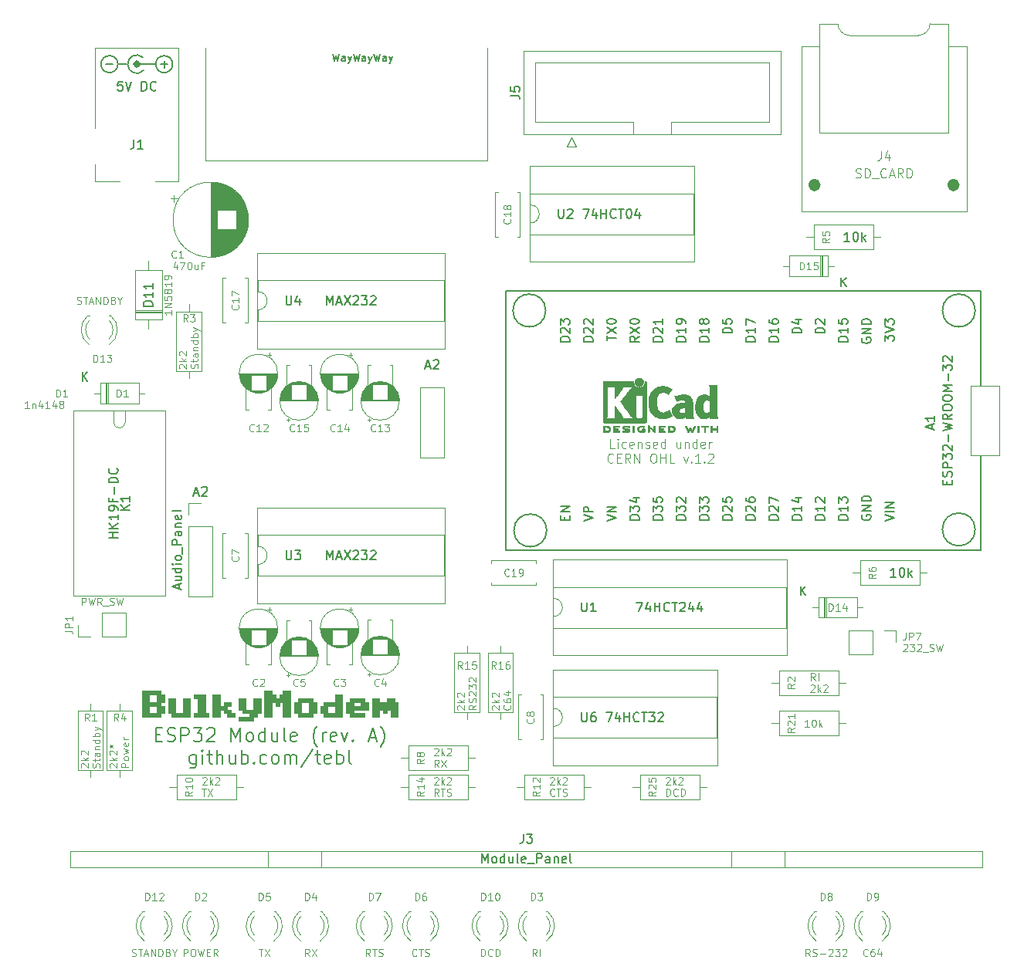
<source format=gto>
G04 #@! TF.GenerationSoftware,KiCad,Pcbnew,8.0.4*
G04 #@! TF.CreationDate,2024-07-28T06:14:52+02:00*
G04 #@! TF.ProjectId,BulkyModem-32 Module,42756c6b-794d-46f6-9465-6d2d3332204d,rev?*
G04 #@! TF.SameCoordinates,Original*
G04 #@! TF.FileFunction,Legend,Top*
G04 #@! TF.FilePolarity,Positive*
%FSLAX46Y46*%
G04 Gerber Fmt 4.6, Leading zero omitted, Abs format (unit mm)*
G04 Created by KiCad (PCBNEW 8.0.4) date 2024-07-28 06:14:52*
%MOMM*%
%LPD*%
G01*
G04 APERTURE LIST*
%ADD10C,0.100000*%
%ADD11C,0.150000*%
%ADD12C,0.685000*%
%ADD13C,0.120000*%
%ADD14C,0.010000*%
%ADD15C,0.050000*%
%ADD16C,0.500000*%
G04 APERTURE END LIST*
D10*
X129873999Y-98712447D02*
X129397809Y-98712447D01*
X129397809Y-98712447D02*
X129397809Y-97712447D01*
X130207333Y-98712447D02*
X130207333Y-98045780D01*
X130207333Y-97712447D02*
X130159714Y-97760066D01*
X130159714Y-97760066D02*
X130207333Y-97807685D01*
X130207333Y-97807685D02*
X130254952Y-97760066D01*
X130254952Y-97760066D02*
X130207333Y-97712447D01*
X130207333Y-97712447D02*
X130207333Y-97807685D01*
X131112094Y-98664828D02*
X131016856Y-98712447D01*
X131016856Y-98712447D02*
X130826380Y-98712447D01*
X130826380Y-98712447D02*
X130731142Y-98664828D01*
X130731142Y-98664828D02*
X130683523Y-98617208D01*
X130683523Y-98617208D02*
X130635904Y-98521970D01*
X130635904Y-98521970D02*
X130635904Y-98236256D01*
X130635904Y-98236256D02*
X130683523Y-98141018D01*
X130683523Y-98141018D02*
X130731142Y-98093399D01*
X130731142Y-98093399D02*
X130826380Y-98045780D01*
X130826380Y-98045780D02*
X131016856Y-98045780D01*
X131016856Y-98045780D02*
X131112094Y-98093399D01*
X131921618Y-98664828D02*
X131826380Y-98712447D01*
X131826380Y-98712447D02*
X131635904Y-98712447D01*
X131635904Y-98712447D02*
X131540666Y-98664828D01*
X131540666Y-98664828D02*
X131493047Y-98569589D01*
X131493047Y-98569589D02*
X131493047Y-98188637D01*
X131493047Y-98188637D02*
X131540666Y-98093399D01*
X131540666Y-98093399D02*
X131635904Y-98045780D01*
X131635904Y-98045780D02*
X131826380Y-98045780D01*
X131826380Y-98045780D02*
X131921618Y-98093399D01*
X131921618Y-98093399D02*
X131969237Y-98188637D01*
X131969237Y-98188637D02*
X131969237Y-98283875D01*
X131969237Y-98283875D02*
X131493047Y-98379113D01*
X132397809Y-98045780D02*
X132397809Y-98712447D01*
X132397809Y-98141018D02*
X132445428Y-98093399D01*
X132445428Y-98093399D02*
X132540666Y-98045780D01*
X132540666Y-98045780D02*
X132683523Y-98045780D01*
X132683523Y-98045780D02*
X132778761Y-98093399D01*
X132778761Y-98093399D02*
X132826380Y-98188637D01*
X132826380Y-98188637D02*
X132826380Y-98712447D01*
X133254952Y-98664828D02*
X133350190Y-98712447D01*
X133350190Y-98712447D02*
X133540666Y-98712447D01*
X133540666Y-98712447D02*
X133635904Y-98664828D01*
X133635904Y-98664828D02*
X133683523Y-98569589D01*
X133683523Y-98569589D02*
X133683523Y-98521970D01*
X133683523Y-98521970D02*
X133635904Y-98426732D01*
X133635904Y-98426732D02*
X133540666Y-98379113D01*
X133540666Y-98379113D02*
X133397809Y-98379113D01*
X133397809Y-98379113D02*
X133302571Y-98331494D01*
X133302571Y-98331494D02*
X133254952Y-98236256D01*
X133254952Y-98236256D02*
X133254952Y-98188637D01*
X133254952Y-98188637D02*
X133302571Y-98093399D01*
X133302571Y-98093399D02*
X133397809Y-98045780D01*
X133397809Y-98045780D02*
X133540666Y-98045780D01*
X133540666Y-98045780D02*
X133635904Y-98093399D01*
X134493047Y-98664828D02*
X134397809Y-98712447D01*
X134397809Y-98712447D02*
X134207333Y-98712447D01*
X134207333Y-98712447D02*
X134112095Y-98664828D01*
X134112095Y-98664828D02*
X134064476Y-98569589D01*
X134064476Y-98569589D02*
X134064476Y-98188637D01*
X134064476Y-98188637D02*
X134112095Y-98093399D01*
X134112095Y-98093399D02*
X134207333Y-98045780D01*
X134207333Y-98045780D02*
X134397809Y-98045780D01*
X134397809Y-98045780D02*
X134493047Y-98093399D01*
X134493047Y-98093399D02*
X134540666Y-98188637D01*
X134540666Y-98188637D02*
X134540666Y-98283875D01*
X134540666Y-98283875D02*
X134064476Y-98379113D01*
X135397809Y-98712447D02*
X135397809Y-97712447D01*
X135397809Y-98664828D02*
X135302571Y-98712447D01*
X135302571Y-98712447D02*
X135112095Y-98712447D01*
X135112095Y-98712447D02*
X135016857Y-98664828D01*
X135016857Y-98664828D02*
X134969238Y-98617208D01*
X134969238Y-98617208D02*
X134921619Y-98521970D01*
X134921619Y-98521970D02*
X134921619Y-98236256D01*
X134921619Y-98236256D02*
X134969238Y-98141018D01*
X134969238Y-98141018D02*
X135016857Y-98093399D01*
X135016857Y-98093399D02*
X135112095Y-98045780D01*
X135112095Y-98045780D02*
X135302571Y-98045780D01*
X135302571Y-98045780D02*
X135397809Y-98093399D01*
X137064476Y-98045780D02*
X137064476Y-98712447D01*
X136635905Y-98045780D02*
X136635905Y-98569589D01*
X136635905Y-98569589D02*
X136683524Y-98664828D01*
X136683524Y-98664828D02*
X136778762Y-98712447D01*
X136778762Y-98712447D02*
X136921619Y-98712447D01*
X136921619Y-98712447D02*
X137016857Y-98664828D01*
X137016857Y-98664828D02*
X137064476Y-98617208D01*
X137540667Y-98045780D02*
X137540667Y-98712447D01*
X137540667Y-98141018D02*
X137588286Y-98093399D01*
X137588286Y-98093399D02*
X137683524Y-98045780D01*
X137683524Y-98045780D02*
X137826381Y-98045780D01*
X137826381Y-98045780D02*
X137921619Y-98093399D01*
X137921619Y-98093399D02*
X137969238Y-98188637D01*
X137969238Y-98188637D02*
X137969238Y-98712447D01*
X138874000Y-98712447D02*
X138874000Y-97712447D01*
X138874000Y-98664828D02*
X138778762Y-98712447D01*
X138778762Y-98712447D02*
X138588286Y-98712447D01*
X138588286Y-98712447D02*
X138493048Y-98664828D01*
X138493048Y-98664828D02*
X138445429Y-98617208D01*
X138445429Y-98617208D02*
X138397810Y-98521970D01*
X138397810Y-98521970D02*
X138397810Y-98236256D01*
X138397810Y-98236256D02*
X138445429Y-98141018D01*
X138445429Y-98141018D02*
X138493048Y-98093399D01*
X138493048Y-98093399D02*
X138588286Y-98045780D01*
X138588286Y-98045780D02*
X138778762Y-98045780D01*
X138778762Y-98045780D02*
X138874000Y-98093399D01*
X139731143Y-98664828D02*
X139635905Y-98712447D01*
X139635905Y-98712447D02*
X139445429Y-98712447D01*
X139445429Y-98712447D02*
X139350191Y-98664828D01*
X139350191Y-98664828D02*
X139302572Y-98569589D01*
X139302572Y-98569589D02*
X139302572Y-98188637D01*
X139302572Y-98188637D02*
X139350191Y-98093399D01*
X139350191Y-98093399D02*
X139445429Y-98045780D01*
X139445429Y-98045780D02*
X139635905Y-98045780D01*
X139635905Y-98045780D02*
X139731143Y-98093399D01*
X139731143Y-98093399D02*
X139778762Y-98188637D01*
X139778762Y-98188637D02*
X139778762Y-98283875D01*
X139778762Y-98283875D02*
X139302572Y-98379113D01*
X140207334Y-98712447D02*
X140207334Y-98045780D01*
X140207334Y-98236256D02*
X140254953Y-98141018D01*
X140254953Y-98141018D02*
X140302572Y-98093399D01*
X140302572Y-98093399D02*
X140397810Y-98045780D01*
X140397810Y-98045780D02*
X140493048Y-98045780D01*
X129683523Y-100227152D02*
X129635904Y-100274772D01*
X129635904Y-100274772D02*
X129493047Y-100322391D01*
X129493047Y-100322391D02*
X129397809Y-100322391D01*
X129397809Y-100322391D02*
X129254952Y-100274772D01*
X129254952Y-100274772D02*
X129159714Y-100179533D01*
X129159714Y-100179533D02*
X129112095Y-100084295D01*
X129112095Y-100084295D02*
X129064476Y-99893819D01*
X129064476Y-99893819D02*
X129064476Y-99750962D01*
X129064476Y-99750962D02*
X129112095Y-99560486D01*
X129112095Y-99560486D02*
X129159714Y-99465248D01*
X129159714Y-99465248D02*
X129254952Y-99370010D01*
X129254952Y-99370010D02*
X129397809Y-99322391D01*
X129397809Y-99322391D02*
X129493047Y-99322391D01*
X129493047Y-99322391D02*
X129635904Y-99370010D01*
X129635904Y-99370010D02*
X129683523Y-99417629D01*
X130112095Y-99798581D02*
X130445428Y-99798581D01*
X130588285Y-100322391D02*
X130112095Y-100322391D01*
X130112095Y-100322391D02*
X130112095Y-99322391D01*
X130112095Y-99322391D02*
X130588285Y-99322391D01*
X131588285Y-100322391D02*
X131254952Y-99846200D01*
X131016857Y-100322391D02*
X131016857Y-99322391D01*
X131016857Y-99322391D02*
X131397809Y-99322391D01*
X131397809Y-99322391D02*
X131493047Y-99370010D01*
X131493047Y-99370010D02*
X131540666Y-99417629D01*
X131540666Y-99417629D02*
X131588285Y-99512867D01*
X131588285Y-99512867D02*
X131588285Y-99655724D01*
X131588285Y-99655724D02*
X131540666Y-99750962D01*
X131540666Y-99750962D02*
X131493047Y-99798581D01*
X131493047Y-99798581D02*
X131397809Y-99846200D01*
X131397809Y-99846200D02*
X131016857Y-99846200D01*
X132016857Y-100322391D02*
X132016857Y-99322391D01*
X132016857Y-99322391D02*
X132588285Y-100322391D01*
X132588285Y-100322391D02*
X132588285Y-99322391D01*
X134016857Y-99322391D02*
X134207333Y-99322391D01*
X134207333Y-99322391D02*
X134302571Y-99370010D01*
X134302571Y-99370010D02*
X134397809Y-99465248D01*
X134397809Y-99465248D02*
X134445428Y-99655724D01*
X134445428Y-99655724D02*
X134445428Y-99989057D01*
X134445428Y-99989057D02*
X134397809Y-100179533D01*
X134397809Y-100179533D02*
X134302571Y-100274772D01*
X134302571Y-100274772D02*
X134207333Y-100322391D01*
X134207333Y-100322391D02*
X134016857Y-100322391D01*
X134016857Y-100322391D02*
X133921619Y-100274772D01*
X133921619Y-100274772D02*
X133826381Y-100179533D01*
X133826381Y-100179533D02*
X133778762Y-99989057D01*
X133778762Y-99989057D02*
X133778762Y-99655724D01*
X133778762Y-99655724D02*
X133826381Y-99465248D01*
X133826381Y-99465248D02*
X133921619Y-99370010D01*
X133921619Y-99370010D02*
X134016857Y-99322391D01*
X134874000Y-100322391D02*
X134874000Y-99322391D01*
X134874000Y-99798581D02*
X135445428Y-99798581D01*
X135445428Y-100322391D02*
X135445428Y-99322391D01*
X136397809Y-100322391D02*
X135921619Y-100322391D01*
X135921619Y-100322391D02*
X135921619Y-99322391D01*
X137397810Y-99655724D02*
X137635905Y-100322391D01*
X137635905Y-100322391D02*
X137874000Y-99655724D01*
X138254953Y-100227152D02*
X138302572Y-100274772D01*
X138302572Y-100274772D02*
X138254953Y-100322391D01*
X138254953Y-100322391D02*
X138207334Y-100274772D01*
X138207334Y-100274772D02*
X138254953Y-100227152D01*
X138254953Y-100227152D02*
X138254953Y-100322391D01*
X139254952Y-100322391D02*
X138683524Y-100322391D01*
X138969238Y-100322391D02*
X138969238Y-99322391D01*
X138969238Y-99322391D02*
X138874000Y-99465248D01*
X138874000Y-99465248D02*
X138778762Y-99560486D01*
X138778762Y-99560486D02*
X138683524Y-99608105D01*
X139683524Y-100227152D02*
X139731143Y-100274772D01*
X139731143Y-100274772D02*
X139683524Y-100322391D01*
X139683524Y-100322391D02*
X139635905Y-100274772D01*
X139635905Y-100274772D02*
X139683524Y-100227152D01*
X139683524Y-100227152D02*
X139683524Y-100322391D01*
X140112095Y-99417629D02*
X140159714Y-99370010D01*
X140159714Y-99370010D02*
X140254952Y-99322391D01*
X140254952Y-99322391D02*
X140493047Y-99322391D01*
X140493047Y-99322391D02*
X140588285Y-99370010D01*
X140588285Y-99370010D02*
X140635904Y-99417629D01*
X140635904Y-99417629D02*
X140683523Y-99512867D01*
X140683523Y-99512867D02*
X140683523Y-99608105D01*
X140683523Y-99608105D02*
X140635904Y-99750962D01*
X140635904Y-99750962D02*
X140064476Y-100322391D01*
X140064476Y-100322391D02*
X140683523Y-100322391D01*
X151843408Y-124189895D02*
X151576741Y-123808942D01*
X151386265Y-124189895D02*
X151386265Y-123389895D01*
X151386265Y-123389895D02*
X151691027Y-123389895D01*
X151691027Y-123389895D02*
X151767217Y-123427990D01*
X151767217Y-123427990D02*
X151805312Y-123466085D01*
X151805312Y-123466085D02*
X151843408Y-123542276D01*
X151843408Y-123542276D02*
X151843408Y-123656561D01*
X151843408Y-123656561D02*
X151805312Y-123732752D01*
X151805312Y-123732752D02*
X151767217Y-123770847D01*
X151767217Y-123770847D02*
X151691027Y-123808942D01*
X151691027Y-123808942D02*
X151386265Y-123808942D01*
X152186265Y-124189895D02*
X152186265Y-123389895D01*
X110568408Y-133714895D02*
X110301741Y-133333942D01*
X110111265Y-133714895D02*
X110111265Y-132914895D01*
X110111265Y-132914895D02*
X110416027Y-132914895D01*
X110416027Y-132914895D02*
X110492217Y-132952990D01*
X110492217Y-132952990D02*
X110530312Y-132991085D01*
X110530312Y-132991085D02*
X110568408Y-133067276D01*
X110568408Y-133067276D02*
X110568408Y-133181561D01*
X110568408Y-133181561D02*
X110530312Y-133257752D01*
X110530312Y-133257752D02*
X110492217Y-133295847D01*
X110492217Y-133295847D02*
X110416027Y-133333942D01*
X110416027Y-133333942D02*
X110111265Y-133333942D01*
X110835074Y-132914895D02*
X111368408Y-133714895D01*
X111368408Y-132914895D02*
X110835074Y-133714895D01*
D11*
X109140714Y-89754104D02*
X109616904Y-89754104D01*
X109045476Y-90039819D02*
X109378809Y-89039819D01*
X109378809Y-89039819D02*
X109712142Y-90039819D01*
X109997857Y-89135057D02*
X110045476Y-89087438D01*
X110045476Y-89087438D02*
X110140714Y-89039819D01*
X110140714Y-89039819D02*
X110378809Y-89039819D01*
X110378809Y-89039819D02*
X110474047Y-89087438D01*
X110474047Y-89087438D02*
X110521666Y-89135057D01*
X110521666Y-89135057D02*
X110569285Y-89230295D01*
X110569285Y-89230295D02*
X110569285Y-89325533D01*
X110569285Y-89325533D02*
X110521666Y-89468390D01*
X110521666Y-89468390D02*
X109950238Y-90039819D01*
X109950238Y-90039819D02*
X110569285Y-90039819D01*
X75898571Y-58509819D02*
X75422381Y-58509819D01*
X75422381Y-58509819D02*
X75374762Y-58986009D01*
X75374762Y-58986009D02*
X75422381Y-58938390D01*
X75422381Y-58938390D02*
X75517619Y-58890771D01*
X75517619Y-58890771D02*
X75755714Y-58890771D01*
X75755714Y-58890771D02*
X75850952Y-58938390D01*
X75850952Y-58938390D02*
X75898571Y-58986009D01*
X75898571Y-58986009D02*
X75946190Y-59081247D01*
X75946190Y-59081247D02*
X75946190Y-59319342D01*
X75946190Y-59319342D02*
X75898571Y-59414580D01*
X75898571Y-59414580D02*
X75850952Y-59462200D01*
X75850952Y-59462200D02*
X75755714Y-59509819D01*
X75755714Y-59509819D02*
X75517619Y-59509819D01*
X75517619Y-59509819D02*
X75422381Y-59462200D01*
X75422381Y-59462200D02*
X75374762Y-59414580D01*
X76231905Y-58509819D02*
X76565238Y-59509819D01*
X76565238Y-59509819D02*
X76898571Y-58509819D01*
X77993810Y-59509819D02*
X77993810Y-58509819D01*
X77993810Y-58509819D02*
X78231905Y-58509819D01*
X78231905Y-58509819D02*
X78374762Y-58557438D01*
X78374762Y-58557438D02*
X78470000Y-58652676D01*
X78470000Y-58652676D02*
X78517619Y-58747914D01*
X78517619Y-58747914D02*
X78565238Y-58938390D01*
X78565238Y-58938390D02*
X78565238Y-59081247D01*
X78565238Y-59081247D02*
X78517619Y-59271723D01*
X78517619Y-59271723D02*
X78470000Y-59366961D01*
X78470000Y-59366961D02*
X78374762Y-59462200D01*
X78374762Y-59462200D02*
X78231905Y-59509819D01*
X78231905Y-59509819D02*
X77993810Y-59509819D01*
X79565238Y-59414580D02*
X79517619Y-59462200D01*
X79517619Y-59462200D02*
X79374762Y-59509819D01*
X79374762Y-59509819D02*
X79279524Y-59509819D01*
X79279524Y-59509819D02*
X79136667Y-59462200D01*
X79136667Y-59462200D02*
X79041429Y-59366961D01*
X79041429Y-59366961D02*
X78993810Y-59271723D01*
X78993810Y-59271723D02*
X78946191Y-59081247D01*
X78946191Y-59081247D02*
X78946191Y-58938390D01*
X78946191Y-58938390D02*
X78993810Y-58747914D01*
X78993810Y-58747914D02*
X79041429Y-58652676D01*
X79041429Y-58652676D02*
X79136667Y-58557438D01*
X79136667Y-58557438D02*
X79279524Y-58509819D01*
X79279524Y-58509819D02*
X79374762Y-58509819D01*
X79374762Y-58509819D02*
X79517619Y-58557438D01*
X79517619Y-58557438D02*
X79565238Y-58605057D01*
D10*
X118398704Y-126921591D02*
X118436800Y-126959687D01*
X118436800Y-126959687D02*
X118474895Y-127073972D01*
X118474895Y-127073972D02*
X118474895Y-127150163D01*
X118474895Y-127150163D02*
X118436800Y-127264449D01*
X118436800Y-127264449D02*
X118360609Y-127340639D01*
X118360609Y-127340639D02*
X118284419Y-127378734D01*
X118284419Y-127378734D02*
X118132038Y-127416830D01*
X118132038Y-127416830D02*
X118017752Y-127416830D01*
X118017752Y-127416830D02*
X117865371Y-127378734D01*
X117865371Y-127378734D02*
X117789180Y-127340639D01*
X117789180Y-127340639D02*
X117712990Y-127264449D01*
X117712990Y-127264449D02*
X117674895Y-127150163D01*
X117674895Y-127150163D02*
X117674895Y-127073972D01*
X117674895Y-127073972D02*
X117712990Y-126959687D01*
X117712990Y-126959687D02*
X117751085Y-126921591D01*
X117674895Y-126235877D02*
X117674895Y-126388258D01*
X117674895Y-126388258D02*
X117712990Y-126464449D01*
X117712990Y-126464449D02*
X117751085Y-126502544D01*
X117751085Y-126502544D02*
X117865371Y-126578734D01*
X117865371Y-126578734D02*
X118017752Y-126616830D01*
X118017752Y-126616830D02*
X118322514Y-126616830D01*
X118322514Y-126616830D02*
X118398704Y-126578734D01*
X118398704Y-126578734D02*
X118436800Y-126540639D01*
X118436800Y-126540639D02*
X118474895Y-126464449D01*
X118474895Y-126464449D02*
X118474895Y-126312068D01*
X118474895Y-126312068D02*
X118436800Y-126235877D01*
X118436800Y-126235877D02*
X118398704Y-126197782D01*
X118398704Y-126197782D02*
X118322514Y-126159687D01*
X118322514Y-126159687D02*
X118132038Y-126159687D01*
X118132038Y-126159687D02*
X118055847Y-126197782D01*
X118055847Y-126197782D02*
X118017752Y-126235877D01*
X118017752Y-126235877D02*
X117979657Y-126312068D01*
X117979657Y-126312068D02*
X117979657Y-126464449D01*
X117979657Y-126464449D02*
X118017752Y-126540639D01*
X118017752Y-126540639D02*
X118055847Y-126578734D01*
X118055847Y-126578734D02*
X118132038Y-126616830D01*
X117941561Y-125473972D02*
X118474895Y-125473972D01*
X117636800Y-125664448D02*
X118208228Y-125854925D01*
X118208228Y-125854925D02*
X118208228Y-125359686D01*
X84596979Y-136089895D02*
X85054122Y-136089895D01*
X84825550Y-136889895D02*
X84825550Y-136089895D01*
X85244598Y-136089895D02*
X85777932Y-136889895D01*
X85777932Y-136089895D02*
X85244598Y-136889895D01*
X114664895Y-126921591D02*
X114283942Y-127188258D01*
X114664895Y-127378734D02*
X113864895Y-127378734D01*
X113864895Y-127378734D02*
X113864895Y-127073972D01*
X113864895Y-127073972D02*
X113902990Y-126997782D01*
X113902990Y-126997782D02*
X113941085Y-126959687D01*
X113941085Y-126959687D02*
X114017276Y-126921591D01*
X114017276Y-126921591D02*
X114131561Y-126921591D01*
X114131561Y-126921591D02*
X114207752Y-126959687D01*
X114207752Y-126959687D02*
X114245847Y-126997782D01*
X114245847Y-126997782D02*
X114283942Y-127073972D01*
X114283942Y-127073972D02*
X114283942Y-127378734D01*
X114626800Y-126616830D02*
X114664895Y-126502544D01*
X114664895Y-126502544D02*
X114664895Y-126312068D01*
X114664895Y-126312068D02*
X114626800Y-126235877D01*
X114626800Y-126235877D02*
X114588704Y-126197782D01*
X114588704Y-126197782D02*
X114512514Y-126159687D01*
X114512514Y-126159687D02*
X114436323Y-126159687D01*
X114436323Y-126159687D02*
X114360133Y-126197782D01*
X114360133Y-126197782D02*
X114322038Y-126235877D01*
X114322038Y-126235877D02*
X114283942Y-126312068D01*
X114283942Y-126312068D02*
X114245847Y-126464449D01*
X114245847Y-126464449D02*
X114207752Y-126540639D01*
X114207752Y-126540639D02*
X114169657Y-126578734D01*
X114169657Y-126578734D02*
X114093466Y-126616830D01*
X114093466Y-126616830D02*
X114017276Y-126616830D01*
X114017276Y-126616830D02*
X113941085Y-126578734D01*
X113941085Y-126578734D02*
X113902990Y-126540639D01*
X113902990Y-126540639D02*
X113864895Y-126464449D01*
X113864895Y-126464449D02*
X113864895Y-126273972D01*
X113864895Y-126273972D02*
X113902990Y-126159687D01*
X113941085Y-125854925D02*
X113902990Y-125816829D01*
X113902990Y-125816829D02*
X113864895Y-125740639D01*
X113864895Y-125740639D02*
X113864895Y-125550163D01*
X113864895Y-125550163D02*
X113902990Y-125473972D01*
X113902990Y-125473972D02*
X113941085Y-125435877D01*
X113941085Y-125435877D02*
X114017276Y-125397782D01*
X114017276Y-125397782D02*
X114093466Y-125397782D01*
X114093466Y-125397782D02*
X114207752Y-125435877D01*
X114207752Y-125435877D02*
X114664895Y-125893020D01*
X114664895Y-125893020D02*
X114664895Y-125397782D01*
X113864895Y-125131115D02*
X113864895Y-124635877D01*
X113864895Y-124635877D02*
X114169657Y-124902543D01*
X114169657Y-124902543D02*
X114169657Y-124788258D01*
X114169657Y-124788258D02*
X114207752Y-124712067D01*
X114207752Y-124712067D02*
X114245847Y-124673972D01*
X114245847Y-124673972D02*
X114322038Y-124635877D01*
X114322038Y-124635877D02*
X114512514Y-124635877D01*
X114512514Y-124635877D02*
X114588704Y-124673972D01*
X114588704Y-124673972D02*
X114626800Y-124712067D01*
X114626800Y-124712067D02*
X114664895Y-124788258D01*
X114664895Y-124788258D02*
X114664895Y-125016829D01*
X114664895Y-125016829D02*
X114626800Y-125093020D01*
X114626800Y-125093020D02*
X114588704Y-125131115D01*
X113941085Y-124331115D02*
X113902990Y-124293019D01*
X113902990Y-124293019D02*
X113864895Y-124216829D01*
X113864895Y-124216829D02*
X113864895Y-124026353D01*
X113864895Y-124026353D02*
X113902990Y-123950162D01*
X113902990Y-123950162D02*
X113941085Y-123912067D01*
X113941085Y-123912067D02*
X114017276Y-123873972D01*
X114017276Y-123873972D02*
X114093466Y-123873972D01*
X114093466Y-123873972D02*
X114207752Y-123912067D01*
X114207752Y-123912067D02*
X114664895Y-124369210D01*
X114664895Y-124369210D02*
X114664895Y-123873972D01*
X76564895Y-133728734D02*
X75764895Y-133728734D01*
X75764895Y-133728734D02*
X75764895Y-133423972D01*
X75764895Y-133423972D02*
X75802990Y-133347782D01*
X75802990Y-133347782D02*
X75841085Y-133309687D01*
X75841085Y-133309687D02*
X75917276Y-133271591D01*
X75917276Y-133271591D02*
X76031561Y-133271591D01*
X76031561Y-133271591D02*
X76107752Y-133309687D01*
X76107752Y-133309687D02*
X76145847Y-133347782D01*
X76145847Y-133347782D02*
X76183942Y-133423972D01*
X76183942Y-133423972D02*
X76183942Y-133728734D01*
X76564895Y-132814449D02*
X76526800Y-132890639D01*
X76526800Y-132890639D02*
X76488704Y-132928734D01*
X76488704Y-132928734D02*
X76412514Y-132966830D01*
X76412514Y-132966830D02*
X76183942Y-132966830D01*
X76183942Y-132966830D02*
X76107752Y-132928734D01*
X76107752Y-132928734D02*
X76069657Y-132890639D01*
X76069657Y-132890639D02*
X76031561Y-132814449D01*
X76031561Y-132814449D02*
X76031561Y-132700163D01*
X76031561Y-132700163D02*
X76069657Y-132623972D01*
X76069657Y-132623972D02*
X76107752Y-132585877D01*
X76107752Y-132585877D02*
X76183942Y-132547782D01*
X76183942Y-132547782D02*
X76412514Y-132547782D01*
X76412514Y-132547782D02*
X76488704Y-132585877D01*
X76488704Y-132585877D02*
X76526800Y-132623972D01*
X76526800Y-132623972D02*
X76564895Y-132700163D01*
X76564895Y-132700163D02*
X76564895Y-132814449D01*
X76031561Y-132281115D02*
X76564895Y-132128734D01*
X76564895Y-132128734D02*
X76183942Y-131976353D01*
X76183942Y-131976353D02*
X76564895Y-131823972D01*
X76564895Y-131823972D02*
X76031561Y-131671591D01*
X76526800Y-131062067D02*
X76564895Y-131138258D01*
X76564895Y-131138258D02*
X76564895Y-131290639D01*
X76564895Y-131290639D02*
X76526800Y-131366829D01*
X76526800Y-131366829D02*
X76450609Y-131404925D01*
X76450609Y-131404925D02*
X76145847Y-131404925D01*
X76145847Y-131404925D02*
X76069657Y-131366829D01*
X76069657Y-131366829D02*
X76031561Y-131290639D01*
X76031561Y-131290639D02*
X76031561Y-131138258D01*
X76031561Y-131138258D02*
X76069657Y-131062067D01*
X76069657Y-131062067D02*
X76145847Y-131023972D01*
X76145847Y-131023972D02*
X76222038Y-131023972D01*
X76222038Y-131023972D02*
X76298228Y-131404925D01*
X76564895Y-130681115D02*
X76031561Y-130681115D01*
X76183942Y-130681115D02*
X76107752Y-130643020D01*
X76107752Y-130643020D02*
X76069657Y-130604925D01*
X76069657Y-130604925D02*
X76031561Y-130528734D01*
X76031561Y-130528734D02*
X76031561Y-130452544D01*
X110568408Y-136889895D02*
X110301741Y-136508942D01*
X110111265Y-136889895D02*
X110111265Y-136089895D01*
X110111265Y-136089895D02*
X110416027Y-136089895D01*
X110416027Y-136089895D02*
X110492217Y-136127990D01*
X110492217Y-136127990D02*
X110530312Y-136166085D01*
X110530312Y-136166085D02*
X110568408Y-136242276D01*
X110568408Y-136242276D02*
X110568408Y-136356561D01*
X110568408Y-136356561D02*
X110530312Y-136432752D01*
X110530312Y-136432752D02*
X110492217Y-136470847D01*
X110492217Y-136470847D02*
X110416027Y-136508942D01*
X110416027Y-136508942D02*
X110111265Y-136508942D01*
X110796979Y-136089895D02*
X111254122Y-136089895D01*
X111025550Y-136889895D02*
X111025550Y-136089895D01*
X111482693Y-136851800D02*
X111596979Y-136889895D01*
X111596979Y-136889895D02*
X111787455Y-136889895D01*
X111787455Y-136889895D02*
X111863646Y-136851800D01*
X111863646Y-136851800D02*
X111901741Y-136813704D01*
X111901741Y-136813704D02*
X111939836Y-136737514D01*
X111939836Y-136737514D02*
X111939836Y-136661323D01*
X111939836Y-136661323D02*
X111901741Y-136585133D01*
X111901741Y-136585133D02*
X111863646Y-136547038D01*
X111863646Y-136547038D02*
X111787455Y-136508942D01*
X111787455Y-136508942D02*
X111635074Y-136470847D01*
X111635074Y-136470847D02*
X111558884Y-136432752D01*
X111558884Y-136432752D02*
X111520789Y-136394657D01*
X111520789Y-136394657D02*
X111482693Y-136318466D01*
X111482693Y-136318466D02*
X111482693Y-136242276D01*
X111482693Y-136242276D02*
X111520789Y-136166085D01*
X111520789Y-136166085D02*
X111558884Y-136127990D01*
X111558884Y-136127990D02*
X111635074Y-136089895D01*
X111635074Y-136089895D02*
X111825551Y-136089895D01*
X111825551Y-136089895D02*
X111939836Y-136127990D01*
X73351800Y-133766830D02*
X73389895Y-133652544D01*
X73389895Y-133652544D02*
X73389895Y-133462068D01*
X73389895Y-133462068D02*
X73351800Y-133385877D01*
X73351800Y-133385877D02*
X73313704Y-133347782D01*
X73313704Y-133347782D02*
X73237514Y-133309687D01*
X73237514Y-133309687D02*
X73161323Y-133309687D01*
X73161323Y-133309687D02*
X73085133Y-133347782D01*
X73085133Y-133347782D02*
X73047038Y-133385877D01*
X73047038Y-133385877D02*
X73008942Y-133462068D01*
X73008942Y-133462068D02*
X72970847Y-133614449D01*
X72970847Y-133614449D02*
X72932752Y-133690639D01*
X72932752Y-133690639D02*
X72894657Y-133728734D01*
X72894657Y-133728734D02*
X72818466Y-133766830D01*
X72818466Y-133766830D02*
X72742276Y-133766830D01*
X72742276Y-133766830D02*
X72666085Y-133728734D01*
X72666085Y-133728734D02*
X72627990Y-133690639D01*
X72627990Y-133690639D02*
X72589895Y-133614449D01*
X72589895Y-133614449D02*
X72589895Y-133423972D01*
X72589895Y-133423972D02*
X72627990Y-133309687D01*
X72856561Y-133081115D02*
X72856561Y-132776353D01*
X72589895Y-132966829D02*
X73275609Y-132966829D01*
X73275609Y-132966829D02*
X73351800Y-132928734D01*
X73351800Y-132928734D02*
X73389895Y-132852544D01*
X73389895Y-132852544D02*
X73389895Y-132776353D01*
X73389895Y-132166829D02*
X72970847Y-132166829D01*
X72970847Y-132166829D02*
X72894657Y-132204924D01*
X72894657Y-132204924D02*
X72856561Y-132281115D01*
X72856561Y-132281115D02*
X72856561Y-132433496D01*
X72856561Y-132433496D02*
X72894657Y-132509686D01*
X73351800Y-132166829D02*
X73389895Y-132243020D01*
X73389895Y-132243020D02*
X73389895Y-132433496D01*
X73389895Y-132433496D02*
X73351800Y-132509686D01*
X73351800Y-132509686D02*
X73275609Y-132547782D01*
X73275609Y-132547782D02*
X73199419Y-132547782D01*
X73199419Y-132547782D02*
X73123228Y-132509686D01*
X73123228Y-132509686D02*
X73085133Y-132433496D01*
X73085133Y-132433496D02*
X73085133Y-132243020D01*
X73085133Y-132243020D02*
X73047038Y-132166829D01*
X72856561Y-131785876D02*
X73389895Y-131785876D01*
X72932752Y-131785876D02*
X72894657Y-131747781D01*
X72894657Y-131747781D02*
X72856561Y-131671591D01*
X72856561Y-131671591D02*
X72856561Y-131557305D01*
X72856561Y-131557305D02*
X72894657Y-131481114D01*
X72894657Y-131481114D02*
X72970847Y-131443019D01*
X72970847Y-131443019D02*
X73389895Y-131443019D01*
X73389895Y-130719209D02*
X72589895Y-130719209D01*
X73351800Y-130719209D02*
X73389895Y-130795400D01*
X73389895Y-130795400D02*
X73389895Y-130947781D01*
X73389895Y-130947781D02*
X73351800Y-131023971D01*
X73351800Y-131023971D02*
X73313704Y-131062066D01*
X73313704Y-131062066D02*
X73237514Y-131100162D01*
X73237514Y-131100162D02*
X73008942Y-131100162D01*
X73008942Y-131100162D02*
X72932752Y-131062066D01*
X72932752Y-131062066D02*
X72894657Y-131023971D01*
X72894657Y-131023971D02*
X72856561Y-130947781D01*
X72856561Y-130947781D02*
X72856561Y-130795400D01*
X72856561Y-130795400D02*
X72894657Y-130719209D01*
X73389895Y-130338256D02*
X72589895Y-130338256D01*
X72894657Y-130338256D02*
X72856561Y-130262066D01*
X72856561Y-130262066D02*
X72856561Y-130109685D01*
X72856561Y-130109685D02*
X72894657Y-130033494D01*
X72894657Y-130033494D02*
X72932752Y-129995399D01*
X72932752Y-129995399D02*
X73008942Y-129957304D01*
X73008942Y-129957304D02*
X73237514Y-129957304D01*
X73237514Y-129957304D02*
X73313704Y-129995399D01*
X73313704Y-129995399D02*
X73351800Y-130033494D01*
X73351800Y-130033494D02*
X73389895Y-130109685D01*
X73389895Y-130109685D02*
X73389895Y-130262066D01*
X73389895Y-130262066D02*
X73351800Y-130338256D01*
X72856561Y-129690637D02*
X73389895Y-129500161D01*
X72856561Y-129309684D02*
X73389895Y-129500161D01*
X73389895Y-129500161D02*
X73580371Y-129576351D01*
X73580371Y-129576351D02*
X73618466Y-129614446D01*
X73618466Y-129614446D02*
X73656561Y-129690637D01*
X135511265Y-136889895D02*
X135511265Y-136089895D01*
X135511265Y-136089895D02*
X135701741Y-136089895D01*
X135701741Y-136089895D02*
X135816027Y-136127990D01*
X135816027Y-136127990D02*
X135892217Y-136204180D01*
X135892217Y-136204180D02*
X135930312Y-136280371D01*
X135930312Y-136280371D02*
X135968408Y-136432752D01*
X135968408Y-136432752D02*
X135968408Y-136547038D01*
X135968408Y-136547038D02*
X135930312Y-136699419D01*
X135930312Y-136699419D02*
X135892217Y-136775609D01*
X135892217Y-136775609D02*
X135816027Y-136851800D01*
X135816027Y-136851800D02*
X135701741Y-136889895D01*
X135701741Y-136889895D02*
X135511265Y-136889895D01*
X136768408Y-136813704D02*
X136730312Y-136851800D01*
X136730312Y-136851800D02*
X136616027Y-136889895D01*
X136616027Y-136889895D02*
X136539836Y-136889895D01*
X136539836Y-136889895D02*
X136425550Y-136851800D01*
X136425550Y-136851800D02*
X136349360Y-136775609D01*
X136349360Y-136775609D02*
X136311265Y-136699419D01*
X136311265Y-136699419D02*
X136273169Y-136547038D01*
X136273169Y-136547038D02*
X136273169Y-136432752D01*
X136273169Y-136432752D02*
X136311265Y-136280371D01*
X136311265Y-136280371D02*
X136349360Y-136204180D01*
X136349360Y-136204180D02*
X136425550Y-136127990D01*
X136425550Y-136127990D02*
X136539836Y-136089895D01*
X136539836Y-136089895D02*
X136616027Y-136089895D01*
X136616027Y-136089895D02*
X136730312Y-136127990D01*
X136730312Y-136127990D02*
X136768408Y-136166085D01*
X137111265Y-136889895D02*
X137111265Y-136089895D01*
X137111265Y-136089895D02*
X137301741Y-136089895D01*
X137301741Y-136089895D02*
X137416027Y-136127990D01*
X137416027Y-136127990D02*
X137492217Y-136204180D01*
X137492217Y-136204180D02*
X137530312Y-136280371D01*
X137530312Y-136280371D02*
X137568408Y-136432752D01*
X137568408Y-136432752D02*
X137568408Y-136547038D01*
X137568408Y-136547038D02*
X137530312Y-136699419D01*
X137530312Y-136699419D02*
X137492217Y-136775609D01*
X137492217Y-136775609D02*
X137416027Y-136851800D01*
X137416027Y-136851800D02*
X137301741Y-136889895D01*
X137301741Y-136889895D02*
X137111265Y-136889895D01*
D11*
X98977855Y-55442295D02*
X99168331Y-56242295D01*
X99168331Y-56242295D02*
X99320712Y-55670866D01*
X99320712Y-55670866D02*
X99473093Y-56242295D01*
X99473093Y-56242295D02*
X99663570Y-55442295D01*
X100311189Y-56242295D02*
X100311189Y-55823247D01*
X100311189Y-55823247D02*
X100273094Y-55747057D01*
X100273094Y-55747057D02*
X100196903Y-55708961D01*
X100196903Y-55708961D02*
X100044522Y-55708961D01*
X100044522Y-55708961D02*
X99968332Y-55747057D01*
X100311189Y-56204200D02*
X100234998Y-56242295D01*
X100234998Y-56242295D02*
X100044522Y-56242295D01*
X100044522Y-56242295D02*
X99968332Y-56204200D01*
X99968332Y-56204200D02*
X99930236Y-56128009D01*
X99930236Y-56128009D02*
X99930236Y-56051819D01*
X99930236Y-56051819D02*
X99968332Y-55975628D01*
X99968332Y-55975628D02*
X100044522Y-55937533D01*
X100044522Y-55937533D02*
X100234998Y-55937533D01*
X100234998Y-55937533D02*
X100311189Y-55899438D01*
X100615951Y-55708961D02*
X100806427Y-56242295D01*
X100996904Y-55708961D02*
X100806427Y-56242295D01*
X100806427Y-56242295D02*
X100730237Y-56432771D01*
X100730237Y-56432771D02*
X100692142Y-56470866D01*
X100692142Y-56470866D02*
X100615951Y-56508961D01*
X101225475Y-55442295D02*
X101415951Y-56242295D01*
X101415951Y-56242295D02*
X101568332Y-55670866D01*
X101568332Y-55670866D02*
X101720713Y-56242295D01*
X101720713Y-56242295D02*
X101911190Y-55442295D01*
X102558809Y-56242295D02*
X102558809Y-55823247D01*
X102558809Y-55823247D02*
X102520714Y-55747057D01*
X102520714Y-55747057D02*
X102444523Y-55708961D01*
X102444523Y-55708961D02*
X102292142Y-55708961D01*
X102292142Y-55708961D02*
X102215952Y-55747057D01*
X102558809Y-56204200D02*
X102482618Y-56242295D01*
X102482618Y-56242295D02*
X102292142Y-56242295D01*
X102292142Y-56242295D02*
X102215952Y-56204200D01*
X102215952Y-56204200D02*
X102177856Y-56128009D01*
X102177856Y-56128009D02*
X102177856Y-56051819D01*
X102177856Y-56051819D02*
X102215952Y-55975628D01*
X102215952Y-55975628D02*
X102292142Y-55937533D01*
X102292142Y-55937533D02*
X102482618Y-55937533D01*
X102482618Y-55937533D02*
X102558809Y-55899438D01*
X102863571Y-55708961D02*
X103054047Y-56242295D01*
X103244524Y-55708961D02*
X103054047Y-56242295D01*
X103054047Y-56242295D02*
X102977857Y-56432771D01*
X102977857Y-56432771D02*
X102939762Y-56470866D01*
X102939762Y-56470866D02*
X102863571Y-56508961D01*
X103473095Y-55442295D02*
X103663571Y-56242295D01*
X103663571Y-56242295D02*
X103815952Y-55670866D01*
X103815952Y-55670866D02*
X103968333Y-56242295D01*
X103968333Y-56242295D02*
X104158810Y-55442295D01*
X104806429Y-56242295D02*
X104806429Y-55823247D01*
X104806429Y-55823247D02*
X104768334Y-55747057D01*
X104768334Y-55747057D02*
X104692143Y-55708961D01*
X104692143Y-55708961D02*
X104539762Y-55708961D01*
X104539762Y-55708961D02*
X104463572Y-55747057D01*
X104806429Y-56204200D02*
X104730238Y-56242295D01*
X104730238Y-56242295D02*
X104539762Y-56242295D01*
X104539762Y-56242295D02*
X104463572Y-56204200D01*
X104463572Y-56204200D02*
X104425476Y-56128009D01*
X104425476Y-56128009D02*
X104425476Y-56051819D01*
X104425476Y-56051819D02*
X104463572Y-55975628D01*
X104463572Y-55975628D02*
X104539762Y-55937533D01*
X104539762Y-55937533D02*
X104730238Y-55937533D01*
X104730238Y-55937533D02*
X104806429Y-55899438D01*
X105111191Y-55708961D02*
X105301667Y-56242295D01*
X105492144Y-55708961D02*
X105301667Y-56242295D01*
X105301667Y-56242295D02*
X105225477Y-56432771D01*
X105225477Y-56432771D02*
X105187382Y-56470866D01*
X105187382Y-56470866D02*
X105111191Y-56508961D01*
D10*
X123268408Y-136813704D02*
X123230312Y-136851800D01*
X123230312Y-136851800D02*
X123116027Y-136889895D01*
X123116027Y-136889895D02*
X123039836Y-136889895D01*
X123039836Y-136889895D02*
X122925550Y-136851800D01*
X122925550Y-136851800D02*
X122849360Y-136775609D01*
X122849360Y-136775609D02*
X122811265Y-136699419D01*
X122811265Y-136699419D02*
X122773169Y-136547038D01*
X122773169Y-136547038D02*
X122773169Y-136432752D01*
X122773169Y-136432752D02*
X122811265Y-136280371D01*
X122811265Y-136280371D02*
X122849360Y-136204180D01*
X122849360Y-136204180D02*
X122925550Y-136127990D01*
X122925550Y-136127990D02*
X123039836Y-136089895D01*
X123039836Y-136089895D02*
X123116027Y-136089895D01*
X123116027Y-136089895D02*
X123230312Y-136127990D01*
X123230312Y-136127990D02*
X123268408Y-136166085D01*
X123496979Y-136089895D02*
X123954122Y-136089895D01*
X123725550Y-136889895D02*
X123725550Y-136089895D01*
X124182693Y-136851800D02*
X124296979Y-136889895D01*
X124296979Y-136889895D02*
X124487455Y-136889895D01*
X124487455Y-136889895D02*
X124563646Y-136851800D01*
X124563646Y-136851800D02*
X124601741Y-136813704D01*
X124601741Y-136813704D02*
X124639836Y-136737514D01*
X124639836Y-136737514D02*
X124639836Y-136661323D01*
X124639836Y-136661323D02*
X124601741Y-136585133D01*
X124601741Y-136585133D02*
X124563646Y-136547038D01*
X124563646Y-136547038D02*
X124487455Y-136508942D01*
X124487455Y-136508942D02*
X124335074Y-136470847D01*
X124335074Y-136470847D02*
X124258884Y-136432752D01*
X124258884Y-136432752D02*
X124220789Y-136394657D01*
X124220789Y-136394657D02*
X124182693Y-136318466D01*
X124182693Y-136318466D02*
X124182693Y-136242276D01*
X124182693Y-136242276D02*
X124220789Y-136166085D01*
X124220789Y-136166085D02*
X124258884Y-136127990D01*
X124258884Y-136127990D02*
X124335074Y-136089895D01*
X124335074Y-136089895D02*
X124525551Y-136089895D01*
X124525551Y-136089895D02*
X124639836Y-136127990D01*
D11*
X79539286Y-130137956D02*
X80039286Y-130137956D01*
X80253572Y-130923670D02*
X79539286Y-130923670D01*
X79539286Y-130923670D02*
X79539286Y-129423670D01*
X79539286Y-129423670D02*
X80253572Y-129423670D01*
X80825001Y-130852242D02*
X81039287Y-130923670D01*
X81039287Y-130923670D02*
X81396429Y-130923670D01*
X81396429Y-130923670D02*
X81539287Y-130852242D01*
X81539287Y-130852242D02*
X81610715Y-130780813D01*
X81610715Y-130780813D02*
X81682144Y-130637956D01*
X81682144Y-130637956D02*
X81682144Y-130495099D01*
X81682144Y-130495099D02*
X81610715Y-130352242D01*
X81610715Y-130352242D02*
X81539287Y-130280813D01*
X81539287Y-130280813D02*
X81396429Y-130209384D01*
X81396429Y-130209384D02*
X81110715Y-130137956D01*
X81110715Y-130137956D02*
X80967858Y-130066527D01*
X80967858Y-130066527D02*
X80896429Y-129995099D01*
X80896429Y-129995099D02*
X80825001Y-129852242D01*
X80825001Y-129852242D02*
X80825001Y-129709384D01*
X80825001Y-129709384D02*
X80896429Y-129566527D01*
X80896429Y-129566527D02*
X80967858Y-129495099D01*
X80967858Y-129495099D02*
X81110715Y-129423670D01*
X81110715Y-129423670D02*
X81467858Y-129423670D01*
X81467858Y-129423670D02*
X81682144Y-129495099D01*
X82325000Y-130923670D02*
X82325000Y-129423670D01*
X82325000Y-129423670D02*
X82896429Y-129423670D01*
X82896429Y-129423670D02*
X83039286Y-129495099D01*
X83039286Y-129495099D02*
X83110715Y-129566527D01*
X83110715Y-129566527D02*
X83182143Y-129709384D01*
X83182143Y-129709384D02*
X83182143Y-129923670D01*
X83182143Y-129923670D02*
X83110715Y-130066527D01*
X83110715Y-130066527D02*
X83039286Y-130137956D01*
X83039286Y-130137956D02*
X82896429Y-130209384D01*
X82896429Y-130209384D02*
X82325000Y-130209384D01*
X83682143Y-129423670D02*
X84610715Y-129423670D01*
X84610715Y-129423670D02*
X84110715Y-129995099D01*
X84110715Y-129995099D02*
X84325000Y-129995099D01*
X84325000Y-129995099D02*
X84467858Y-130066527D01*
X84467858Y-130066527D02*
X84539286Y-130137956D01*
X84539286Y-130137956D02*
X84610715Y-130280813D01*
X84610715Y-130280813D02*
X84610715Y-130637956D01*
X84610715Y-130637956D02*
X84539286Y-130780813D01*
X84539286Y-130780813D02*
X84467858Y-130852242D01*
X84467858Y-130852242D02*
X84325000Y-130923670D01*
X84325000Y-130923670D02*
X83896429Y-130923670D01*
X83896429Y-130923670D02*
X83753572Y-130852242D01*
X83753572Y-130852242D02*
X83682143Y-130780813D01*
X85182143Y-129566527D02*
X85253571Y-129495099D01*
X85253571Y-129495099D02*
X85396429Y-129423670D01*
X85396429Y-129423670D02*
X85753571Y-129423670D01*
X85753571Y-129423670D02*
X85896429Y-129495099D01*
X85896429Y-129495099D02*
X85967857Y-129566527D01*
X85967857Y-129566527D02*
X86039286Y-129709384D01*
X86039286Y-129709384D02*
X86039286Y-129852242D01*
X86039286Y-129852242D02*
X85967857Y-130066527D01*
X85967857Y-130066527D02*
X85110714Y-130923670D01*
X85110714Y-130923670D02*
X86039286Y-130923670D01*
X87824999Y-130923670D02*
X87824999Y-129423670D01*
X87824999Y-129423670D02*
X88324999Y-130495099D01*
X88324999Y-130495099D02*
X88824999Y-129423670D01*
X88824999Y-129423670D02*
X88824999Y-130923670D01*
X89753571Y-130923670D02*
X89610714Y-130852242D01*
X89610714Y-130852242D02*
X89539285Y-130780813D01*
X89539285Y-130780813D02*
X89467857Y-130637956D01*
X89467857Y-130637956D02*
X89467857Y-130209384D01*
X89467857Y-130209384D02*
X89539285Y-130066527D01*
X89539285Y-130066527D02*
X89610714Y-129995099D01*
X89610714Y-129995099D02*
X89753571Y-129923670D01*
X89753571Y-129923670D02*
X89967857Y-129923670D01*
X89967857Y-129923670D02*
X90110714Y-129995099D01*
X90110714Y-129995099D02*
X90182143Y-130066527D01*
X90182143Y-130066527D02*
X90253571Y-130209384D01*
X90253571Y-130209384D02*
X90253571Y-130637956D01*
X90253571Y-130637956D02*
X90182143Y-130780813D01*
X90182143Y-130780813D02*
X90110714Y-130852242D01*
X90110714Y-130852242D02*
X89967857Y-130923670D01*
X89967857Y-130923670D02*
X89753571Y-130923670D01*
X91539286Y-130923670D02*
X91539286Y-129423670D01*
X91539286Y-130852242D02*
X91396428Y-130923670D01*
X91396428Y-130923670D02*
X91110714Y-130923670D01*
X91110714Y-130923670D02*
X90967857Y-130852242D01*
X90967857Y-130852242D02*
X90896428Y-130780813D01*
X90896428Y-130780813D02*
X90825000Y-130637956D01*
X90825000Y-130637956D02*
X90825000Y-130209384D01*
X90825000Y-130209384D02*
X90896428Y-130066527D01*
X90896428Y-130066527D02*
X90967857Y-129995099D01*
X90967857Y-129995099D02*
X91110714Y-129923670D01*
X91110714Y-129923670D02*
X91396428Y-129923670D01*
X91396428Y-129923670D02*
X91539286Y-129995099D01*
X92896429Y-129923670D02*
X92896429Y-130923670D01*
X92253571Y-129923670D02*
X92253571Y-130709384D01*
X92253571Y-130709384D02*
X92325000Y-130852242D01*
X92325000Y-130852242D02*
X92467857Y-130923670D01*
X92467857Y-130923670D02*
X92682143Y-130923670D01*
X92682143Y-130923670D02*
X92825000Y-130852242D01*
X92825000Y-130852242D02*
X92896429Y-130780813D01*
X93825000Y-130923670D02*
X93682143Y-130852242D01*
X93682143Y-130852242D02*
X93610714Y-130709384D01*
X93610714Y-130709384D02*
X93610714Y-129423670D01*
X94967857Y-130852242D02*
X94825000Y-130923670D01*
X94825000Y-130923670D02*
X94539286Y-130923670D01*
X94539286Y-130923670D02*
X94396428Y-130852242D01*
X94396428Y-130852242D02*
X94325000Y-130709384D01*
X94325000Y-130709384D02*
X94325000Y-130137956D01*
X94325000Y-130137956D02*
X94396428Y-129995099D01*
X94396428Y-129995099D02*
X94539286Y-129923670D01*
X94539286Y-129923670D02*
X94825000Y-129923670D01*
X94825000Y-129923670D02*
X94967857Y-129995099D01*
X94967857Y-129995099D02*
X95039286Y-130137956D01*
X95039286Y-130137956D02*
X95039286Y-130280813D01*
X95039286Y-130280813D02*
X94325000Y-130423670D01*
X97253571Y-131495099D02*
X97182142Y-131423670D01*
X97182142Y-131423670D02*
X97039285Y-131209384D01*
X97039285Y-131209384D02*
X96967857Y-131066527D01*
X96967857Y-131066527D02*
X96896428Y-130852242D01*
X96896428Y-130852242D02*
X96824999Y-130495099D01*
X96824999Y-130495099D02*
X96824999Y-130209384D01*
X96824999Y-130209384D02*
X96896428Y-129852242D01*
X96896428Y-129852242D02*
X96967857Y-129637956D01*
X96967857Y-129637956D02*
X97039285Y-129495099D01*
X97039285Y-129495099D02*
X97182142Y-129280813D01*
X97182142Y-129280813D02*
X97253571Y-129209384D01*
X97824999Y-130923670D02*
X97824999Y-129923670D01*
X97824999Y-130209384D02*
X97896428Y-130066527D01*
X97896428Y-130066527D02*
X97967857Y-129995099D01*
X97967857Y-129995099D02*
X98110714Y-129923670D01*
X98110714Y-129923670D02*
X98253571Y-129923670D01*
X99324999Y-130852242D02*
X99182142Y-130923670D01*
X99182142Y-130923670D02*
X98896428Y-130923670D01*
X98896428Y-130923670D02*
X98753570Y-130852242D01*
X98753570Y-130852242D02*
X98682142Y-130709384D01*
X98682142Y-130709384D02*
X98682142Y-130137956D01*
X98682142Y-130137956D02*
X98753570Y-129995099D01*
X98753570Y-129995099D02*
X98896428Y-129923670D01*
X98896428Y-129923670D02*
X99182142Y-129923670D01*
X99182142Y-129923670D02*
X99324999Y-129995099D01*
X99324999Y-129995099D02*
X99396428Y-130137956D01*
X99396428Y-130137956D02*
X99396428Y-130280813D01*
X99396428Y-130280813D02*
X98682142Y-130423670D01*
X99896427Y-129923670D02*
X100253570Y-130923670D01*
X100253570Y-130923670D02*
X100610713Y-129923670D01*
X101182141Y-130780813D02*
X101253570Y-130852242D01*
X101253570Y-130852242D02*
X101182141Y-130923670D01*
X101182141Y-130923670D02*
X101110713Y-130852242D01*
X101110713Y-130852242D02*
X101182141Y-130780813D01*
X101182141Y-130780813D02*
X101182141Y-130923670D01*
X102967856Y-130495099D02*
X103682142Y-130495099D01*
X102824999Y-130923670D02*
X103324999Y-129423670D01*
X103324999Y-129423670D02*
X103824999Y-130923670D01*
X104182141Y-131495099D02*
X104253570Y-131423670D01*
X104253570Y-131423670D02*
X104396427Y-131209384D01*
X104396427Y-131209384D02*
X104467856Y-131066527D01*
X104467856Y-131066527D02*
X104539284Y-130852242D01*
X104539284Y-130852242D02*
X104610713Y-130495099D01*
X104610713Y-130495099D02*
X104610713Y-130209384D01*
X104610713Y-130209384D02*
X104539284Y-129852242D01*
X104539284Y-129852242D02*
X104467856Y-129637956D01*
X104467856Y-129637956D02*
X104396427Y-129495099D01*
X104396427Y-129495099D02*
X104253570Y-129280813D01*
X104253570Y-129280813D02*
X104182141Y-129209384D01*
X83967857Y-132338586D02*
X83967857Y-133552872D01*
X83967857Y-133552872D02*
X83896428Y-133695729D01*
X83896428Y-133695729D02*
X83824999Y-133767158D01*
X83824999Y-133767158D02*
X83682142Y-133838586D01*
X83682142Y-133838586D02*
X83467857Y-133838586D01*
X83467857Y-133838586D02*
X83324999Y-133767158D01*
X83967857Y-133267158D02*
X83824999Y-133338586D01*
X83824999Y-133338586D02*
X83539285Y-133338586D01*
X83539285Y-133338586D02*
X83396428Y-133267158D01*
X83396428Y-133267158D02*
X83324999Y-133195729D01*
X83324999Y-133195729D02*
X83253571Y-133052872D01*
X83253571Y-133052872D02*
X83253571Y-132624300D01*
X83253571Y-132624300D02*
X83324999Y-132481443D01*
X83324999Y-132481443D02*
X83396428Y-132410015D01*
X83396428Y-132410015D02*
X83539285Y-132338586D01*
X83539285Y-132338586D02*
X83824999Y-132338586D01*
X83824999Y-132338586D02*
X83967857Y-132410015D01*
X84682142Y-133338586D02*
X84682142Y-132338586D01*
X84682142Y-131838586D02*
X84610714Y-131910015D01*
X84610714Y-131910015D02*
X84682142Y-131981443D01*
X84682142Y-131981443D02*
X84753571Y-131910015D01*
X84753571Y-131910015D02*
X84682142Y-131838586D01*
X84682142Y-131838586D02*
X84682142Y-131981443D01*
X85182143Y-132338586D02*
X85753571Y-132338586D01*
X85396428Y-131838586D02*
X85396428Y-133124300D01*
X85396428Y-133124300D02*
X85467857Y-133267158D01*
X85467857Y-133267158D02*
X85610714Y-133338586D01*
X85610714Y-133338586D02*
X85753571Y-133338586D01*
X86253571Y-133338586D02*
X86253571Y-131838586D01*
X86896429Y-133338586D02*
X86896429Y-132552872D01*
X86896429Y-132552872D02*
X86825000Y-132410015D01*
X86825000Y-132410015D02*
X86682143Y-132338586D01*
X86682143Y-132338586D02*
X86467857Y-132338586D01*
X86467857Y-132338586D02*
X86325000Y-132410015D01*
X86325000Y-132410015D02*
X86253571Y-132481443D01*
X88253572Y-132338586D02*
X88253572Y-133338586D01*
X87610714Y-132338586D02*
X87610714Y-133124300D01*
X87610714Y-133124300D02*
X87682143Y-133267158D01*
X87682143Y-133267158D02*
X87825000Y-133338586D01*
X87825000Y-133338586D02*
X88039286Y-133338586D01*
X88039286Y-133338586D02*
X88182143Y-133267158D01*
X88182143Y-133267158D02*
X88253572Y-133195729D01*
X88967857Y-133338586D02*
X88967857Y-131838586D01*
X88967857Y-132410015D02*
X89110715Y-132338586D01*
X89110715Y-132338586D02*
X89396429Y-132338586D01*
X89396429Y-132338586D02*
X89539286Y-132410015D01*
X89539286Y-132410015D02*
X89610715Y-132481443D01*
X89610715Y-132481443D02*
X89682143Y-132624300D01*
X89682143Y-132624300D02*
X89682143Y-133052872D01*
X89682143Y-133052872D02*
X89610715Y-133195729D01*
X89610715Y-133195729D02*
X89539286Y-133267158D01*
X89539286Y-133267158D02*
X89396429Y-133338586D01*
X89396429Y-133338586D02*
X89110715Y-133338586D01*
X89110715Y-133338586D02*
X88967857Y-133267158D01*
X90325000Y-133195729D02*
X90396429Y-133267158D01*
X90396429Y-133267158D02*
X90325000Y-133338586D01*
X90325000Y-133338586D02*
X90253572Y-133267158D01*
X90253572Y-133267158D02*
X90325000Y-133195729D01*
X90325000Y-133195729D02*
X90325000Y-133338586D01*
X91682144Y-133267158D02*
X91539286Y-133338586D01*
X91539286Y-133338586D02*
X91253572Y-133338586D01*
X91253572Y-133338586D02*
X91110715Y-133267158D01*
X91110715Y-133267158D02*
X91039286Y-133195729D01*
X91039286Y-133195729D02*
X90967858Y-133052872D01*
X90967858Y-133052872D02*
X90967858Y-132624300D01*
X90967858Y-132624300D02*
X91039286Y-132481443D01*
X91039286Y-132481443D02*
X91110715Y-132410015D01*
X91110715Y-132410015D02*
X91253572Y-132338586D01*
X91253572Y-132338586D02*
X91539286Y-132338586D01*
X91539286Y-132338586D02*
X91682144Y-132410015D01*
X92539286Y-133338586D02*
X92396429Y-133267158D01*
X92396429Y-133267158D02*
X92325000Y-133195729D01*
X92325000Y-133195729D02*
X92253572Y-133052872D01*
X92253572Y-133052872D02*
X92253572Y-132624300D01*
X92253572Y-132624300D02*
X92325000Y-132481443D01*
X92325000Y-132481443D02*
X92396429Y-132410015D01*
X92396429Y-132410015D02*
X92539286Y-132338586D01*
X92539286Y-132338586D02*
X92753572Y-132338586D01*
X92753572Y-132338586D02*
X92896429Y-132410015D01*
X92896429Y-132410015D02*
X92967858Y-132481443D01*
X92967858Y-132481443D02*
X93039286Y-132624300D01*
X93039286Y-132624300D02*
X93039286Y-133052872D01*
X93039286Y-133052872D02*
X92967858Y-133195729D01*
X92967858Y-133195729D02*
X92896429Y-133267158D01*
X92896429Y-133267158D02*
X92753572Y-133338586D01*
X92753572Y-133338586D02*
X92539286Y-133338586D01*
X93682143Y-133338586D02*
X93682143Y-132338586D01*
X93682143Y-132481443D02*
X93753572Y-132410015D01*
X93753572Y-132410015D02*
X93896429Y-132338586D01*
X93896429Y-132338586D02*
X94110715Y-132338586D01*
X94110715Y-132338586D02*
X94253572Y-132410015D01*
X94253572Y-132410015D02*
X94325001Y-132552872D01*
X94325001Y-132552872D02*
X94325001Y-133338586D01*
X94325001Y-132552872D02*
X94396429Y-132410015D01*
X94396429Y-132410015D02*
X94539286Y-132338586D01*
X94539286Y-132338586D02*
X94753572Y-132338586D01*
X94753572Y-132338586D02*
X94896429Y-132410015D01*
X94896429Y-132410015D02*
X94967858Y-132552872D01*
X94967858Y-132552872D02*
X94967858Y-133338586D01*
X96753572Y-131767158D02*
X95467858Y-133695729D01*
X97039287Y-132338586D02*
X97610715Y-132338586D01*
X97253572Y-131838586D02*
X97253572Y-133124300D01*
X97253572Y-133124300D02*
X97325001Y-133267158D01*
X97325001Y-133267158D02*
X97467858Y-133338586D01*
X97467858Y-133338586D02*
X97610715Y-133338586D01*
X98682144Y-133267158D02*
X98539287Y-133338586D01*
X98539287Y-133338586D02*
X98253573Y-133338586D01*
X98253573Y-133338586D02*
X98110715Y-133267158D01*
X98110715Y-133267158D02*
X98039287Y-133124300D01*
X98039287Y-133124300D02*
X98039287Y-132552872D01*
X98039287Y-132552872D02*
X98110715Y-132410015D01*
X98110715Y-132410015D02*
X98253573Y-132338586D01*
X98253573Y-132338586D02*
X98539287Y-132338586D01*
X98539287Y-132338586D02*
X98682144Y-132410015D01*
X98682144Y-132410015D02*
X98753573Y-132552872D01*
X98753573Y-132552872D02*
X98753573Y-132695729D01*
X98753573Y-132695729D02*
X98039287Y-132838586D01*
X99396429Y-133338586D02*
X99396429Y-131838586D01*
X99396429Y-132410015D02*
X99539287Y-132338586D01*
X99539287Y-132338586D02*
X99825001Y-132338586D01*
X99825001Y-132338586D02*
X99967858Y-132410015D01*
X99967858Y-132410015D02*
X100039287Y-132481443D01*
X100039287Y-132481443D02*
X100110715Y-132624300D01*
X100110715Y-132624300D02*
X100110715Y-133052872D01*
X100110715Y-133052872D02*
X100039287Y-133195729D01*
X100039287Y-133195729D02*
X99967858Y-133267158D01*
X99967858Y-133267158D02*
X99825001Y-133338586D01*
X99825001Y-133338586D02*
X99539287Y-133338586D01*
X99539287Y-133338586D02*
X99396429Y-133267158D01*
X100967858Y-133338586D02*
X100825001Y-133267158D01*
X100825001Y-133267158D02*
X100753572Y-133124300D01*
X100753572Y-133124300D02*
X100753572Y-131838586D01*
D10*
X84146800Y-89951830D02*
X84184895Y-89837544D01*
X84184895Y-89837544D02*
X84184895Y-89647068D01*
X84184895Y-89647068D02*
X84146800Y-89570877D01*
X84146800Y-89570877D02*
X84108704Y-89532782D01*
X84108704Y-89532782D02*
X84032514Y-89494687D01*
X84032514Y-89494687D02*
X83956323Y-89494687D01*
X83956323Y-89494687D02*
X83880133Y-89532782D01*
X83880133Y-89532782D02*
X83842038Y-89570877D01*
X83842038Y-89570877D02*
X83803942Y-89647068D01*
X83803942Y-89647068D02*
X83765847Y-89799449D01*
X83765847Y-89799449D02*
X83727752Y-89875639D01*
X83727752Y-89875639D02*
X83689657Y-89913734D01*
X83689657Y-89913734D02*
X83613466Y-89951830D01*
X83613466Y-89951830D02*
X83537276Y-89951830D01*
X83537276Y-89951830D02*
X83461085Y-89913734D01*
X83461085Y-89913734D02*
X83422990Y-89875639D01*
X83422990Y-89875639D02*
X83384895Y-89799449D01*
X83384895Y-89799449D02*
X83384895Y-89608972D01*
X83384895Y-89608972D02*
X83422990Y-89494687D01*
X83651561Y-89266115D02*
X83651561Y-88961353D01*
X83384895Y-89151829D02*
X84070609Y-89151829D01*
X84070609Y-89151829D02*
X84146800Y-89113734D01*
X84146800Y-89113734D02*
X84184895Y-89037544D01*
X84184895Y-89037544D02*
X84184895Y-88961353D01*
X84184895Y-88351829D02*
X83765847Y-88351829D01*
X83765847Y-88351829D02*
X83689657Y-88389924D01*
X83689657Y-88389924D02*
X83651561Y-88466115D01*
X83651561Y-88466115D02*
X83651561Y-88618496D01*
X83651561Y-88618496D02*
X83689657Y-88694686D01*
X84146800Y-88351829D02*
X84184895Y-88428020D01*
X84184895Y-88428020D02*
X84184895Y-88618496D01*
X84184895Y-88618496D02*
X84146800Y-88694686D01*
X84146800Y-88694686D02*
X84070609Y-88732782D01*
X84070609Y-88732782D02*
X83994419Y-88732782D01*
X83994419Y-88732782D02*
X83918228Y-88694686D01*
X83918228Y-88694686D02*
X83880133Y-88618496D01*
X83880133Y-88618496D02*
X83880133Y-88428020D01*
X83880133Y-88428020D02*
X83842038Y-88351829D01*
X83651561Y-87970876D02*
X84184895Y-87970876D01*
X83727752Y-87970876D02*
X83689657Y-87932781D01*
X83689657Y-87932781D02*
X83651561Y-87856591D01*
X83651561Y-87856591D02*
X83651561Y-87742305D01*
X83651561Y-87742305D02*
X83689657Y-87666114D01*
X83689657Y-87666114D02*
X83765847Y-87628019D01*
X83765847Y-87628019D02*
X84184895Y-87628019D01*
X84184895Y-86904209D02*
X83384895Y-86904209D01*
X84146800Y-86904209D02*
X84184895Y-86980400D01*
X84184895Y-86980400D02*
X84184895Y-87132781D01*
X84184895Y-87132781D02*
X84146800Y-87208971D01*
X84146800Y-87208971D02*
X84108704Y-87247066D01*
X84108704Y-87247066D02*
X84032514Y-87285162D01*
X84032514Y-87285162D02*
X83803942Y-87285162D01*
X83803942Y-87285162D02*
X83727752Y-87247066D01*
X83727752Y-87247066D02*
X83689657Y-87208971D01*
X83689657Y-87208971D02*
X83651561Y-87132781D01*
X83651561Y-87132781D02*
X83651561Y-86980400D01*
X83651561Y-86980400D02*
X83689657Y-86904209D01*
X84184895Y-86523256D02*
X83384895Y-86523256D01*
X83689657Y-86523256D02*
X83651561Y-86447066D01*
X83651561Y-86447066D02*
X83651561Y-86294685D01*
X83651561Y-86294685D02*
X83689657Y-86218494D01*
X83689657Y-86218494D02*
X83727752Y-86180399D01*
X83727752Y-86180399D02*
X83803942Y-86142304D01*
X83803942Y-86142304D02*
X84032514Y-86142304D01*
X84032514Y-86142304D02*
X84108704Y-86180399D01*
X84108704Y-86180399D02*
X84146800Y-86218494D01*
X84146800Y-86218494D02*
X84184895Y-86294685D01*
X84184895Y-86294685D02*
X84184895Y-86447066D01*
X84184895Y-86447066D02*
X84146800Y-86523256D01*
X83651561Y-85875637D02*
X84184895Y-85685161D01*
X83651561Y-85494684D02*
X84184895Y-85685161D01*
X84184895Y-85685161D02*
X84375371Y-85761351D01*
X84375371Y-85761351D02*
X84413466Y-85799446D01*
X84413466Y-85799446D02*
X84451561Y-85875637D01*
X159051666Y-66132419D02*
X159051666Y-66846704D01*
X159051666Y-66846704D02*
X159004047Y-66989561D01*
X159004047Y-66989561D02*
X158908809Y-67084800D01*
X158908809Y-67084800D02*
X158765952Y-67132419D01*
X158765952Y-67132419D02*
X158670714Y-67132419D01*
X159956428Y-66465752D02*
X159956428Y-67132419D01*
X159718333Y-66084800D02*
X159480238Y-66799085D01*
X159480238Y-66799085D02*
X160099285Y-66799085D01*
X156289762Y-68989800D02*
X156432619Y-69037419D01*
X156432619Y-69037419D02*
X156670714Y-69037419D01*
X156670714Y-69037419D02*
X156765952Y-68989800D01*
X156765952Y-68989800D02*
X156813571Y-68942180D01*
X156813571Y-68942180D02*
X156861190Y-68846942D01*
X156861190Y-68846942D02*
X156861190Y-68751704D01*
X156861190Y-68751704D02*
X156813571Y-68656466D01*
X156813571Y-68656466D02*
X156765952Y-68608847D01*
X156765952Y-68608847D02*
X156670714Y-68561228D01*
X156670714Y-68561228D02*
X156480238Y-68513609D01*
X156480238Y-68513609D02*
X156385000Y-68465990D01*
X156385000Y-68465990D02*
X156337381Y-68418371D01*
X156337381Y-68418371D02*
X156289762Y-68323133D01*
X156289762Y-68323133D02*
X156289762Y-68227895D01*
X156289762Y-68227895D02*
X156337381Y-68132657D01*
X156337381Y-68132657D02*
X156385000Y-68085038D01*
X156385000Y-68085038D02*
X156480238Y-68037419D01*
X156480238Y-68037419D02*
X156718333Y-68037419D01*
X156718333Y-68037419D02*
X156861190Y-68085038D01*
X157289762Y-69037419D02*
X157289762Y-68037419D01*
X157289762Y-68037419D02*
X157527857Y-68037419D01*
X157527857Y-68037419D02*
X157670714Y-68085038D01*
X157670714Y-68085038D02*
X157765952Y-68180276D01*
X157765952Y-68180276D02*
X157813571Y-68275514D01*
X157813571Y-68275514D02*
X157861190Y-68465990D01*
X157861190Y-68465990D02*
X157861190Y-68608847D01*
X157861190Y-68608847D02*
X157813571Y-68799323D01*
X157813571Y-68799323D02*
X157765952Y-68894561D01*
X157765952Y-68894561D02*
X157670714Y-68989800D01*
X157670714Y-68989800D02*
X157527857Y-69037419D01*
X157527857Y-69037419D02*
X157289762Y-69037419D01*
X158051667Y-69132657D02*
X158813571Y-69132657D01*
X159623095Y-68942180D02*
X159575476Y-68989800D01*
X159575476Y-68989800D02*
X159432619Y-69037419D01*
X159432619Y-69037419D02*
X159337381Y-69037419D01*
X159337381Y-69037419D02*
X159194524Y-68989800D01*
X159194524Y-68989800D02*
X159099286Y-68894561D01*
X159099286Y-68894561D02*
X159051667Y-68799323D01*
X159051667Y-68799323D02*
X159004048Y-68608847D01*
X159004048Y-68608847D02*
X159004048Y-68465990D01*
X159004048Y-68465990D02*
X159051667Y-68275514D01*
X159051667Y-68275514D02*
X159099286Y-68180276D01*
X159099286Y-68180276D02*
X159194524Y-68085038D01*
X159194524Y-68085038D02*
X159337381Y-68037419D01*
X159337381Y-68037419D02*
X159432619Y-68037419D01*
X159432619Y-68037419D02*
X159575476Y-68085038D01*
X159575476Y-68085038D02*
X159623095Y-68132657D01*
X160004048Y-68751704D02*
X160480238Y-68751704D01*
X159908810Y-69037419D02*
X160242143Y-68037419D01*
X160242143Y-68037419D02*
X160575476Y-69037419D01*
X161480238Y-69037419D02*
X161146905Y-68561228D01*
X160908810Y-69037419D02*
X160908810Y-68037419D01*
X160908810Y-68037419D02*
X161289762Y-68037419D01*
X161289762Y-68037419D02*
X161385000Y-68085038D01*
X161385000Y-68085038D02*
X161432619Y-68132657D01*
X161432619Y-68132657D02*
X161480238Y-68227895D01*
X161480238Y-68227895D02*
X161480238Y-68370752D01*
X161480238Y-68370752D02*
X161432619Y-68465990D01*
X161432619Y-68465990D02*
X161385000Y-68513609D01*
X161385000Y-68513609D02*
X161289762Y-68561228D01*
X161289762Y-68561228D02*
X160908810Y-68561228D01*
X161908810Y-69037419D02*
X161908810Y-68037419D01*
X161908810Y-68037419D02*
X162146905Y-68037419D01*
X162146905Y-68037419D02*
X162289762Y-68085038D01*
X162289762Y-68085038D02*
X162385000Y-68180276D01*
X162385000Y-68180276D02*
X162432619Y-68275514D01*
X162432619Y-68275514D02*
X162480238Y-68465990D01*
X162480238Y-68465990D02*
X162480238Y-68608847D01*
X162480238Y-68608847D02*
X162432619Y-68799323D01*
X162432619Y-68799323D02*
X162385000Y-68894561D01*
X162385000Y-68894561D02*
X162289762Y-68989800D01*
X162289762Y-68989800D02*
X162146905Y-69037419D01*
X162146905Y-69037419D02*
X161908810Y-69037419D01*
D11*
X123698095Y-72479819D02*
X123698095Y-73289342D01*
X123698095Y-73289342D02*
X123745714Y-73384580D01*
X123745714Y-73384580D02*
X123793333Y-73432200D01*
X123793333Y-73432200D02*
X123888571Y-73479819D01*
X123888571Y-73479819D02*
X124079047Y-73479819D01*
X124079047Y-73479819D02*
X124174285Y-73432200D01*
X124174285Y-73432200D02*
X124221904Y-73384580D01*
X124221904Y-73384580D02*
X124269523Y-73289342D01*
X124269523Y-73289342D02*
X124269523Y-72479819D01*
X124698095Y-72575057D02*
X124745714Y-72527438D01*
X124745714Y-72527438D02*
X124840952Y-72479819D01*
X124840952Y-72479819D02*
X125079047Y-72479819D01*
X125079047Y-72479819D02*
X125174285Y-72527438D01*
X125174285Y-72527438D02*
X125221904Y-72575057D01*
X125221904Y-72575057D02*
X125269523Y-72670295D01*
X125269523Y-72670295D02*
X125269523Y-72765533D01*
X125269523Y-72765533D02*
X125221904Y-72908390D01*
X125221904Y-72908390D02*
X124650476Y-73479819D01*
X124650476Y-73479819D02*
X125269523Y-73479819D01*
X126378333Y-72489819D02*
X127044999Y-72489819D01*
X127044999Y-72489819D02*
X126616428Y-73489819D01*
X127854523Y-72823152D02*
X127854523Y-73489819D01*
X127616428Y-72442200D02*
X127378333Y-73156485D01*
X127378333Y-73156485D02*
X127997380Y-73156485D01*
X128378333Y-73489819D02*
X128378333Y-72489819D01*
X128378333Y-72966009D02*
X128949761Y-72966009D01*
X128949761Y-73489819D02*
X128949761Y-72489819D01*
X129997380Y-73394580D02*
X129949761Y-73442200D01*
X129949761Y-73442200D02*
X129806904Y-73489819D01*
X129806904Y-73489819D02*
X129711666Y-73489819D01*
X129711666Y-73489819D02*
X129568809Y-73442200D01*
X129568809Y-73442200D02*
X129473571Y-73346961D01*
X129473571Y-73346961D02*
X129425952Y-73251723D01*
X129425952Y-73251723D02*
X129378333Y-73061247D01*
X129378333Y-73061247D02*
X129378333Y-72918390D01*
X129378333Y-72918390D02*
X129425952Y-72727914D01*
X129425952Y-72727914D02*
X129473571Y-72632676D01*
X129473571Y-72632676D02*
X129568809Y-72537438D01*
X129568809Y-72537438D02*
X129711666Y-72489819D01*
X129711666Y-72489819D02*
X129806904Y-72489819D01*
X129806904Y-72489819D02*
X129949761Y-72537438D01*
X129949761Y-72537438D02*
X129997380Y-72585057D01*
X130283095Y-72489819D02*
X130854523Y-72489819D01*
X130568809Y-73489819D02*
X130568809Y-72489819D01*
X131378333Y-72489819D02*
X131473571Y-72489819D01*
X131473571Y-72489819D02*
X131568809Y-72537438D01*
X131568809Y-72537438D02*
X131616428Y-72585057D01*
X131616428Y-72585057D02*
X131664047Y-72680295D01*
X131664047Y-72680295D02*
X131711666Y-72870771D01*
X131711666Y-72870771D02*
X131711666Y-73108866D01*
X131711666Y-73108866D02*
X131664047Y-73299342D01*
X131664047Y-73299342D02*
X131616428Y-73394580D01*
X131616428Y-73394580D02*
X131568809Y-73442200D01*
X131568809Y-73442200D02*
X131473571Y-73489819D01*
X131473571Y-73489819D02*
X131378333Y-73489819D01*
X131378333Y-73489819D02*
X131283095Y-73442200D01*
X131283095Y-73442200D02*
X131235476Y-73394580D01*
X131235476Y-73394580D02*
X131187857Y-73299342D01*
X131187857Y-73299342D02*
X131140238Y-73108866D01*
X131140238Y-73108866D02*
X131140238Y-72870771D01*
X131140238Y-72870771D02*
X131187857Y-72680295D01*
X131187857Y-72680295D02*
X131235476Y-72585057D01*
X131235476Y-72585057D02*
X131283095Y-72537438D01*
X131283095Y-72537438D02*
X131378333Y-72489819D01*
X132568809Y-72823152D02*
X132568809Y-73489819D01*
X132330714Y-72442200D02*
X132092619Y-73156485D01*
X132092619Y-73156485D02*
X132711666Y-73156485D01*
D10*
X158479895Y-112528332D02*
X158098942Y-112794999D01*
X158479895Y-112985475D02*
X157679895Y-112985475D01*
X157679895Y-112985475D02*
X157679895Y-112680713D01*
X157679895Y-112680713D02*
X157717990Y-112604523D01*
X157717990Y-112604523D02*
X157756085Y-112566428D01*
X157756085Y-112566428D02*
X157832276Y-112528332D01*
X157832276Y-112528332D02*
X157946561Y-112528332D01*
X157946561Y-112528332D02*
X158022752Y-112566428D01*
X158022752Y-112566428D02*
X158060847Y-112604523D01*
X158060847Y-112604523D02*
X158098942Y-112680713D01*
X158098942Y-112680713D02*
X158098942Y-112985475D01*
X157679895Y-111842618D02*
X157679895Y-111994999D01*
X157679895Y-111994999D02*
X157717990Y-112071190D01*
X157717990Y-112071190D02*
X157756085Y-112109285D01*
X157756085Y-112109285D02*
X157870371Y-112185475D01*
X157870371Y-112185475D02*
X158022752Y-112223571D01*
X158022752Y-112223571D02*
X158327514Y-112223571D01*
X158327514Y-112223571D02*
X158403704Y-112185475D01*
X158403704Y-112185475D02*
X158441800Y-112147380D01*
X158441800Y-112147380D02*
X158479895Y-112071190D01*
X158479895Y-112071190D02*
X158479895Y-111918809D01*
X158479895Y-111918809D02*
X158441800Y-111842618D01*
X158441800Y-111842618D02*
X158403704Y-111804523D01*
X158403704Y-111804523D02*
X158327514Y-111766428D01*
X158327514Y-111766428D02*
X158137038Y-111766428D01*
X158137038Y-111766428D02*
X158060847Y-111804523D01*
X158060847Y-111804523D02*
X158022752Y-111842618D01*
X158022752Y-111842618D02*
X157984657Y-111918809D01*
X157984657Y-111918809D02*
X157984657Y-112071190D01*
X157984657Y-112071190D02*
X158022752Y-112147380D01*
X158022752Y-112147380D02*
X158060847Y-112185475D01*
X158060847Y-112185475D02*
X158137038Y-112223571D01*
D11*
X160694761Y-112849819D02*
X160123333Y-112849819D01*
X160409047Y-112849819D02*
X160409047Y-111849819D01*
X160409047Y-111849819D02*
X160313809Y-111992676D01*
X160313809Y-111992676D02*
X160218571Y-112087914D01*
X160218571Y-112087914D02*
X160123333Y-112135533D01*
X161313809Y-111849819D02*
X161409047Y-111849819D01*
X161409047Y-111849819D02*
X161504285Y-111897438D01*
X161504285Y-111897438D02*
X161551904Y-111945057D01*
X161551904Y-111945057D02*
X161599523Y-112040295D01*
X161599523Y-112040295D02*
X161647142Y-112230771D01*
X161647142Y-112230771D02*
X161647142Y-112468866D01*
X161647142Y-112468866D02*
X161599523Y-112659342D01*
X161599523Y-112659342D02*
X161551904Y-112754580D01*
X161551904Y-112754580D02*
X161504285Y-112802200D01*
X161504285Y-112802200D02*
X161409047Y-112849819D01*
X161409047Y-112849819D02*
X161313809Y-112849819D01*
X161313809Y-112849819D02*
X161218571Y-112802200D01*
X161218571Y-112802200D02*
X161170952Y-112754580D01*
X161170952Y-112754580D02*
X161123333Y-112659342D01*
X161123333Y-112659342D02*
X161075714Y-112468866D01*
X161075714Y-112468866D02*
X161075714Y-112230771D01*
X161075714Y-112230771D02*
X161123333Y-112040295D01*
X161123333Y-112040295D02*
X161170952Y-111945057D01*
X161170952Y-111945057D02*
X161218571Y-111897438D01*
X161218571Y-111897438D02*
X161313809Y-111849819D01*
X162075714Y-112849819D02*
X162075714Y-111849819D01*
X162170952Y-112468866D02*
X162456666Y-112849819D01*
X162456666Y-112183152D02*
X162075714Y-112564104D01*
D10*
X153399895Y-75698332D02*
X153018942Y-75964999D01*
X153399895Y-76155475D02*
X152599895Y-76155475D01*
X152599895Y-76155475D02*
X152599895Y-75850713D01*
X152599895Y-75850713D02*
X152637990Y-75774523D01*
X152637990Y-75774523D02*
X152676085Y-75736428D01*
X152676085Y-75736428D02*
X152752276Y-75698332D01*
X152752276Y-75698332D02*
X152866561Y-75698332D01*
X152866561Y-75698332D02*
X152942752Y-75736428D01*
X152942752Y-75736428D02*
X152980847Y-75774523D01*
X152980847Y-75774523D02*
X153018942Y-75850713D01*
X153018942Y-75850713D02*
X153018942Y-76155475D01*
X152599895Y-74974523D02*
X152599895Y-75355475D01*
X152599895Y-75355475D02*
X152980847Y-75393571D01*
X152980847Y-75393571D02*
X152942752Y-75355475D01*
X152942752Y-75355475D02*
X152904657Y-75279285D01*
X152904657Y-75279285D02*
X152904657Y-75088809D01*
X152904657Y-75088809D02*
X152942752Y-75012618D01*
X152942752Y-75012618D02*
X152980847Y-74974523D01*
X152980847Y-74974523D02*
X153057038Y-74936428D01*
X153057038Y-74936428D02*
X153247514Y-74936428D01*
X153247514Y-74936428D02*
X153323704Y-74974523D01*
X153323704Y-74974523D02*
X153361800Y-75012618D01*
X153361800Y-75012618D02*
X153399895Y-75088809D01*
X153399895Y-75088809D02*
X153399895Y-75279285D01*
X153399895Y-75279285D02*
X153361800Y-75355475D01*
X153361800Y-75355475D02*
X153323704Y-75393571D01*
D11*
X155614761Y-76019819D02*
X155043333Y-76019819D01*
X155329047Y-76019819D02*
X155329047Y-75019819D01*
X155329047Y-75019819D02*
X155233809Y-75162676D01*
X155233809Y-75162676D02*
X155138571Y-75257914D01*
X155138571Y-75257914D02*
X155043333Y-75305533D01*
X156233809Y-75019819D02*
X156329047Y-75019819D01*
X156329047Y-75019819D02*
X156424285Y-75067438D01*
X156424285Y-75067438D02*
X156471904Y-75115057D01*
X156471904Y-75115057D02*
X156519523Y-75210295D01*
X156519523Y-75210295D02*
X156567142Y-75400771D01*
X156567142Y-75400771D02*
X156567142Y-75638866D01*
X156567142Y-75638866D02*
X156519523Y-75829342D01*
X156519523Y-75829342D02*
X156471904Y-75924580D01*
X156471904Y-75924580D02*
X156424285Y-75972200D01*
X156424285Y-75972200D02*
X156329047Y-76019819D01*
X156329047Y-76019819D02*
X156233809Y-76019819D01*
X156233809Y-76019819D02*
X156138571Y-75972200D01*
X156138571Y-75972200D02*
X156090952Y-75924580D01*
X156090952Y-75924580D02*
X156043333Y-75829342D01*
X156043333Y-75829342D02*
X155995714Y-75638866D01*
X155995714Y-75638866D02*
X155995714Y-75400771D01*
X155995714Y-75400771D02*
X156043333Y-75210295D01*
X156043333Y-75210295D02*
X156090952Y-75115057D01*
X156090952Y-75115057D02*
X156138571Y-75067438D01*
X156138571Y-75067438D02*
X156233809Y-75019819D01*
X156995714Y-76019819D02*
X156995714Y-75019819D01*
X157090952Y-75638866D02*
X157376666Y-76019819D01*
X157376666Y-75353152D02*
X156995714Y-75734104D01*
D10*
X150158571Y-79104895D02*
X150158571Y-78304895D01*
X150158571Y-78304895D02*
X150349047Y-78304895D01*
X150349047Y-78304895D02*
X150463333Y-78342990D01*
X150463333Y-78342990D02*
X150539523Y-78419180D01*
X150539523Y-78419180D02*
X150577618Y-78495371D01*
X150577618Y-78495371D02*
X150615714Y-78647752D01*
X150615714Y-78647752D02*
X150615714Y-78762038D01*
X150615714Y-78762038D02*
X150577618Y-78914419D01*
X150577618Y-78914419D02*
X150539523Y-78990609D01*
X150539523Y-78990609D02*
X150463333Y-79066800D01*
X150463333Y-79066800D02*
X150349047Y-79104895D01*
X150349047Y-79104895D02*
X150158571Y-79104895D01*
X151377618Y-79104895D02*
X150920475Y-79104895D01*
X151149047Y-79104895D02*
X151149047Y-78304895D01*
X151149047Y-78304895D02*
X151072856Y-78419180D01*
X151072856Y-78419180D02*
X150996666Y-78495371D01*
X150996666Y-78495371D02*
X150920475Y-78533466D01*
X152101428Y-78304895D02*
X151720476Y-78304895D01*
X151720476Y-78304895D02*
X151682380Y-78685847D01*
X151682380Y-78685847D02*
X151720476Y-78647752D01*
X151720476Y-78647752D02*
X151796666Y-78609657D01*
X151796666Y-78609657D02*
X151987142Y-78609657D01*
X151987142Y-78609657D02*
X152063333Y-78647752D01*
X152063333Y-78647752D02*
X152101428Y-78685847D01*
X152101428Y-78685847D02*
X152139523Y-78762038D01*
X152139523Y-78762038D02*
X152139523Y-78952514D01*
X152139523Y-78952514D02*
X152101428Y-79028704D01*
X152101428Y-79028704D02*
X152063333Y-79066800D01*
X152063333Y-79066800D02*
X151987142Y-79104895D01*
X151987142Y-79104895D02*
X151796666Y-79104895D01*
X151796666Y-79104895D02*
X151720476Y-79066800D01*
X151720476Y-79066800D02*
X151682380Y-79028704D01*
D11*
X154678095Y-80994819D02*
X154678095Y-79994819D01*
X155249523Y-80994819D02*
X154820952Y-80423390D01*
X155249523Y-79994819D02*
X154678095Y-80566247D01*
D10*
X153333571Y-116569895D02*
X153333571Y-115769895D01*
X153333571Y-115769895D02*
X153524047Y-115769895D01*
X153524047Y-115769895D02*
X153638333Y-115807990D01*
X153638333Y-115807990D02*
X153714523Y-115884180D01*
X153714523Y-115884180D02*
X153752618Y-115960371D01*
X153752618Y-115960371D02*
X153790714Y-116112752D01*
X153790714Y-116112752D02*
X153790714Y-116227038D01*
X153790714Y-116227038D02*
X153752618Y-116379419D01*
X153752618Y-116379419D02*
X153714523Y-116455609D01*
X153714523Y-116455609D02*
X153638333Y-116531800D01*
X153638333Y-116531800D02*
X153524047Y-116569895D01*
X153524047Y-116569895D02*
X153333571Y-116569895D01*
X154552618Y-116569895D02*
X154095475Y-116569895D01*
X154324047Y-116569895D02*
X154324047Y-115769895D01*
X154324047Y-115769895D02*
X154247856Y-115884180D01*
X154247856Y-115884180D02*
X154171666Y-115960371D01*
X154171666Y-115960371D02*
X154095475Y-115998466D01*
X155238333Y-116036561D02*
X155238333Y-116569895D01*
X155047857Y-115731800D02*
X154857380Y-116303228D01*
X154857380Y-116303228D02*
X155352619Y-116303228D01*
D11*
X150233095Y-114859819D02*
X150233095Y-113859819D01*
X150804523Y-114859819D02*
X150375952Y-114288390D01*
X150804523Y-113859819D02*
X150233095Y-114431247D01*
X164634104Y-96599285D02*
X164634104Y-96123095D01*
X164919819Y-96694523D02*
X163919819Y-96361190D01*
X163919819Y-96361190D02*
X164919819Y-96027857D01*
X164919819Y-95170714D02*
X164919819Y-95742142D01*
X164919819Y-95456428D02*
X163919819Y-95456428D01*
X163919819Y-95456428D02*
X164062676Y-95551666D01*
X164062676Y-95551666D02*
X164157914Y-95646904D01*
X164157914Y-95646904D02*
X164205533Y-95742142D01*
X166301009Y-102708808D02*
X166301009Y-102375475D01*
X166824819Y-102232618D02*
X166824819Y-102708808D01*
X166824819Y-102708808D02*
X165824819Y-102708808D01*
X165824819Y-102708808D02*
X165824819Y-102232618D01*
X166777200Y-101851665D02*
X166824819Y-101708808D01*
X166824819Y-101708808D02*
X166824819Y-101470713D01*
X166824819Y-101470713D02*
X166777200Y-101375475D01*
X166777200Y-101375475D02*
X166729580Y-101327856D01*
X166729580Y-101327856D02*
X166634342Y-101280237D01*
X166634342Y-101280237D02*
X166539104Y-101280237D01*
X166539104Y-101280237D02*
X166443866Y-101327856D01*
X166443866Y-101327856D02*
X166396247Y-101375475D01*
X166396247Y-101375475D02*
X166348628Y-101470713D01*
X166348628Y-101470713D02*
X166301009Y-101661189D01*
X166301009Y-101661189D02*
X166253390Y-101756427D01*
X166253390Y-101756427D02*
X166205771Y-101804046D01*
X166205771Y-101804046D02*
X166110533Y-101851665D01*
X166110533Y-101851665D02*
X166015295Y-101851665D01*
X166015295Y-101851665D02*
X165920057Y-101804046D01*
X165920057Y-101804046D02*
X165872438Y-101756427D01*
X165872438Y-101756427D02*
X165824819Y-101661189D01*
X165824819Y-101661189D02*
X165824819Y-101423094D01*
X165824819Y-101423094D02*
X165872438Y-101280237D01*
X166824819Y-100851665D02*
X165824819Y-100851665D01*
X165824819Y-100851665D02*
X165824819Y-100470713D01*
X165824819Y-100470713D02*
X165872438Y-100375475D01*
X165872438Y-100375475D02*
X165920057Y-100327856D01*
X165920057Y-100327856D02*
X166015295Y-100280237D01*
X166015295Y-100280237D02*
X166158152Y-100280237D01*
X166158152Y-100280237D02*
X166253390Y-100327856D01*
X166253390Y-100327856D02*
X166301009Y-100375475D01*
X166301009Y-100375475D02*
X166348628Y-100470713D01*
X166348628Y-100470713D02*
X166348628Y-100851665D01*
X165824819Y-99946903D02*
X165824819Y-99327856D01*
X165824819Y-99327856D02*
X166205771Y-99661189D01*
X166205771Y-99661189D02*
X166205771Y-99518332D01*
X166205771Y-99518332D02*
X166253390Y-99423094D01*
X166253390Y-99423094D02*
X166301009Y-99375475D01*
X166301009Y-99375475D02*
X166396247Y-99327856D01*
X166396247Y-99327856D02*
X166634342Y-99327856D01*
X166634342Y-99327856D02*
X166729580Y-99375475D01*
X166729580Y-99375475D02*
X166777200Y-99423094D01*
X166777200Y-99423094D02*
X166824819Y-99518332D01*
X166824819Y-99518332D02*
X166824819Y-99804046D01*
X166824819Y-99804046D02*
X166777200Y-99899284D01*
X166777200Y-99899284D02*
X166729580Y-99946903D01*
X165920057Y-98946903D02*
X165872438Y-98899284D01*
X165872438Y-98899284D02*
X165824819Y-98804046D01*
X165824819Y-98804046D02*
X165824819Y-98565951D01*
X165824819Y-98565951D02*
X165872438Y-98470713D01*
X165872438Y-98470713D02*
X165920057Y-98423094D01*
X165920057Y-98423094D02*
X166015295Y-98375475D01*
X166015295Y-98375475D02*
X166110533Y-98375475D01*
X166110533Y-98375475D02*
X166253390Y-98423094D01*
X166253390Y-98423094D02*
X166824819Y-98994522D01*
X166824819Y-98994522D02*
X166824819Y-98375475D01*
X166443866Y-97946903D02*
X166443866Y-97184999D01*
X165824819Y-96804046D02*
X166824819Y-96565951D01*
X166824819Y-96565951D02*
X166110533Y-96375475D01*
X166110533Y-96375475D02*
X166824819Y-96184999D01*
X166824819Y-96184999D02*
X165824819Y-95946904D01*
X166824819Y-94994523D02*
X166348628Y-95327856D01*
X166824819Y-95565951D02*
X165824819Y-95565951D01*
X165824819Y-95565951D02*
X165824819Y-95184999D01*
X165824819Y-95184999D02*
X165872438Y-95089761D01*
X165872438Y-95089761D02*
X165920057Y-95042142D01*
X165920057Y-95042142D02*
X166015295Y-94994523D01*
X166015295Y-94994523D02*
X166158152Y-94994523D01*
X166158152Y-94994523D02*
X166253390Y-95042142D01*
X166253390Y-95042142D02*
X166301009Y-95089761D01*
X166301009Y-95089761D02*
X166348628Y-95184999D01*
X166348628Y-95184999D02*
X166348628Y-95565951D01*
X165824819Y-94375475D02*
X165824819Y-94184999D01*
X165824819Y-94184999D02*
X165872438Y-94089761D01*
X165872438Y-94089761D02*
X165967676Y-93994523D01*
X165967676Y-93994523D02*
X166158152Y-93946904D01*
X166158152Y-93946904D02*
X166491485Y-93946904D01*
X166491485Y-93946904D02*
X166681961Y-93994523D01*
X166681961Y-93994523D02*
X166777200Y-94089761D01*
X166777200Y-94089761D02*
X166824819Y-94184999D01*
X166824819Y-94184999D02*
X166824819Y-94375475D01*
X166824819Y-94375475D02*
X166777200Y-94470713D01*
X166777200Y-94470713D02*
X166681961Y-94565951D01*
X166681961Y-94565951D02*
X166491485Y-94613570D01*
X166491485Y-94613570D02*
X166158152Y-94613570D01*
X166158152Y-94613570D02*
X165967676Y-94565951D01*
X165967676Y-94565951D02*
X165872438Y-94470713D01*
X165872438Y-94470713D02*
X165824819Y-94375475D01*
X165824819Y-93327856D02*
X165824819Y-93137380D01*
X165824819Y-93137380D02*
X165872438Y-93042142D01*
X165872438Y-93042142D02*
X165967676Y-92946904D01*
X165967676Y-92946904D02*
X166158152Y-92899285D01*
X166158152Y-92899285D02*
X166491485Y-92899285D01*
X166491485Y-92899285D02*
X166681961Y-92946904D01*
X166681961Y-92946904D02*
X166777200Y-93042142D01*
X166777200Y-93042142D02*
X166824819Y-93137380D01*
X166824819Y-93137380D02*
X166824819Y-93327856D01*
X166824819Y-93327856D02*
X166777200Y-93423094D01*
X166777200Y-93423094D02*
X166681961Y-93518332D01*
X166681961Y-93518332D02*
X166491485Y-93565951D01*
X166491485Y-93565951D02*
X166158152Y-93565951D01*
X166158152Y-93565951D02*
X165967676Y-93518332D01*
X165967676Y-93518332D02*
X165872438Y-93423094D01*
X165872438Y-93423094D02*
X165824819Y-93327856D01*
X166824819Y-92470713D02*
X165824819Y-92470713D01*
X165824819Y-92470713D02*
X166539104Y-92137380D01*
X166539104Y-92137380D02*
X165824819Y-91804047D01*
X165824819Y-91804047D02*
X166824819Y-91804047D01*
X166443866Y-91327856D02*
X166443866Y-90565952D01*
X165824819Y-90184999D02*
X165824819Y-89565952D01*
X165824819Y-89565952D02*
X166205771Y-89899285D01*
X166205771Y-89899285D02*
X166205771Y-89756428D01*
X166205771Y-89756428D02*
X166253390Y-89661190D01*
X166253390Y-89661190D02*
X166301009Y-89613571D01*
X166301009Y-89613571D02*
X166396247Y-89565952D01*
X166396247Y-89565952D02*
X166634342Y-89565952D01*
X166634342Y-89565952D02*
X166729580Y-89613571D01*
X166729580Y-89613571D02*
X166777200Y-89661190D01*
X166777200Y-89661190D02*
X166824819Y-89756428D01*
X166824819Y-89756428D02*
X166824819Y-90042142D01*
X166824819Y-90042142D02*
X166777200Y-90137380D01*
X166777200Y-90137380D02*
X166729580Y-90184999D01*
X165920057Y-89184999D02*
X165872438Y-89137380D01*
X165872438Y-89137380D02*
X165824819Y-89042142D01*
X165824819Y-89042142D02*
X165824819Y-88804047D01*
X165824819Y-88804047D02*
X165872438Y-88708809D01*
X165872438Y-88708809D02*
X165920057Y-88661190D01*
X165920057Y-88661190D02*
X166015295Y-88613571D01*
X166015295Y-88613571D02*
X166110533Y-88613571D01*
X166110533Y-88613571D02*
X166253390Y-88661190D01*
X166253390Y-88661190D02*
X166824819Y-89232618D01*
X166824819Y-89232618D02*
X166824819Y-88613571D01*
X155394819Y-87020350D02*
X154394819Y-87020350D01*
X154394819Y-87020350D02*
X154394819Y-86782255D01*
X154394819Y-86782255D02*
X154442438Y-86639398D01*
X154442438Y-86639398D02*
X154537676Y-86544160D01*
X154537676Y-86544160D02*
X154632914Y-86496541D01*
X154632914Y-86496541D02*
X154823390Y-86448922D01*
X154823390Y-86448922D02*
X154966247Y-86448922D01*
X154966247Y-86448922D02*
X155156723Y-86496541D01*
X155156723Y-86496541D02*
X155251961Y-86544160D01*
X155251961Y-86544160D02*
X155347200Y-86639398D01*
X155347200Y-86639398D02*
X155394819Y-86782255D01*
X155394819Y-86782255D02*
X155394819Y-87020350D01*
X155394819Y-85496541D02*
X155394819Y-86067969D01*
X155394819Y-85782255D02*
X154394819Y-85782255D01*
X154394819Y-85782255D02*
X154537676Y-85877493D01*
X154537676Y-85877493D02*
X154632914Y-85972731D01*
X154632914Y-85972731D02*
X154680533Y-86067969D01*
X154394819Y-84591779D02*
X154394819Y-85067969D01*
X154394819Y-85067969D02*
X154871009Y-85115588D01*
X154871009Y-85115588D02*
X154823390Y-85067969D01*
X154823390Y-85067969D02*
X154775771Y-84972731D01*
X154775771Y-84972731D02*
X154775771Y-84734636D01*
X154775771Y-84734636D02*
X154823390Y-84639398D01*
X154823390Y-84639398D02*
X154871009Y-84591779D01*
X154871009Y-84591779D02*
X154966247Y-84544160D01*
X154966247Y-84544160D02*
X155204342Y-84544160D01*
X155204342Y-84544160D02*
X155299580Y-84591779D01*
X155299580Y-84591779D02*
X155347200Y-84639398D01*
X155347200Y-84639398D02*
X155394819Y-84734636D01*
X155394819Y-84734636D02*
X155394819Y-84972731D01*
X155394819Y-84972731D02*
X155347200Y-85067969D01*
X155347200Y-85067969D02*
X155299580Y-85115588D01*
X147774819Y-87020350D02*
X146774819Y-87020350D01*
X146774819Y-87020350D02*
X146774819Y-86782255D01*
X146774819Y-86782255D02*
X146822438Y-86639398D01*
X146822438Y-86639398D02*
X146917676Y-86544160D01*
X146917676Y-86544160D02*
X147012914Y-86496541D01*
X147012914Y-86496541D02*
X147203390Y-86448922D01*
X147203390Y-86448922D02*
X147346247Y-86448922D01*
X147346247Y-86448922D02*
X147536723Y-86496541D01*
X147536723Y-86496541D02*
X147631961Y-86544160D01*
X147631961Y-86544160D02*
X147727200Y-86639398D01*
X147727200Y-86639398D02*
X147774819Y-86782255D01*
X147774819Y-86782255D02*
X147774819Y-87020350D01*
X147774819Y-85496541D02*
X147774819Y-86067969D01*
X147774819Y-85782255D02*
X146774819Y-85782255D01*
X146774819Y-85782255D02*
X146917676Y-85877493D01*
X146917676Y-85877493D02*
X147012914Y-85972731D01*
X147012914Y-85972731D02*
X147060533Y-86067969D01*
X146774819Y-84639398D02*
X146774819Y-84829874D01*
X146774819Y-84829874D02*
X146822438Y-84925112D01*
X146822438Y-84925112D02*
X146870057Y-84972731D01*
X146870057Y-84972731D02*
X147012914Y-85067969D01*
X147012914Y-85067969D02*
X147203390Y-85115588D01*
X147203390Y-85115588D02*
X147584342Y-85115588D01*
X147584342Y-85115588D02*
X147679580Y-85067969D01*
X147679580Y-85067969D02*
X147727200Y-85020350D01*
X147727200Y-85020350D02*
X147774819Y-84925112D01*
X147774819Y-84925112D02*
X147774819Y-84734636D01*
X147774819Y-84734636D02*
X147727200Y-84639398D01*
X147727200Y-84639398D02*
X147679580Y-84591779D01*
X147679580Y-84591779D02*
X147584342Y-84544160D01*
X147584342Y-84544160D02*
X147346247Y-84544160D01*
X147346247Y-84544160D02*
X147251009Y-84591779D01*
X147251009Y-84591779D02*
X147203390Y-84639398D01*
X147203390Y-84639398D02*
X147155771Y-84734636D01*
X147155771Y-84734636D02*
X147155771Y-84925112D01*
X147155771Y-84925112D02*
X147203390Y-85020350D01*
X147203390Y-85020350D02*
X147251009Y-85067969D01*
X147251009Y-85067969D02*
X147346247Y-85115588D01*
X124391009Y-106578220D02*
X124391009Y-106244887D01*
X124914819Y-106102030D02*
X124914819Y-106578220D01*
X124914819Y-106578220D02*
X123914819Y-106578220D01*
X123914819Y-106578220D02*
X123914819Y-106102030D01*
X124914819Y-105673458D02*
X123914819Y-105673458D01*
X123914819Y-105673458D02*
X124914819Y-105102030D01*
X124914819Y-105102030D02*
X123914819Y-105102030D01*
X152854819Y-106578220D02*
X151854819Y-106578220D01*
X151854819Y-106578220D02*
X151854819Y-106340125D01*
X151854819Y-106340125D02*
X151902438Y-106197268D01*
X151902438Y-106197268D02*
X151997676Y-106102030D01*
X151997676Y-106102030D02*
X152092914Y-106054411D01*
X152092914Y-106054411D02*
X152283390Y-106006792D01*
X152283390Y-106006792D02*
X152426247Y-106006792D01*
X152426247Y-106006792D02*
X152616723Y-106054411D01*
X152616723Y-106054411D02*
X152711961Y-106102030D01*
X152711961Y-106102030D02*
X152807200Y-106197268D01*
X152807200Y-106197268D02*
X152854819Y-106340125D01*
X152854819Y-106340125D02*
X152854819Y-106578220D01*
X152854819Y-105054411D02*
X152854819Y-105625839D01*
X152854819Y-105340125D02*
X151854819Y-105340125D01*
X151854819Y-105340125D02*
X151997676Y-105435363D01*
X151997676Y-105435363D02*
X152092914Y-105530601D01*
X152092914Y-105530601D02*
X152140533Y-105625839D01*
X151950057Y-104673458D02*
X151902438Y-104625839D01*
X151902438Y-104625839D02*
X151854819Y-104530601D01*
X151854819Y-104530601D02*
X151854819Y-104292506D01*
X151854819Y-104292506D02*
X151902438Y-104197268D01*
X151902438Y-104197268D02*
X151950057Y-104149649D01*
X151950057Y-104149649D02*
X152045295Y-104102030D01*
X152045295Y-104102030D02*
X152140533Y-104102030D01*
X152140533Y-104102030D02*
X152283390Y-104149649D01*
X152283390Y-104149649D02*
X152854819Y-104721077D01*
X152854819Y-104721077D02*
X152854819Y-104102030D01*
X147774819Y-106578220D02*
X146774819Y-106578220D01*
X146774819Y-106578220D02*
X146774819Y-106340125D01*
X146774819Y-106340125D02*
X146822438Y-106197268D01*
X146822438Y-106197268D02*
X146917676Y-106102030D01*
X146917676Y-106102030D02*
X147012914Y-106054411D01*
X147012914Y-106054411D02*
X147203390Y-106006792D01*
X147203390Y-106006792D02*
X147346247Y-106006792D01*
X147346247Y-106006792D02*
X147536723Y-106054411D01*
X147536723Y-106054411D02*
X147631961Y-106102030D01*
X147631961Y-106102030D02*
X147727200Y-106197268D01*
X147727200Y-106197268D02*
X147774819Y-106340125D01*
X147774819Y-106340125D02*
X147774819Y-106578220D01*
X146870057Y-105625839D02*
X146822438Y-105578220D01*
X146822438Y-105578220D02*
X146774819Y-105482982D01*
X146774819Y-105482982D02*
X146774819Y-105244887D01*
X146774819Y-105244887D02*
X146822438Y-105149649D01*
X146822438Y-105149649D02*
X146870057Y-105102030D01*
X146870057Y-105102030D02*
X146965295Y-105054411D01*
X146965295Y-105054411D02*
X147060533Y-105054411D01*
X147060533Y-105054411D02*
X147203390Y-105102030D01*
X147203390Y-105102030D02*
X147774819Y-105673458D01*
X147774819Y-105673458D02*
X147774819Y-105054411D01*
X146774819Y-104721077D02*
X146774819Y-104054411D01*
X146774819Y-104054411D02*
X147774819Y-104482982D01*
X137614819Y-106578220D02*
X136614819Y-106578220D01*
X136614819Y-106578220D02*
X136614819Y-106340125D01*
X136614819Y-106340125D02*
X136662438Y-106197268D01*
X136662438Y-106197268D02*
X136757676Y-106102030D01*
X136757676Y-106102030D02*
X136852914Y-106054411D01*
X136852914Y-106054411D02*
X137043390Y-106006792D01*
X137043390Y-106006792D02*
X137186247Y-106006792D01*
X137186247Y-106006792D02*
X137376723Y-106054411D01*
X137376723Y-106054411D02*
X137471961Y-106102030D01*
X137471961Y-106102030D02*
X137567200Y-106197268D01*
X137567200Y-106197268D02*
X137614819Y-106340125D01*
X137614819Y-106340125D02*
X137614819Y-106578220D01*
X136614819Y-105673458D02*
X136614819Y-105054411D01*
X136614819Y-105054411D02*
X136995771Y-105387744D01*
X136995771Y-105387744D02*
X136995771Y-105244887D01*
X136995771Y-105244887D02*
X137043390Y-105149649D01*
X137043390Y-105149649D02*
X137091009Y-105102030D01*
X137091009Y-105102030D02*
X137186247Y-105054411D01*
X137186247Y-105054411D02*
X137424342Y-105054411D01*
X137424342Y-105054411D02*
X137519580Y-105102030D01*
X137519580Y-105102030D02*
X137567200Y-105149649D01*
X137567200Y-105149649D02*
X137614819Y-105244887D01*
X137614819Y-105244887D02*
X137614819Y-105530601D01*
X137614819Y-105530601D02*
X137567200Y-105625839D01*
X137567200Y-105625839D02*
X137519580Y-105673458D01*
X136710057Y-104673458D02*
X136662438Y-104625839D01*
X136662438Y-104625839D02*
X136614819Y-104530601D01*
X136614819Y-104530601D02*
X136614819Y-104292506D01*
X136614819Y-104292506D02*
X136662438Y-104197268D01*
X136662438Y-104197268D02*
X136710057Y-104149649D01*
X136710057Y-104149649D02*
X136805295Y-104102030D01*
X136805295Y-104102030D02*
X136900533Y-104102030D01*
X136900533Y-104102030D02*
X137043390Y-104149649D01*
X137043390Y-104149649D02*
X137614819Y-104721077D01*
X137614819Y-104721077D02*
X137614819Y-104102030D01*
X156982438Y-86639398D02*
X156934819Y-86734636D01*
X156934819Y-86734636D02*
X156934819Y-86877493D01*
X156934819Y-86877493D02*
X156982438Y-87020350D01*
X156982438Y-87020350D02*
X157077676Y-87115588D01*
X157077676Y-87115588D02*
X157172914Y-87163207D01*
X157172914Y-87163207D02*
X157363390Y-87210826D01*
X157363390Y-87210826D02*
X157506247Y-87210826D01*
X157506247Y-87210826D02*
X157696723Y-87163207D01*
X157696723Y-87163207D02*
X157791961Y-87115588D01*
X157791961Y-87115588D02*
X157887200Y-87020350D01*
X157887200Y-87020350D02*
X157934819Y-86877493D01*
X157934819Y-86877493D02*
X157934819Y-86782255D01*
X157934819Y-86782255D02*
X157887200Y-86639398D01*
X157887200Y-86639398D02*
X157839580Y-86591779D01*
X157839580Y-86591779D02*
X157506247Y-86591779D01*
X157506247Y-86591779D02*
X157506247Y-86782255D01*
X157934819Y-86163207D02*
X156934819Y-86163207D01*
X156934819Y-86163207D02*
X157934819Y-85591779D01*
X157934819Y-85591779D02*
X156934819Y-85591779D01*
X157934819Y-85115588D02*
X156934819Y-85115588D01*
X156934819Y-85115588D02*
X156934819Y-84877493D01*
X156934819Y-84877493D02*
X156982438Y-84734636D01*
X156982438Y-84734636D02*
X157077676Y-84639398D01*
X157077676Y-84639398D02*
X157172914Y-84591779D01*
X157172914Y-84591779D02*
X157363390Y-84544160D01*
X157363390Y-84544160D02*
X157506247Y-84544160D01*
X157506247Y-84544160D02*
X157696723Y-84591779D01*
X157696723Y-84591779D02*
X157791961Y-84639398D01*
X157791961Y-84639398D02*
X157887200Y-84734636D01*
X157887200Y-84734636D02*
X157934819Y-84877493D01*
X157934819Y-84877493D02*
X157934819Y-85115588D01*
X145234819Y-106578220D02*
X144234819Y-106578220D01*
X144234819Y-106578220D02*
X144234819Y-106340125D01*
X144234819Y-106340125D02*
X144282438Y-106197268D01*
X144282438Y-106197268D02*
X144377676Y-106102030D01*
X144377676Y-106102030D02*
X144472914Y-106054411D01*
X144472914Y-106054411D02*
X144663390Y-106006792D01*
X144663390Y-106006792D02*
X144806247Y-106006792D01*
X144806247Y-106006792D02*
X144996723Y-106054411D01*
X144996723Y-106054411D02*
X145091961Y-106102030D01*
X145091961Y-106102030D02*
X145187200Y-106197268D01*
X145187200Y-106197268D02*
X145234819Y-106340125D01*
X145234819Y-106340125D02*
X145234819Y-106578220D01*
X144330057Y-105625839D02*
X144282438Y-105578220D01*
X144282438Y-105578220D02*
X144234819Y-105482982D01*
X144234819Y-105482982D02*
X144234819Y-105244887D01*
X144234819Y-105244887D02*
X144282438Y-105149649D01*
X144282438Y-105149649D02*
X144330057Y-105102030D01*
X144330057Y-105102030D02*
X144425295Y-105054411D01*
X144425295Y-105054411D02*
X144520533Y-105054411D01*
X144520533Y-105054411D02*
X144663390Y-105102030D01*
X144663390Y-105102030D02*
X145234819Y-105673458D01*
X145234819Y-105673458D02*
X145234819Y-105054411D01*
X144234819Y-104197268D02*
X144234819Y-104387744D01*
X144234819Y-104387744D02*
X144282438Y-104482982D01*
X144282438Y-104482982D02*
X144330057Y-104530601D01*
X144330057Y-104530601D02*
X144472914Y-104625839D01*
X144472914Y-104625839D02*
X144663390Y-104673458D01*
X144663390Y-104673458D02*
X145044342Y-104673458D01*
X145044342Y-104673458D02*
X145139580Y-104625839D01*
X145139580Y-104625839D02*
X145187200Y-104578220D01*
X145187200Y-104578220D02*
X145234819Y-104482982D01*
X145234819Y-104482982D02*
X145234819Y-104292506D01*
X145234819Y-104292506D02*
X145187200Y-104197268D01*
X145187200Y-104197268D02*
X145139580Y-104149649D01*
X145139580Y-104149649D02*
X145044342Y-104102030D01*
X145044342Y-104102030D02*
X144806247Y-104102030D01*
X144806247Y-104102030D02*
X144711009Y-104149649D01*
X144711009Y-104149649D02*
X144663390Y-104197268D01*
X144663390Y-104197268D02*
X144615771Y-104292506D01*
X144615771Y-104292506D02*
X144615771Y-104482982D01*
X144615771Y-104482982D02*
X144663390Y-104578220D01*
X144663390Y-104578220D02*
X144711009Y-104625839D01*
X144711009Y-104625839D02*
X144806247Y-104673458D01*
X127454819Y-87020350D02*
X126454819Y-87020350D01*
X126454819Y-87020350D02*
X126454819Y-86782255D01*
X126454819Y-86782255D02*
X126502438Y-86639398D01*
X126502438Y-86639398D02*
X126597676Y-86544160D01*
X126597676Y-86544160D02*
X126692914Y-86496541D01*
X126692914Y-86496541D02*
X126883390Y-86448922D01*
X126883390Y-86448922D02*
X127026247Y-86448922D01*
X127026247Y-86448922D02*
X127216723Y-86496541D01*
X127216723Y-86496541D02*
X127311961Y-86544160D01*
X127311961Y-86544160D02*
X127407200Y-86639398D01*
X127407200Y-86639398D02*
X127454819Y-86782255D01*
X127454819Y-86782255D02*
X127454819Y-87020350D01*
X126550057Y-86067969D02*
X126502438Y-86020350D01*
X126502438Y-86020350D02*
X126454819Y-85925112D01*
X126454819Y-85925112D02*
X126454819Y-85687017D01*
X126454819Y-85687017D02*
X126502438Y-85591779D01*
X126502438Y-85591779D02*
X126550057Y-85544160D01*
X126550057Y-85544160D02*
X126645295Y-85496541D01*
X126645295Y-85496541D02*
X126740533Y-85496541D01*
X126740533Y-85496541D02*
X126883390Y-85544160D01*
X126883390Y-85544160D02*
X127454819Y-86115588D01*
X127454819Y-86115588D02*
X127454819Y-85496541D01*
X126550057Y-85115588D02*
X126502438Y-85067969D01*
X126502438Y-85067969D02*
X126454819Y-84972731D01*
X126454819Y-84972731D02*
X126454819Y-84734636D01*
X126454819Y-84734636D02*
X126502438Y-84639398D01*
X126502438Y-84639398D02*
X126550057Y-84591779D01*
X126550057Y-84591779D02*
X126645295Y-84544160D01*
X126645295Y-84544160D02*
X126740533Y-84544160D01*
X126740533Y-84544160D02*
X126883390Y-84591779D01*
X126883390Y-84591779D02*
X127454819Y-85163207D01*
X127454819Y-85163207D02*
X127454819Y-84544160D01*
X135074819Y-87020350D02*
X134074819Y-87020350D01*
X134074819Y-87020350D02*
X134074819Y-86782255D01*
X134074819Y-86782255D02*
X134122438Y-86639398D01*
X134122438Y-86639398D02*
X134217676Y-86544160D01*
X134217676Y-86544160D02*
X134312914Y-86496541D01*
X134312914Y-86496541D02*
X134503390Y-86448922D01*
X134503390Y-86448922D02*
X134646247Y-86448922D01*
X134646247Y-86448922D02*
X134836723Y-86496541D01*
X134836723Y-86496541D02*
X134931961Y-86544160D01*
X134931961Y-86544160D02*
X135027200Y-86639398D01*
X135027200Y-86639398D02*
X135074819Y-86782255D01*
X135074819Y-86782255D02*
X135074819Y-87020350D01*
X134170057Y-86067969D02*
X134122438Y-86020350D01*
X134122438Y-86020350D02*
X134074819Y-85925112D01*
X134074819Y-85925112D02*
X134074819Y-85687017D01*
X134074819Y-85687017D02*
X134122438Y-85591779D01*
X134122438Y-85591779D02*
X134170057Y-85544160D01*
X134170057Y-85544160D02*
X134265295Y-85496541D01*
X134265295Y-85496541D02*
X134360533Y-85496541D01*
X134360533Y-85496541D02*
X134503390Y-85544160D01*
X134503390Y-85544160D02*
X135074819Y-86115588D01*
X135074819Y-86115588D02*
X135074819Y-85496541D01*
X135074819Y-84544160D02*
X135074819Y-85115588D01*
X135074819Y-84829874D02*
X134074819Y-84829874D01*
X134074819Y-84829874D02*
X134217676Y-84925112D01*
X134217676Y-84925112D02*
X134312914Y-85020350D01*
X134312914Y-85020350D02*
X134360533Y-85115588D01*
X128994819Y-86925112D02*
X128994819Y-86353684D01*
X129994819Y-86639398D02*
X128994819Y-86639398D01*
X128994819Y-86115588D02*
X129994819Y-85448922D01*
X128994819Y-85448922D02*
X129994819Y-86115588D01*
X128994819Y-84877493D02*
X128994819Y-84782255D01*
X128994819Y-84782255D02*
X129042438Y-84687017D01*
X129042438Y-84687017D02*
X129090057Y-84639398D01*
X129090057Y-84639398D02*
X129185295Y-84591779D01*
X129185295Y-84591779D02*
X129375771Y-84544160D01*
X129375771Y-84544160D02*
X129613866Y-84544160D01*
X129613866Y-84544160D02*
X129804342Y-84591779D01*
X129804342Y-84591779D02*
X129899580Y-84639398D01*
X129899580Y-84639398D02*
X129947200Y-84687017D01*
X129947200Y-84687017D02*
X129994819Y-84782255D01*
X129994819Y-84782255D02*
X129994819Y-84877493D01*
X129994819Y-84877493D02*
X129947200Y-84972731D01*
X129947200Y-84972731D02*
X129899580Y-85020350D01*
X129899580Y-85020350D02*
X129804342Y-85067969D01*
X129804342Y-85067969D02*
X129613866Y-85115588D01*
X129613866Y-85115588D02*
X129375771Y-85115588D01*
X129375771Y-85115588D02*
X129185295Y-85067969D01*
X129185295Y-85067969D02*
X129090057Y-85020350D01*
X129090057Y-85020350D02*
X129042438Y-84972731D01*
X129042438Y-84972731D02*
X128994819Y-84877493D01*
X152854819Y-86067969D02*
X151854819Y-86067969D01*
X151854819Y-86067969D02*
X151854819Y-85829874D01*
X151854819Y-85829874D02*
X151902438Y-85687017D01*
X151902438Y-85687017D02*
X151997676Y-85591779D01*
X151997676Y-85591779D02*
X152092914Y-85544160D01*
X152092914Y-85544160D02*
X152283390Y-85496541D01*
X152283390Y-85496541D02*
X152426247Y-85496541D01*
X152426247Y-85496541D02*
X152616723Y-85544160D01*
X152616723Y-85544160D02*
X152711961Y-85591779D01*
X152711961Y-85591779D02*
X152807200Y-85687017D01*
X152807200Y-85687017D02*
X152854819Y-85829874D01*
X152854819Y-85829874D02*
X152854819Y-86067969D01*
X151950057Y-85115588D02*
X151902438Y-85067969D01*
X151902438Y-85067969D02*
X151854819Y-84972731D01*
X151854819Y-84972731D02*
X151854819Y-84734636D01*
X151854819Y-84734636D02*
X151902438Y-84639398D01*
X151902438Y-84639398D02*
X151950057Y-84591779D01*
X151950057Y-84591779D02*
X152045295Y-84544160D01*
X152045295Y-84544160D02*
X152140533Y-84544160D01*
X152140533Y-84544160D02*
X152283390Y-84591779D01*
X152283390Y-84591779D02*
X152854819Y-85163207D01*
X152854819Y-85163207D02*
X152854819Y-84544160D01*
X142694819Y-106578220D02*
X141694819Y-106578220D01*
X141694819Y-106578220D02*
X141694819Y-106340125D01*
X141694819Y-106340125D02*
X141742438Y-106197268D01*
X141742438Y-106197268D02*
X141837676Y-106102030D01*
X141837676Y-106102030D02*
X141932914Y-106054411D01*
X141932914Y-106054411D02*
X142123390Y-106006792D01*
X142123390Y-106006792D02*
X142266247Y-106006792D01*
X142266247Y-106006792D02*
X142456723Y-106054411D01*
X142456723Y-106054411D02*
X142551961Y-106102030D01*
X142551961Y-106102030D02*
X142647200Y-106197268D01*
X142647200Y-106197268D02*
X142694819Y-106340125D01*
X142694819Y-106340125D02*
X142694819Y-106578220D01*
X141790057Y-105625839D02*
X141742438Y-105578220D01*
X141742438Y-105578220D02*
X141694819Y-105482982D01*
X141694819Y-105482982D02*
X141694819Y-105244887D01*
X141694819Y-105244887D02*
X141742438Y-105149649D01*
X141742438Y-105149649D02*
X141790057Y-105102030D01*
X141790057Y-105102030D02*
X141885295Y-105054411D01*
X141885295Y-105054411D02*
X141980533Y-105054411D01*
X141980533Y-105054411D02*
X142123390Y-105102030D01*
X142123390Y-105102030D02*
X142694819Y-105673458D01*
X142694819Y-105673458D02*
X142694819Y-105054411D01*
X141694819Y-104149649D02*
X141694819Y-104625839D01*
X141694819Y-104625839D02*
X142171009Y-104673458D01*
X142171009Y-104673458D02*
X142123390Y-104625839D01*
X142123390Y-104625839D02*
X142075771Y-104530601D01*
X142075771Y-104530601D02*
X142075771Y-104292506D01*
X142075771Y-104292506D02*
X142123390Y-104197268D01*
X142123390Y-104197268D02*
X142171009Y-104149649D01*
X142171009Y-104149649D02*
X142266247Y-104102030D01*
X142266247Y-104102030D02*
X142504342Y-104102030D01*
X142504342Y-104102030D02*
X142599580Y-104149649D01*
X142599580Y-104149649D02*
X142647200Y-104197268D01*
X142647200Y-104197268D02*
X142694819Y-104292506D01*
X142694819Y-104292506D02*
X142694819Y-104530601D01*
X142694819Y-104530601D02*
X142647200Y-104625839D01*
X142647200Y-104625839D02*
X142599580Y-104673458D01*
X126454819Y-106721077D02*
X127454819Y-106387744D01*
X127454819Y-106387744D02*
X126454819Y-106054411D01*
X127454819Y-105721077D02*
X126454819Y-105721077D01*
X126454819Y-105721077D02*
X126454819Y-105340125D01*
X126454819Y-105340125D02*
X126502438Y-105244887D01*
X126502438Y-105244887D02*
X126550057Y-105197268D01*
X126550057Y-105197268D02*
X126645295Y-105149649D01*
X126645295Y-105149649D02*
X126788152Y-105149649D01*
X126788152Y-105149649D02*
X126883390Y-105197268D01*
X126883390Y-105197268D02*
X126931009Y-105244887D01*
X126931009Y-105244887D02*
X126978628Y-105340125D01*
X126978628Y-105340125D02*
X126978628Y-105721077D01*
X159474819Y-106721077D02*
X160474819Y-106387744D01*
X160474819Y-106387744D02*
X159474819Y-106054411D01*
X160474819Y-105721077D02*
X159474819Y-105721077D01*
X160474819Y-105244887D02*
X159474819Y-105244887D01*
X159474819Y-105244887D02*
X160474819Y-104673459D01*
X160474819Y-104673459D02*
X159474819Y-104673459D01*
X159474819Y-86972731D02*
X159474819Y-86353684D01*
X159474819Y-86353684D02*
X159855771Y-86687017D01*
X159855771Y-86687017D02*
X159855771Y-86544160D01*
X159855771Y-86544160D02*
X159903390Y-86448922D01*
X159903390Y-86448922D02*
X159951009Y-86401303D01*
X159951009Y-86401303D02*
X160046247Y-86353684D01*
X160046247Y-86353684D02*
X160284342Y-86353684D01*
X160284342Y-86353684D02*
X160379580Y-86401303D01*
X160379580Y-86401303D02*
X160427200Y-86448922D01*
X160427200Y-86448922D02*
X160474819Y-86544160D01*
X160474819Y-86544160D02*
X160474819Y-86829874D01*
X160474819Y-86829874D02*
X160427200Y-86925112D01*
X160427200Y-86925112D02*
X160379580Y-86972731D01*
X159474819Y-86067969D02*
X160474819Y-85734636D01*
X160474819Y-85734636D02*
X159474819Y-85401303D01*
X159474819Y-85163207D02*
X159474819Y-84544160D01*
X159474819Y-84544160D02*
X159855771Y-84877493D01*
X159855771Y-84877493D02*
X159855771Y-84734636D01*
X159855771Y-84734636D02*
X159903390Y-84639398D01*
X159903390Y-84639398D02*
X159951009Y-84591779D01*
X159951009Y-84591779D02*
X160046247Y-84544160D01*
X160046247Y-84544160D02*
X160284342Y-84544160D01*
X160284342Y-84544160D02*
X160379580Y-84591779D01*
X160379580Y-84591779D02*
X160427200Y-84639398D01*
X160427200Y-84639398D02*
X160474819Y-84734636D01*
X160474819Y-84734636D02*
X160474819Y-85020350D01*
X160474819Y-85020350D02*
X160427200Y-85115588D01*
X160427200Y-85115588D02*
X160379580Y-85163207D01*
X132534819Y-106578220D02*
X131534819Y-106578220D01*
X131534819Y-106578220D02*
X131534819Y-106340125D01*
X131534819Y-106340125D02*
X131582438Y-106197268D01*
X131582438Y-106197268D02*
X131677676Y-106102030D01*
X131677676Y-106102030D02*
X131772914Y-106054411D01*
X131772914Y-106054411D02*
X131963390Y-106006792D01*
X131963390Y-106006792D02*
X132106247Y-106006792D01*
X132106247Y-106006792D02*
X132296723Y-106054411D01*
X132296723Y-106054411D02*
X132391961Y-106102030D01*
X132391961Y-106102030D02*
X132487200Y-106197268D01*
X132487200Y-106197268D02*
X132534819Y-106340125D01*
X132534819Y-106340125D02*
X132534819Y-106578220D01*
X131534819Y-105673458D02*
X131534819Y-105054411D01*
X131534819Y-105054411D02*
X131915771Y-105387744D01*
X131915771Y-105387744D02*
X131915771Y-105244887D01*
X131915771Y-105244887D02*
X131963390Y-105149649D01*
X131963390Y-105149649D02*
X132011009Y-105102030D01*
X132011009Y-105102030D02*
X132106247Y-105054411D01*
X132106247Y-105054411D02*
X132344342Y-105054411D01*
X132344342Y-105054411D02*
X132439580Y-105102030D01*
X132439580Y-105102030D02*
X132487200Y-105149649D01*
X132487200Y-105149649D02*
X132534819Y-105244887D01*
X132534819Y-105244887D02*
X132534819Y-105530601D01*
X132534819Y-105530601D02*
X132487200Y-105625839D01*
X132487200Y-105625839D02*
X132439580Y-105673458D01*
X131868152Y-104197268D02*
X132534819Y-104197268D01*
X131487200Y-104435363D02*
X132201485Y-104673458D01*
X132201485Y-104673458D02*
X132201485Y-104054411D01*
X124914819Y-87020350D02*
X123914819Y-87020350D01*
X123914819Y-87020350D02*
X123914819Y-86782255D01*
X123914819Y-86782255D02*
X123962438Y-86639398D01*
X123962438Y-86639398D02*
X124057676Y-86544160D01*
X124057676Y-86544160D02*
X124152914Y-86496541D01*
X124152914Y-86496541D02*
X124343390Y-86448922D01*
X124343390Y-86448922D02*
X124486247Y-86448922D01*
X124486247Y-86448922D02*
X124676723Y-86496541D01*
X124676723Y-86496541D02*
X124771961Y-86544160D01*
X124771961Y-86544160D02*
X124867200Y-86639398D01*
X124867200Y-86639398D02*
X124914819Y-86782255D01*
X124914819Y-86782255D02*
X124914819Y-87020350D01*
X124010057Y-86067969D02*
X123962438Y-86020350D01*
X123962438Y-86020350D02*
X123914819Y-85925112D01*
X123914819Y-85925112D02*
X123914819Y-85687017D01*
X123914819Y-85687017D02*
X123962438Y-85591779D01*
X123962438Y-85591779D02*
X124010057Y-85544160D01*
X124010057Y-85544160D02*
X124105295Y-85496541D01*
X124105295Y-85496541D02*
X124200533Y-85496541D01*
X124200533Y-85496541D02*
X124343390Y-85544160D01*
X124343390Y-85544160D02*
X124914819Y-86115588D01*
X124914819Y-86115588D02*
X124914819Y-85496541D01*
X123914819Y-85163207D02*
X123914819Y-84544160D01*
X123914819Y-84544160D02*
X124295771Y-84877493D01*
X124295771Y-84877493D02*
X124295771Y-84734636D01*
X124295771Y-84734636D02*
X124343390Y-84639398D01*
X124343390Y-84639398D02*
X124391009Y-84591779D01*
X124391009Y-84591779D02*
X124486247Y-84544160D01*
X124486247Y-84544160D02*
X124724342Y-84544160D01*
X124724342Y-84544160D02*
X124819580Y-84591779D01*
X124819580Y-84591779D02*
X124867200Y-84639398D01*
X124867200Y-84639398D02*
X124914819Y-84734636D01*
X124914819Y-84734636D02*
X124914819Y-85020350D01*
X124914819Y-85020350D02*
X124867200Y-85115588D01*
X124867200Y-85115588D02*
X124819580Y-85163207D01*
X156982438Y-106054411D02*
X156934819Y-106149649D01*
X156934819Y-106149649D02*
X156934819Y-106292506D01*
X156934819Y-106292506D02*
X156982438Y-106435363D01*
X156982438Y-106435363D02*
X157077676Y-106530601D01*
X157077676Y-106530601D02*
X157172914Y-106578220D01*
X157172914Y-106578220D02*
X157363390Y-106625839D01*
X157363390Y-106625839D02*
X157506247Y-106625839D01*
X157506247Y-106625839D02*
X157696723Y-106578220D01*
X157696723Y-106578220D02*
X157791961Y-106530601D01*
X157791961Y-106530601D02*
X157887200Y-106435363D01*
X157887200Y-106435363D02*
X157934819Y-106292506D01*
X157934819Y-106292506D02*
X157934819Y-106197268D01*
X157934819Y-106197268D02*
X157887200Y-106054411D01*
X157887200Y-106054411D02*
X157839580Y-106006792D01*
X157839580Y-106006792D02*
X157506247Y-106006792D01*
X157506247Y-106006792D02*
X157506247Y-106197268D01*
X157934819Y-105578220D02*
X156934819Y-105578220D01*
X156934819Y-105578220D02*
X157934819Y-105006792D01*
X157934819Y-105006792D02*
X156934819Y-105006792D01*
X157934819Y-104530601D02*
X156934819Y-104530601D01*
X156934819Y-104530601D02*
X156934819Y-104292506D01*
X156934819Y-104292506D02*
X156982438Y-104149649D01*
X156982438Y-104149649D02*
X157077676Y-104054411D01*
X157077676Y-104054411D02*
X157172914Y-104006792D01*
X157172914Y-104006792D02*
X157363390Y-103959173D01*
X157363390Y-103959173D02*
X157506247Y-103959173D01*
X157506247Y-103959173D02*
X157696723Y-104006792D01*
X157696723Y-104006792D02*
X157791961Y-104054411D01*
X157791961Y-104054411D02*
X157887200Y-104149649D01*
X157887200Y-104149649D02*
X157934819Y-104292506D01*
X157934819Y-104292506D02*
X157934819Y-104530601D01*
X155394819Y-106578220D02*
X154394819Y-106578220D01*
X154394819Y-106578220D02*
X154394819Y-106340125D01*
X154394819Y-106340125D02*
X154442438Y-106197268D01*
X154442438Y-106197268D02*
X154537676Y-106102030D01*
X154537676Y-106102030D02*
X154632914Y-106054411D01*
X154632914Y-106054411D02*
X154823390Y-106006792D01*
X154823390Y-106006792D02*
X154966247Y-106006792D01*
X154966247Y-106006792D02*
X155156723Y-106054411D01*
X155156723Y-106054411D02*
X155251961Y-106102030D01*
X155251961Y-106102030D02*
X155347200Y-106197268D01*
X155347200Y-106197268D02*
X155394819Y-106340125D01*
X155394819Y-106340125D02*
X155394819Y-106578220D01*
X155394819Y-105054411D02*
X155394819Y-105625839D01*
X155394819Y-105340125D02*
X154394819Y-105340125D01*
X154394819Y-105340125D02*
X154537676Y-105435363D01*
X154537676Y-105435363D02*
X154632914Y-105530601D01*
X154632914Y-105530601D02*
X154680533Y-105625839D01*
X154394819Y-104721077D02*
X154394819Y-104102030D01*
X154394819Y-104102030D02*
X154775771Y-104435363D01*
X154775771Y-104435363D02*
X154775771Y-104292506D01*
X154775771Y-104292506D02*
X154823390Y-104197268D01*
X154823390Y-104197268D02*
X154871009Y-104149649D01*
X154871009Y-104149649D02*
X154966247Y-104102030D01*
X154966247Y-104102030D02*
X155204342Y-104102030D01*
X155204342Y-104102030D02*
X155299580Y-104149649D01*
X155299580Y-104149649D02*
X155347200Y-104197268D01*
X155347200Y-104197268D02*
X155394819Y-104292506D01*
X155394819Y-104292506D02*
X155394819Y-104578220D01*
X155394819Y-104578220D02*
X155347200Y-104673458D01*
X155347200Y-104673458D02*
X155299580Y-104721077D01*
X135074819Y-106578220D02*
X134074819Y-106578220D01*
X134074819Y-106578220D02*
X134074819Y-106340125D01*
X134074819Y-106340125D02*
X134122438Y-106197268D01*
X134122438Y-106197268D02*
X134217676Y-106102030D01*
X134217676Y-106102030D02*
X134312914Y-106054411D01*
X134312914Y-106054411D02*
X134503390Y-106006792D01*
X134503390Y-106006792D02*
X134646247Y-106006792D01*
X134646247Y-106006792D02*
X134836723Y-106054411D01*
X134836723Y-106054411D02*
X134931961Y-106102030D01*
X134931961Y-106102030D02*
X135027200Y-106197268D01*
X135027200Y-106197268D02*
X135074819Y-106340125D01*
X135074819Y-106340125D02*
X135074819Y-106578220D01*
X134074819Y-105673458D02*
X134074819Y-105054411D01*
X134074819Y-105054411D02*
X134455771Y-105387744D01*
X134455771Y-105387744D02*
X134455771Y-105244887D01*
X134455771Y-105244887D02*
X134503390Y-105149649D01*
X134503390Y-105149649D02*
X134551009Y-105102030D01*
X134551009Y-105102030D02*
X134646247Y-105054411D01*
X134646247Y-105054411D02*
X134884342Y-105054411D01*
X134884342Y-105054411D02*
X134979580Y-105102030D01*
X134979580Y-105102030D02*
X135027200Y-105149649D01*
X135027200Y-105149649D02*
X135074819Y-105244887D01*
X135074819Y-105244887D02*
X135074819Y-105530601D01*
X135074819Y-105530601D02*
X135027200Y-105625839D01*
X135027200Y-105625839D02*
X134979580Y-105673458D01*
X134074819Y-104149649D02*
X134074819Y-104625839D01*
X134074819Y-104625839D02*
X134551009Y-104673458D01*
X134551009Y-104673458D02*
X134503390Y-104625839D01*
X134503390Y-104625839D02*
X134455771Y-104530601D01*
X134455771Y-104530601D02*
X134455771Y-104292506D01*
X134455771Y-104292506D02*
X134503390Y-104197268D01*
X134503390Y-104197268D02*
X134551009Y-104149649D01*
X134551009Y-104149649D02*
X134646247Y-104102030D01*
X134646247Y-104102030D02*
X134884342Y-104102030D01*
X134884342Y-104102030D02*
X134979580Y-104149649D01*
X134979580Y-104149649D02*
X135027200Y-104197268D01*
X135027200Y-104197268D02*
X135074819Y-104292506D01*
X135074819Y-104292506D02*
X135074819Y-104530601D01*
X135074819Y-104530601D02*
X135027200Y-104625839D01*
X135027200Y-104625839D02*
X134979580Y-104673458D01*
X128994819Y-106721077D02*
X129994819Y-106387744D01*
X129994819Y-106387744D02*
X128994819Y-106054411D01*
X129994819Y-105721077D02*
X128994819Y-105721077D01*
X128994819Y-105721077D02*
X129994819Y-105149649D01*
X129994819Y-105149649D02*
X128994819Y-105149649D01*
X132534819Y-86448922D02*
X132058628Y-86782255D01*
X132534819Y-87020350D02*
X131534819Y-87020350D01*
X131534819Y-87020350D02*
X131534819Y-86639398D01*
X131534819Y-86639398D02*
X131582438Y-86544160D01*
X131582438Y-86544160D02*
X131630057Y-86496541D01*
X131630057Y-86496541D02*
X131725295Y-86448922D01*
X131725295Y-86448922D02*
X131868152Y-86448922D01*
X131868152Y-86448922D02*
X131963390Y-86496541D01*
X131963390Y-86496541D02*
X132011009Y-86544160D01*
X132011009Y-86544160D02*
X132058628Y-86639398D01*
X132058628Y-86639398D02*
X132058628Y-87020350D01*
X131534819Y-86115588D02*
X132534819Y-85448922D01*
X131534819Y-85448922D02*
X132534819Y-86115588D01*
X131534819Y-84877493D02*
X131534819Y-84782255D01*
X131534819Y-84782255D02*
X131582438Y-84687017D01*
X131582438Y-84687017D02*
X131630057Y-84639398D01*
X131630057Y-84639398D02*
X131725295Y-84591779D01*
X131725295Y-84591779D02*
X131915771Y-84544160D01*
X131915771Y-84544160D02*
X132153866Y-84544160D01*
X132153866Y-84544160D02*
X132344342Y-84591779D01*
X132344342Y-84591779D02*
X132439580Y-84639398D01*
X132439580Y-84639398D02*
X132487200Y-84687017D01*
X132487200Y-84687017D02*
X132534819Y-84782255D01*
X132534819Y-84782255D02*
X132534819Y-84877493D01*
X132534819Y-84877493D02*
X132487200Y-84972731D01*
X132487200Y-84972731D02*
X132439580Y-85020350D01*
X132439580Y-85020350D02*
X132344342Y-85067969D01*
X132344342Y-85067969D02*
X132153866Y-85115588D01*
X132153866Y-85115588D02*
X131915771Y-85115588D01*
X131915771Y-85115588D02*
X131725295Y-85067969D01*
X131725295Y-85067969D02*
X131630057Y-85020350D01*
X131630057Y-85020350D02*
X131582438Y-84972731D01*
X131582438Y-84972731D02*
X131534819Y-84877493D01*
X150314819Y-106578220D02*
X149314819Y-106578220D01*
X149314819Y-106578220D02*
X149314819Y-106340125D01*
X149314819Y-106340125D02*
X149362438Y-106197268D01*
X149362438Y-106197268D02*
X149457676Y-106102030D01*
X149457676Y-106102030D02*
X149552914Y-106054411D01*
X149552914Y-106054411D02*
X149743390Y-106006792D01*
X149743390Y-106006792D02*
X149886247Y-106006792D01*
X149886247Y-106006792D02*
X150076723Y-106054411D01*
X150076723Y-106054411D02*
X150171961Y-106102030D01*
X150171961Y-106102030D02*
X150267200Y-106197268D01*
X150267200Y-106197268D02*
X150314819Y-106340125D01*
X150314819Y-106340125D02*
X150314819Y-106578220D01*
X150314819Y-105054411D02*
X150314819Y-105625839D01*
X150314819Y-105340125D02*
X149314819Y-105340125D01*
X149314819Y-105340125D02*
X149457676Y-105435363D01*
X149457676Y-105435363D02*
X149552914Y-105530601D01*
X149552914Y-105530601D02*
X149600533Y-105625839D01*
X149648152Y-104197268D02*
X150314819Y-104197268D01*
X149267200Y-104435363D02*
X149981485Y-104673458D01*
X149981485Y-104673458D02*
X149981485Y-104054411D01*
X150314819Y-86067969D02*
X149314819Y-86067969D01*
X149314819Y-86067969D02*
X149314819Y-85829874D01*
X149314819Y-85829874D02*
X149362438Y-85687017D01*
X149362438Y-85687017D02*
X149457676Y-85591779D01*
X149457676Y-85591779D02*
X149552914Y-85544160D01*
X149552914Y-85544160D02*
X149743390Y-85496541D01*
X149743390Y-85496541D02*
X149886247Y-85496541D01*
X149886247Y-85496541D02*
X150076723Y-85544160D01*
X150076723Y-85544160D02*
X150171961Y-85591779D01*
X150171961Y-85591779D02*
X150267200Y-85687017D01*
X150267200Y-85687017D02*
X150314819Y-85829874D01*
X150314819Y-85829874D02*
X150314819Y-86067969D01*
X149648152Y-84639398D02*
X150314819Y-84639398D01*
X149267200Y-84877493D02*
X149981485Y-85115588D01*
X149981485Y-85115588D02*
X149981485Y-84496541D01*
X140154819Y-87020350D02*
X139154819Y-87020350D01*
X139154819Y-87020350D02*
X139154819Y-86782255D01*
X139154819Y-86782255D02*
X139202438Y-86639398D01*
X139202438Y-86639398D02*
X139297676Y-86544160D01*
X139297676Y-86544160D02*
X139392914Y-86496541D01*
X139392914Y-86496541D02*
X139583390Y-86448922D01*
X139583390Y-86448922D02*
X139726247Y-86448922D01*
X139726247Y-86448922D02*
X139916723Y-86496541D01*
X139916723Y-86496541D02*
X140011961Y-86544160D01*
X140011961Y-86544160D02*
X140107200Y-86639398D01*
X140107200Y-86639398D02*
X140154819Y-86782255D01*
X140154819Y-86782255D02*
X140154819Y-87020350D01*
X140154819Y-85496541D02*
X140154819Y-86067969D01*
X140154819Y-85782255D02*
X139154819Y-85782255D01*
X139154819Y-85782255D02*
X139297676Y-85877493D01*
X139297676Y-85877493D02*
X139392914Y-85972731D01*
X139392914Y-85972731D02*
X139440533Y-86067969D01*
X139583390Y-84925112D02*
X139535771Y-85020350D01*
X139535771Y-85020350D02*
X139488152Y-85067969D01*
X139488152Y-85067969D02*
X139392914Y-85115588D01*
X139392914Y-85115588D02*
X139345295Y-85115588D01*
X139345295Y-85115588D02*
X139250057Y-85067969D01*
X139250057Y-85067969D02*
X139202438Y-85020350D01*
X139202438Y-85020350D02*
X139154819Y-84925112D01*
X139154819Y-84925112D02*
X139154819Y-84734636D01*
X139154819Y-84734636D02*
X139202438Y-84639398D01*
X139202438Y-84639398D02*
X139250057Y-84591779D01*
X139250057Y-84591779D02*
X139345295Y-84544160D01*
X139345295Y-84544160D02*
X139392914Y-84544160D01*
X139392914Y-84544160D02*
X139488152Y-84591779D01*
X139488152Y-84591779D02*
X139535771Y-84639398D01*
X139535771Y-84639398D02*
X139583390Y-84734636D01*
X139583390Y-84734636D02*
X139583390Y-84925112D01*
X139583390Y-84925112D02*
X139631009Y-85020350D01*
X139631009Y-85020350D02*
X139678628Y-85067969D01*
X139678628Y-85067969D02*
X139773866Y-85115588D01*
X139773866Y-85115588D02*
X139964342Y-85115588D01*
X139964342Y-85115588D02*
X140059580Y-85067969D01*
X140059580Y-85067969D02*
X140107200Y-85020350D01*
X140107200Y-85020350D02*
X140154819Y-84925112D01*
X140154819Y-84925112D02*
X140154819Y-84734636D01*
X140154819Y-84734636D02*
X140107200Y-84639398D01*
X140107200Y-84639398D02*
X140059580Y-84591779D01*
X140059580Y-84591779D02*
X139964342Y-84544160D01*
X139964342Y-84544160D02*
X139773866Y-84544160D01*
X139773866Y-84544160D02*
X139678628Y-84591779D01*
X139678628Y-84591779D02*
X139631009Y-84639398D01*
X139631009Y-84639398D02*
X139583390Y-84734636D01*
X145234819Y-87020350D02*
X144234819Y-87020350D01*
X144234819Y-87020350D02*
X144234819Y-86782255D01*
X144234819Y-86782255D02*
X144282438Y-86639398D01*
X144282438Y-86639398D02*
X144377676Y-86544160D01*
X144377676Y-86544160D02*
X144472914Y-86496541D01*
X144472914Y-86496541D02*
X144663390Y-86448922D01*
X144663390Y-86448922D02*
X144806247Y-86448922D01*
X144806247Y-86448922D02*
X144996723Y-86496541D01*
X144996723Y-86496541D02*
X145091961Y-86544160D01*
X145091961Y-86544160D02*
X145187200Y-86639398D01*
X145187200Y-86639398D02*
X145234819Y-86782255D01*
X145234819Y-86782255D02*
X145234819Y-87020350D01*
X145234819Y-85496541D02*
X145234819Y-86067969D01*
X145234819Y-85782255D02*
X144234819Y-85782255D01*
X144234819Y-85782255D02*
X144377676Y-85877493D01*
X144377676Y-85877493D02*
X144472914Y-85972731D01*
X144472914Y-85972731D02*
X144520533Y-86067969D01*
X144234819Y-85163207D02*
X144234819Y-84496541D01*
X144234819Y-84496541D02*
X145234819Y-84925112D01*
X142694819Y-86067969D02*
X141694819Y-86067969D01*
X141694819Y-86067969D02*
X141694819Y-85829874D01*
X141694819Y-85829874D02*
X141742438Y-85687017D01*
X141742438Y-85687017D02*
X141837676Y-85591779D01*
X141837676Y-85591779D02*
X141932914Y-85544160D01*
X141932914Y-85544160D02*
X142123390Y-85496541D01*
X142123390Y-85496541D02*
X142266247Y-85496541D01*
X142266247Y-85496541D02*
X142456723Y-85544160D01*
X142456723Y-85544160D02*
X142551961Y-85591779D01*
X142551961Y-85591779D02*
X142647200Y-85687017D01*
X142647200Y-85687017D02*
X142694819Y-85829874D01*
X142694819Y-85829874D02*
X142694819Y-86067969D01*
X141694819Y-84591779D02*
X141694819Y-85067969D01*
X141694819Y-85067969D02*
X142171009Y-85115588D01*
X142171009Y-85115588D02*
X142123390Y-85067969D01*
X142123390Y-85067969D02*
X142075771Y-84972731D01*
X142075771Y-84972731D02*
X142075771Y-84734636D01*
X142075771Y-84734636D02*
X142123390Y-84639398D01*
X142123390Y-84639398D02*
X142171009Y-84591779D01*
X142171009Y-84591779D02*
X142266247Y-84544160D01*
X142266247Y-84544160D02*
X142504342Y-84544160D01*
X142504342Y-84544160D02*
X142599580Y-84591779D01*
X142599580Y-84591779D02*
X142647200Y-84639398D01*
X142647200Y-84639398D02*
X142694819Y-84734636D01*
X142694819Y-84734636D02*
X142694819Y-84972731D01*
X142694819Y-84972731D02*
X142647200Y-85067969D01*
X142647200Y-85067969D02*
X142599580Y-85115588D01*
X137614819Y-87020350D02*
X136614819Y-87020350D01*
X136614819Y-87020350D02*
X136614819Y-86782255D01*
X136614819Y-86782255D02*
X136662438Y-86639398D01*
X136662438Y-86639398D02*
X136757676Y-86544160D01*
X136757676Y-86544160D02*
X136852914Y-86496541D01*
X136852914Y-86496541D02*
X137043390Y-86448922D01*
X137043390Y-86448922D02*
X137186247Y-86448922D01*
X137186247Y-86448922D02*
X137376723Y-86496541D01*
X137376723Y-86496541D02*
X137471961Y-86544160D01*
X137471961Y-86544160D02*
X137567200Y-86639398D01*
X137567200Y-86639398D02*
X137614819Y-86782255D01*
X137614819Y-86782255D02*
X137614819Y-87020350D01*
X137614819Y-85496541D02*
X137614819Y-86067969D01*
X137614819Y-85782255D02*
X136614819Y-85782255D01*
X136614819Y-85782255D02*
X136757676Y-85877493D01*
X136757676Y-85877493D02*
X136852914Y-85972731D01*
X136852914Y-85972731D02*
X136900533Y-86067969D01*
X137614819Y-85020350D02*
X137614819Y-84829874D01*
X137614819Y-84829874D02*
X137567200Y-84734636D01*
X137567200Y-84734636D02*
X137519580Y-84687017D01*
X137519580Y-84687017D02*
X137376723Y-84591779D01*
X137376723Y-84591779D02*
X137186247Y-84544160D01*
X137186247Y-84544160D02*
X136805295Y-84544160D01*
X136805295Y-84544160D02*
X136710057Y-84591779D01*
X136710057Y-84591779D02*
X136662438Y-84639398D01*
X136662438Y-84639398D02*
X136614819Y-84734636D01*
X136614819Y-84734636D02*
X136614819Y-84925112D01*
X136614819Y-84925112D02*
X136662438Y-85020350D01*
X136662438Y-85020350D02*
X136710057Y-85067969D01*
X136710057Y-85067969D02*
X136805295Y-85115588D01*
X136805295Y-85115588D02*
X137043390Y-85115588D01*
X137043390Y-85115588D02*
X137138628Y-85067969D01*
X137138628Y-85067969D02*
X137186247Y-85020350D01*
X137186247Y-85020350D02*
X137233866Y-84925112D01*
X137233866Y-84925112D02*
X137233866Y-84734636D01*
X137233866Y-84734636D02*
X137186247Y-84639398D01*
X137186247Y-84639398D02*
X137138628Y-84591779D01*
X137138628Y-84591779D02*
X137043390Y-84544160D01*
X140154819Y-106578220D02*
X139154819Y-106578220D01*
X139154819Y-106578220D02*
X139154819Y-106340125D01*
X139154819Y-106340125D02*
X139202438Y-106197268D01*
X139202438Y-106197268D02*
X139297676Y-106102030D01*
X139297676Y-106102030D02*
X139392914Y-106054411D01*
X139392914Y-106054411D02*
X139583390Y-106006792D01*
X139583390Y-106006792D02*
X139726247Y-106006792D01*
X139726247Y-106006792D02*
X139916723Y-106054411D01*
X139916723Y-106054411D02*
X140011961Y-106102030D01*
X140011961Y-106102030D02*
X140107200Y-106197268D01*
X140107200Y-106197268D02*
X140154819Y-106340125D01*
X140154819Y-106340125D02*
X140154819Y-106578220D01*
X139154819Y-105673458D02*
X139154819Y-105054411D01*
X139154819Y-105054411D02*
X139535771Y-105387744D01*
X139535771Y-105387744D02*
X139535771Y-105244887D01*
X139535771Y-105244887D02*
X139583390Y-105149649D01*
X139583390Y-105149649D02*
X139631009Y-105102030D01*
X139631009Y-105102030D02*
X139726247Y-105054411D01*
X139726247Y-105054411D02*
X139964342Y-105054411D01*
X139964342Y-105054411D02*
X140059580Y-105102030D01*
X140059580Y-105102030D02*
X140107200Y-105149649D01*
X140107200Y-105149649D02*
X140154819Y-105244887D01*
X140154819Y-105244887D02*
X140154819Y-105530601D01*
X140154819Y-105530601D02*
X140107200Y-105625839D01*
X140107200Y-105625839D02*
X140059580Y-105673458D01*
X139154819Y-104721077D02*
X139154819Y-104102030D01*
X139154819Y-104102030D02*
X139535771Y-104435363D01*
X139535771Y-104435363D02*
X139535771Y-104292506D01*
X139535771Y-104292506D02*
X139583390Y-104197268D01*
X139583390Y-104197268D02*
X139631009Y-104149649D01*
X139631009Y-104149649D02*
X139726247Y-104102030D01*
X139726247Y-104102030D02*
X139964342Y-104102030D01*
X139964342Y-104102030D02*
X140059580Y-104149649D01*
X140059580Y-104149649D02*
X140107200Y-104197268D01*
X140107200Y-104197268D02*
X140154819Y-104292506D01*
X140154819Y-104292506D02*
X140154819Y-104578220D01*
X140154819Y-104578220D02*
X140107200Y-104673458D01*
X140107200Y-104673458D02*
X140059580Y-104721077D01*
D10*
X83864524Y-148319895D02*
X83864524Y-147519895D01*
X83864524Y-147519895D02*
X84055000Y-147519895D01*
X84055000Y-147519895D02*
X84169286Y-147557990D01*
X84169286Y-147557990D02*
X84245476Y-147634180D01*
X84245476Y-147634180D02*
X84283571Y-147710371D01*
X84283571Y-147710371D02*
X84321667Y-147862752D01*
X84321667Y-147862752D02*
X84321667Y-147977038D01*
X84321667Y-147977038D02*
X84283571Y-148129419D01*
X84283571Y-148129419D02*
X84245476Y-148205609D01*
X84245476Y-148205609D02*
X84169286Y-148281800D01*
X84169286Y-148281800D02*
X84055000Y-148319895D01*
X84055000Y-148319895D02*
X83864524Y-148319895D01*
X84626428Y-147596085D02*
X84664524Y-147557990D01*
X84664524Y-147557990D02*
X84740714Y-147519895D01*
X84740714Y-147519895D02*
X84931190Y-147519895D01*
X84931190Y-147519895D02*
X85007381Y-147557990D01*
X85007381Y-147557990D02*
X85045476Y-147596085D01*
X85045476Y-147596085D02*
X85083571Y-147672276D01*
X85083571Y-147672276D02*
X85083571Y-147748466D01*
X85083571Y-147748466D02*
X85045476Y-147862752D01*
X85045476Y-147862752D02*
X84588333Y-148319895D01*
X84588333Y-148319895D02*
X85083571Y-148319895D01*
X82607381Y-154469895D02*
X82607381Y-153669895D01*
X82607381Y-153669895D02*
X82912143Y-153669895D01*
X82912143Y-153669895D02*
X82988333Y-153707990D01*
X82988333Y-153707990D02*
X83026428Y-153746085D01*
X83026428Y-153746085D02*
X83064524Y-153822276D01*
X83064524Y-153822276D02*
X83064524Y-153936561D01*
X83064524Y-153936561D02*
X83026428Y-154012752D01*
X83026428Y-154012752D02*
X82988333Y-154050847D01*
X82988333Y-154050847D02*
X82912143Y-154088942D01*
X82912143Y-154088942D02*
X82607381Y-154088942D01*
X83559762Y-153669895D02*
X83712143Y-153669895D01*
X83712143Y-153669895D02*
X83788333Y-153707990D01*
X83788333Y-153707990D02*
X83864524Y-153784180D01*
X83864524Y-153784180D02*
X83902619Y-153936561D01*
X83902619Y-153936561D02*
X83902619Y-154203228D01*
X83902619Y-154203228D02*
X83864524Y-154355609D01*
X83864524Y-154355609D02*
X83788333Y-154431800D01*
X83788333Y-154431800D02*
X83712143Y-154469895D01*
X83712143Y-154469895D02*
X83559762Y-154469895D01*
X83559762Y-154469895D02*
X83483571Y-154431800D01*
X83483571Y-154431800D02*
X83407381Y-154355609D01*
X83407381Y-154355609D02*
X83369285Y-154203228D01*
X83369285Y-154203228D02*
X83369285Y-153936561D01*
X83369285Y-153936561D02*
X83407381Y-153784180D01*
X83407381Y-153784180D02*
X83483571Y-153707990D01*
X83483571Y-153707990D02*
X83559762Y-153669895D01*
X84169285Y-153669895D02*
X84359761Y-154469895D01*
X84359761Y-154469895D02*
X84512142Y-153898466D01*
X84512142Y-153898466D02*
X84664523Y-154469895D01*
X84664523Y-154469895D02*
X84855000Y-153669895D01*
X85159762Y-154050847D02*
X85426428Y-154050847D01*
X85540714Y-154469895D02*
X85159762Y-154469895D01*
X85159762Y-154469895D02*
X85159762Y-153669895D01*
X85159762Y-153669895D02*
X85540714Y-153669895D01*
X86340715Y-154469895D02*
X86074048Y-154088942D01*
X85883572Y-154469895D02*
X85883572Y-153669895D01*
X85883572Y-153669895D02*
X86188334Y-153669895D01*
X86188334Y-153669895D02*
X86264524Y-153707990D01*
X86264524Y-153707990D02*
X86302619Y-153746085D01*
X86302619Y-153746085D02*
X86340715Y-153822276D01*
X86340715Y-153822276D02*
X86340715Y-153936561D01*
X86340715Y-153936561D02*
X86302619Y-154012752D01*
X86302619Y-154012752D02*
X86264524Y-154050847D01*
X86264524Y-154050847D02*
X86188334Y-154088942D01*
X86188334Y-154088942D02*
X85883572Y-154088942D01*
X95929524Y-148319895D02*
X95929524Y-147519895D01*
X95929524Y-147519895D02*
X96120000Y-147519895D01*
X96120000Y-147519895D02*
X96234286Y-147557990D01*
X96234286Y-147557990D02*
X96310476Y-147634180D01*
X96310476Y-147634180D02*
X96348571Y-147710371D01*
X96348571Y-147710371D02*
X96386667Y-147862752D01*
X96386667Y-147862752D02*
X96386667Y-147977038D01*
X96386667Y-147977038D02*
X96348571Y-148129419D01*
X96348571Y-148129419D02*
X96310476Y-148205609D01*
X96310476Y-148205609D02*
X96234286Y-148281800D01*
X96234286Y-148281800D02*
X96120000Y-148319895D01*
X96120000Y-148319895D02*
X95929524Y-148319895D01*
X97072381Y-147786561D02*
X97072381Y-148319895D01*
X96881905Y-147481800D02*
X96691428Y-148053228D01*
X96691428Y-148053228D02*
X97186667Y-148053228D01*
X96386667Y-154469895D02*
X96120000Y-154088942D01*
X95929524Y-154469895D02*
X95929524Y-153669895D01*
X95929524Y-153669895D02*
X96234286Y-153669895D01*
X96234286Y-153669895D02*
X96310476Y-153707990D01*
X96310476Y-153707990D02*
X96348571Y-153746085D01*
X96348571Y-153746085D02*
X96386667Y-153822276D01*
X96386667Y-153822276D02*
X96386667Y-153936561D01*
X96386667Y-153936561D02*
X96348571Y-154012752D01*
X96348571Y-154012752D02*
X96310476Y-154050847D01*
X96310476Y-154050847D02*
X96234286Y-154088942D01*
X96234286Y-154088942D02*
X95929524Y-154088942D01*
X96653333Y-153669895D02*
X97186667Y-154469895D01*
X97186667Y-153669895D02*
X96653333Y-154469895D01*
X90849524Y-148319895D02*
X90849524Y-147519895D01*
X90849524Y-147519895D02*
X91040000Y-147519895D01*
X91040000Y-147519895D02*
X91154286Y-147557990D01*
X91154286Y-147557990D02*
X91230476Y-147634180D01*
X91230476Y-147634180D02*
X91268571Y-147710371D01*
X91268571Y-147710371D02*
X91306667Y-147862752D01*
X91306667Y-147862752D02*
X91306667Y-147977038D01*
X91306667Y-147977038D02*
X91268571Y-148129419D01*
X91268571Y-148129419D02*
X91230476Y-148205609D01*
X91230476Y-148205609D02*
X91154286Y-148281800D01*
X91154286Y-148281800D02*
X91040000Y-148319895D01*
X91040000Y-148319895D02*
X90849524Y-148319895D01*
X92030476Y-147519895D02*
X91649524Y-147519895D01*
X91649524Y-147519895D02*
X91611428Y-147900847D01*
X91611428Y-147900847D02*
X91649524Y-147862752D01*
X91649524Y-147862752D02*
X91725714Y-147824657D01*
X91725714Y-147824657D02*
X91916190Y-147824657D01*
X91916190Y-147824657D02*
X91992381Y-147862752D01*
X91992381Y-147862752D02*
X92030476Y-147900847D01*
X92030476Y-147900847D02*
X92068571Y-147977038D01*
X92068571Y-147977038D02*
X92068571Y-148167514D01*
X92068571Y-148167514D02*
X92030476Y-148243704D01*
X92030476Y-148243704D02*
X91992381Y-148281800D01*
X91992381Y-148281800D02*
X91916190Y-148319895D01*
X91916190Y-148319895D02*
X91725714Y-148319895D01*
X91725714Y-148319895D02*
X91649524Y-148281800D01*
X91649524Y-148281800D02*
X91611428Y-148243704D01*
X90830476Y-153669895D02*
X91287619Y-153669895D01*
X91059047Y-154469895D02*
X91059047Y-153669895D01*
X91478095Y-153669895D02*
X92011429Y-154469895D01*
X92011429Y-153669895D02*
X91478095Y-154469895D01*
X107994524Y-148319895D02*
X107994524Y-147519895D01*
X107994524Y-147519895D02*
X108185000Y-147519895D01*
X108185000Y-147519895D02*
X108299286Y-147557990D01*
X108299286Y-147557990D02*
X108375476Y-147634180D01*
X108375476Y-147634180D02*
X108413571Y-147710371D01*
X108413571Y-147710371D02*
X108451667Y-147862752D01*
X108451667Y-147862752D02*
X108451667Y-147977038D01*
X108451667Y-147977038D02*
X108413571Y-148129419D01*
X108413571Y-148129419D02*
X108375476Y-148205609D01*
X108375476Y-148205609D02*
X108299286Y-148281800D01*
X108299286Y-148281800D02*
X108185000Y-148319895D01*
X108185000Y-148319895D02*
X107994524Y-148319895D01*
X109137381Y-147519895D02*
X108985000Y-147519895D01*
X108985000Y-147519895D02*
X108908809Y-147557990D01*
X108908809Y-147557990D02*
X108870714Y-147596085D01*
X108870714Y-147596085D02*
X108794524Y-147710371D01*
X108794524Y-147710371D02*
X108756428Y-147862752D01*
X108756428Y-147862752D02*
X108756428Y-148167514D01*
X108756428Y-148167514D02*
X108794524Y-148243704D01*
X108794524Y-148243704D02*
X108832619Y-148281800D01*
X108832619Y-148281800D02*
X108908809Y-148319895D01*
X108908809Y-148319895D02*
X109061190Y-148319895D01*
X109061190Y-148319895D02*
X109137381Y-148281800D01*
X109137381Y-148281800D02*
X109175476Y-148243704D01*
X109175476Y-148243704D02*
X109213571Y-148167514D01*
X109213571Y-148167514D02*
X109213571Y-147977038D01*
X109213571Y-147977038D02*
X109175476Y-147900847D01*
X109175476Y-147900847D02*
X109137381Y-147862752D01*
X109137381Y-147862752D02*
X109061190Y-147824657D01*
X109061190Y-147824657D02*
X108908809Y-147824657D01*
X108908809Y-147824657D02*
X108832619Y-147862752D01*
X108832619Y-147862752D02*
X108794524Y-147900847D01*
X108794524Y-147900847D02*
X108756428Y-147977038D01*
X108146905Y-154393704D02*
X108108809Y-154431800D01*
X108108809Y-154431800D02*
X107994524Y-154469895D01*
X107994524Y-154469895D02*
X107918333Y-154469895D01*
X107918333Y-154469895D02*
X107804047Y-154431800D01*
X107804047Y-154431800D02*
X107727857Y-154355609D01*
X107727857Y-154355609D02*
X107689762Y-154279419D01*
X107689762Y-154279419D02*
X107651666Y-154127038D01*
X107651666Y-154127038D02*
X107651666Y-154012752D01*
X107651666Y-154012752D02*
X107689762Y-153860371D01*
X107689762Y-153860371D02*
X107727857Y-153784180D01*
X107727857Y-153784180D02*
X107804047Y-153707990D01*
X107804047Y-153707990D02*
X107918333Y-153669895D01*
X107918333Y-153669895D02*
X107994524Y-153669895D01*
X107994524Y-153669895D02*
X108108809Y-153707990D01*
X108108809Y-153707990D02*
X108146905Y-153746085D01*
X108375476Y-153669895D02*
X108832619Y-153669895D01*
X108604047Y-154469895D02*
X108604047Y-153669895D01*
X109061190Y-154431800D02*
X109175476Y-154469895D01*
X109175476Y-154469895D02*
X109365952Y-154469895D01*
X109365952Y-154469895D02*
X109442143Y-154431800D01*
X109442143Y-154431800D02*
X109480238Y-154393704D01*
X109480238Y-154393704D02*
X109518333Y-154317514D01*
X109518333Y-154317514D02*
X109518333Y-154241323D01*
X109518333Y-154241323D02*
X109480238Y-154165133D01*
X109480238Y-154165133D02*
X109442143Y-154127038D01*
X109442143Y-154127038D02*
X109365952Y-154088942D01*
X109365952Y-154088942D02*
X109213571Y-154050847D01*
X109213571Y-154050847D02*
X109137381Y-154012752D01*
X109137381Y-154012752D02*
X109099286Y-153974657D01*
X109099286Y-153974657D02*
X109061190Y-153898466D01*
X109061190Y-153898466D02*
X109061190Y-153822276D01*
X109061190Y-153822276D02*
X109099286Y-153746085D01*
X109099286Y-153746085D02*
X109137381Y-153707990D01*
X109137381Y-153707990D02*
X109213571Y-153669895D01*
X109213571Y-153669895D02*
X109404048Y-153669895D01*
X109404048Y-153669895D02*
X109518333Y-153707990D01*
X102914524Y-148319895D02*
X102914524Y-147519895D01*
X102914524Y-147519895D02*
X103105000Y-147519895D01*
X103105000Y-147519895D02*
X103219286Y-147557990D01*
X103219286Y-147557990D02*
X103295476Y-147634180D01*
X103295476Y-147634180D02*
X103333571Y-147710371D01*
X103333571Y-147710371D02*
X103371667Y-147862752D01*
X103371667Y-147862752D02*
X103371667Y-147977038D01*
X103371667Y-147977038D02*
X103333571Y-148129419D01*
X103333571Y-148129419D02*
X103295476Y-148205609D01*
X103295476Y-148205609D02*
X103219286Y-148281800D01*
X103219286Y-148281800D02*
X103105000Y-148319895D01*
X103105000Y-148319895D02*
X102914524Y-148319895D01*
X103638333Y-147519895D02*
X104171667Y-147519895D01*
X104171667Y-147519895D02*
X103828809Y-148319895D01*
X103066905Y-154469895D02*
X102800238Y-154088942D01*
X102609762Y-154469895D02*
X102609762Y-153669895D01*
X102609762Y-153669895D02*
X102914524Y-153669895D01*
X102914524Y-153669895D02*
X102990714Y-153707990D01*
X102990714Y-153707990D02*
X103028809Y-153746085D01*
X103028809Y-153746085D02*
X103066905Y-153822276D01*
X103066905Y-153822276D02*
X103066905Y-153936561D01*
X103066905Y-153936561D02*
X103028809Y-154012752D01*
X103028809Y-154012752D02*
X102990714Y-154050847D01*
X102990714Y-154050847D02*
X102914524Y-154088942D01*
X102914524Y-154088942D02*
X102609762Y-154088942D01*
X103295476Y-153669895D02*
X103752619Y-153669895D01*
X103524047Y-154469895D02*
X103524047Y-153669895D01*
X103981190Y-154431800D02*
X104095476Y-154469895D01*
X104095476Y-154469895D02*
X104285952Y-154469895D01*
X104285952Y-154469895D02*
X104362143Y-154431800D01*
X104362143Y-154431800D02*
X104400238Y-154393704D01*
X104400238Y-154393704D02*
X104438333Y-154317514D01*
X104438333Y-154317514D02*
X104438333Y-154241323D01*
X104438333Y-154241323D02*
X104400238Y-154165133D01*
X104400238Y-154165133D02*
X104362143Y-154127038D01*
X104362143Y-154127038D02*
X104285952Y-154088942D01*
X104285952Y-154088942D02*
X104133571Y-154050847D01*
X104133571Y-154050847D02*
X104057381Y-154012752D01*
X104057381Y-154012752D02*
X104019286Y-153974657D01*
X104019286Y-153974657D02*
X103981190Y-153898466D01*
X103981190Y-153898466D02*
X103981190Y-153822276D01*
X103981190Y-153822276D02*
X104019286Y-153746085D01*
X104019286Y-153746085D02*
X104057381Y-153707990D01*
X104057381Y-153707990D02*
X104133571Y-153669895D01*
X104133571Y-153669895D02*
X104324048Y-153669895D01*
X104324048Y-153669895D02*
X104438333Y-153707990D01*
X152444524Y-148319895D02*
X152444524Y-147519895D01*
X152444524Y-147519895D02*
X152635000Y-147519895D01*
X152635000Y-147519895D02*
X152749286Y-147557990D01*
X152749286Y-147557990D02*
X152825476Y-147634180D01*
X152825476Y-147634180D02*
X152863571Y-147710371D01*
X152863571Y-147710371D02*
X152901667Y-147862752D01*
X152901667Y-147862752D02*
X152901667Y-147977038D01*
X152901667Y-147977038D02*
X152863571Y-148129419D01*
X152863571Y-148129419D02*
X152825476Y-148205609D01*
X152825476Y-148205609D02*
X152749286Y-148281800D01*
X152749286Y-148281800D02*
X152635000Y-148319895D01*
X152635000Y-148319895D02*
X152444524Y-148319895D01*
X153358809Y-147862752D02*
X153282619Y-147824657D01*
X153282619Y-147824657D02*
X153244524Y-147786561D01*
X153244524Y-147786561D02*
X153206428Y-147710371D01*
X153206428Y-147710371D02*
X153206428Y-147672276D01*
X153206428Y-147672276D02*
X153244524Y-147596085D01*
X153244524Y-147596085D02*
X153282619Y-147557990D01*
X153282619Y-147557990D02*
X153358809Y-147519895D01*
X153358809Y-147519895D02*
X153511190Y-147519895D01*
X153511190Y-147519895D02*
X153587381Y-147557990D01*
X153587381Y-147557990D02*
X153625476Y-147596085D01*
X153625476Y-147596085D02*
X153663571Y-147672276D01*
X153663571Y-147672276D02*
X153663571Y-147710371D01*
X153663571Y-147710371D02*
X153625476Y-147786561D01*
X153625476Y-147786561D02*
X153587381Y-147824657D01*
X153587381Y-147824657D02*
X153511190Y-147862752D01*
X153511190Y-147862752D02*
X153358809Y-147862752D01*
X153358809Y-147862752D02*
X153282619Y-147900847D01*
X153282619Y-147900847D02*
X153244524Y-147938942D01*
X153244524Y-147938942D02*
X153206428Y-148015133D01*
X153206428Y-148015133D02*
X153206428Y-148167514D01*
X153206428Y-148167514D02*
X153244524Y-148243704D01*
X153244524Y-148243704D02*
X153282619Y-148281800D01*
X153282619Y-148281800D02*
X153358809Y-148319895D01*
X153358809Y-148319895D02*
X153511190Y-148319895D01*
X153511190Y-148319895D02*
X153587381Y-148281800D01*
X153587381Y-148281800D02*
X153625476Y-148243704D01*
X153625476Y-148243704D02*
X153663571Y-148167514D01*
X153663571Y-148167514D02*
X153663571Y-148015133D01*
X153663571Y-148015133D02*
X153625476Y-147938942D01*
X153625476Y-147938942D02*
X153587381Y-147900847D01*
X153587381Y-147900847D02*
X153511190Y-147862752D01*
X151263571Y-154469895D02*
X150996904Y-154088942D01*
X150806428Y-154469895D02*
X150806428Y-153669895D01*
X150806428Y-153669895D02*
X151111190Y-153669895D01*
X151111190Y-153669895D02*
X151187380Y-153707990D01*
X151187380Y-153707990D02*
X151225475Y-153746085D01*
X151225475Y-153746085D02*
X151263571Y-153822276D01*
X151263571Y-153822276D02*
X151263571Y-153936561D01*
X151263571Y-153936561D02*
X151225475Y-154012752D01*
X151225475Y-154012752D02*
X151187380Y-154050847D01*
X151187380Y-154050847D02*
X151111190Y-154088942D01*
X151111190Y-154088942D02*
X150806428Y-154088942D01*
X151568332Y-154431800D02*
X151682618Y-154469895D01*
X151682618Y-154469895D02*
X151873094Y-154469895D01*
X151873094Y-154469895D02*
X151949285Y-154431800D01*
X151949285Y-154431800D02*
X151987380Y-154393704D01*
X151987380Y-154393704D02*
X152025475Y-154317514D01*
X152025475Y-154317514D02*
X152025475Y-154241323D01*
X152025475Y-154241323D02*
X151987380Y-154165133D01*
X151987380Y-154165133D02*
X151949285Y-154127038D01*
X151949285Y-154127038D02*
X151873094Y-154088942D01*
X151873094Y-154088942D02*
X151720713Y-154050847D01*
X151720713Y-154050847D02*
X151644523Y-154012752D01*
X151644523Y-154012752D02*
X151606428Y-153974657D01*
X151606428Y-153974657D02*
X151568332Y-153898466D01*
X151568332Y-153898466D02*
X151568332Y-153822276D01*
X151568332Y-153822276D02*
X151606428Y-153746085D01*
X151606428Y-153746085D02*
X151644523Y-153707990D01*
X151644523Y-153707990D02*
X151720713Y-153669895D01*
X151720713Y-153669895D02*
X151911190Y-153669895D01*
X151911190Y-153669895D02*
X152025475Y-153707990D01*
X152368333Y-154165133D02*
X152977857Y-154165133D01*
X153320713Y-153746085D02*
X153358809Y-153707990D01*
X153358809Y-153707990D02*
X153434999Y-153669895D01*
X153434999Y-153669895D02*
X153625475Y-153669895D01*
X153625475Y-153669895D02*
X153701666Y-153707990D01*
X153701666Y-153707990D02*
X153739761Y-153746085D01*
X153739761Y-153746085D02*
X153777856Y-153822276D01*
X153777856Y-153822276D02*
X153777856Y-153898466D01*
X153777856Y-153898466D02*
X153739761Y-154012752D01*
X153739761Y-154012752D02*
X153282618Y-154469895D01*
X153282618Y-154469895D02*
X153777856Y-154469895D01*
X154044523Y-153669895D02*
X154539761Y-153669895D01*
X154539761Y-153669895D02*
X154273095Y-153974657D01*
X154273095Y-153974657D02*
X154387380Y-153974657D01*
X154387380Y-153974657D02*
X154463571Y-154012752D01*
X154463571Y-154012752D02*
X154501666Y-154050847D01*
X154501666Y-154050847D02*
X154539761Y-154127038D01*
X154539761Y-154127038D02*
X154539761Y-154317514D01*
X154539761Y-154317514D02*
X154501666Y-154393704D01*
X154501666Y-154393704D02*
X154463571Y-154431800D01*
X154463571Y-154431800D02*
X154387380Y-154469895D01*
X154387380Y-154469895D02*
X154158809Y-154469895D01*
X154158809Y-154469895D02*
X154082618Y-154431800D01*
X154082618Y-154431800D02*
X154044523Y-154393704D01*
X154844523Y-153746085D02*
X154882619Y-153707990D01*
X154882619Y-153707990D02*
X154958809Y-153669895D01*
X154958809Y-153669895D02*
X155149285Y-153669895D01*
X155149285Y-153669895D02*
X155225476Y-153707990D01*
X155225476Y-153707990D02*
X155263571Y-153746085D01*
X155263571Y-153746085D02*
X155301666Y-153822276D01*
X155301666Y-153822276D02*
X155301666Y-153898466D01*
X155301666Y-153898466D02*
X155263571Y-154012752D01*
X155263571Y-154012752D02*
X154806428Y-154469895D01*
X154806428Y-154469895D02*
X155301666Y-154469895D01*
X157524524Y-148319895D02*
X157524524Y-147519895D01*
X157524524Y-147519895D02*
X157715000Y-147519895D01*
X157715000Y-147519895D02*
X157829286Y-147557990D01*
X157829286Y-147557990D02*
X157905476Y-147634180D01*
X157905476Y-147634180D02*
X157943571Y-147710371D01*
X157943571Y-147710371D02*
X157981667Y-147862752D01*
X157981667Y-147862752D02*
X157981667Y-147977038D01*
X157981667Y-147977038D02*
X157943571Y-148129419D01*
X157943571Y-148129419D02*
X157905476Y-148205609D01*
X157905476Y-148205609D02*
X157829286Y-148281800D01*
X157829286Y-148281800D02*
X157715000Y-148319895D01*
X157715000Y-148319895D02*
X157524524Y-148319895D01*
X158362619Y-148319895D02*
X158515000Y-148319895D01*
X158515000Y-148319895D02*
X158591190Y-148281800D01*
X158591190Y-148281800D02*
X158629286Y-148243704D01*
X158629286Y-148243704D02*
X158705476Y-148129419D01*
X158705476Y-148129419D02*
X158743571Y-147977038D01*
X158743571Y-147977038D02*
X158743571Y-147672276D01*
X158743571Y-147672276D02*
X158705476Y-147596085D01*
X158705476Y-147596085D02*
X158667381Y-147557990D01*
X158667381Y-147557990D02*
X158591190Y-147519895D01*
X158591190Y-147519895D02*
X158438809Y-147519895D01*
X158438809Y-147519895D02*
X158362619Y-147557990D01*
X158362619Y-147557990D02*
X158324524Y-147596085D01*
X158324524Y-147596085D02*
X158286428Y-147672276D01*
X158286428Y-147672276D02*
X158286428Y-147862752D01*
X158286428Y-147862752D02*
X158324524Y-147938942D01*
X158324524Y-147938942D02*
X158362619Y-147977038D01*
X158362619Y-147977038D02*
X158438809Y-148015133D01*
X158438809Y-148015133D02*
X158591190Y-148015133D01*
X158591190Y-148015133D02*
X158667381Y-147977038D01*
X158667381Y-147977038D02*
X158705476Y-147938942D01*
X158705476Y-147938942D02*
X158743571Y-147862752D01*
X157600714Y-154393704D02*
X157562618Y-154431800D01*
X157562618Y-154431800D02*
X157448333Y-154469895D01*
X157448333Y-154469895D02*
X157372142Y-154469895D01*
X157372142Y-154469895D02*
X157257856Y-154431800D01*
X157257856Y-154431800D02*
X157181666Y-154355609D01*
X157181666Y-154355609D02*
X157143571Y-154279419D01*
X157143571Y-154279419D02*
X157105475Y-154127038D01*
X157105475Y-154127038D02*
X157105475Y-154012752D01*
X157105475Y-154012752D02*
X157143571Y-153860371D01*
X157143571Y-153860371D02*
X157181666Y-153784180D01*
X157181666Y-153784180D02*
X157257856Y-153707990D01*
X157257856Y-153707990D02*
X157372142Y-153669895D01*
X157372142Y-153669895D02*
X157448333Y-153669895D01*
X157448333Y-153669895D02*
X157562618Y-153707990D01*
X157562618Y-153707990D02*
X157600714Y-153746085D01*
X158286428Y-153669895D02*
X158134047Y-153669895D01*
X158134047Y-153669895D02*
X158057856Y-153707990D01*
X158057856Y-153707990D02*
X158019761Y-153746085D01*
X158019761Y-153746085D02*
X157943571Y-153860371D01*
X157943571Y-153860371D02*
X157905475Y-154012752D01*
X157905475Y-154012752D02*
X157905475Y-154317514D01*
X157905475Y-154317514D02*
X157943571Y-154393704D01*
X157943571Y-154393704D02*
X157981666Y-154431800D01*
X157981666Y-154431800D02*
X158057856Y-154469895D01*
X158057856Y-154469895D02*
X158210237Y-154469895D01*
X158210237Y-154469895D02*
X158286428Y-154431800D01*
X158286428Y-154431800D02*
X158324523Y-154393704D01*
X158324523Y-154393704D02*
X158362618Y-154317514D01*
X158362618Y-154317514D02*
X158362618Y-154127038D01*
X158362618Y-154127038D02*
X158324523Y-154050847D01*
X158324523Y-154050847D02*
X158286428Y-154012752D01*
X158286428Y-154012752D02*
X158210237Y-153974657D01*
X158210237Y-153974657D02*
X158057856Y-153974657D01*
X158057856Y-153974657D02*
X157981666Y-154012752D01*
X157981666Y-154012752D02*
X157943571Y-154050847D01*
X157943571Y-154050847D02*
X157905475Y-154127038D01*
X159048333Y-153936561D02*
X159048333Y-154469895D01*
X158857857Y-153631800D02*
X158667380Y-154203228D01*
X158667380Y-154203228D02*
X159162619Y-154203228D01*
D11*
X119846666Y-141059819D02*
X119846666Y-141774104D01*
X119846666Y-141774104D02*
X119799047Y-141916961D01*
X119799047Y-141916961D02*
X119703809Y-142012200D01*
X119703809Y-142012200D02*
X119560952Y-142059819D01*
X119560952Y-142059819D02*
X119465714Y-142059819D01*
X120227619Y-141059819D02*
X120846666Y-141059819D01*
X120846666Y-141059819D02*
X120513333Y-141440771D01*
X120513333Y-141440771D02*
X120656190Y-141440771D01*
X120656190Y-141440771D02*
X120751428Y-141488390D01*
X120751428Y-141488390D02*
X120799047Y-141536009D01*
X120799047Y-141536009D02*
X120846666Y-141631247D01*
X120846666Y-141631247D02*
X120846666Y-141869342D01*
X120846666Y-141869342D02*
X120799047Y-141964580D01*
X120799047Y-141964580D02*
X120751428Y-142012200D01*
X120751428Y-142012200D02*
X120656190Y-142059819D01*
X120656190Y-142059819D02*
X120370476Y-142059819D01*
X120370476Y-142059819D02*
X120275238Y-142012200D01*
X120275238Y-142012200D02*
X120227619Y-141964580D01*
X115322856Y-144218819D02*
X115322856Y-143218819D01*
X115322856Y-143218819D02*
X115656189Y-143933104D01*
X115656189Y-143933104D02*
X115989522Y-143218819D01*
X115989522Y-143218819D02*
X115989522Y-144218819D01*
X116608570Y-144218819D02*
X116513332Y-144171200D01*
X116513332Y-144171200D02*
X116465713Y-144123580D01*
X116465713Y-144123580D02*
X116418094Y-144028342D01*
X116418094Y-144028342D02*
X116418094Y-143742628D01*
X116418094Y-143742628D02*
X116465713Y-143647390D01*
X116465713Y-143647390D02*
X116513332Y-143599771D01*
X116513332Y-143599771D02*
X116608570Y-143552152D01*
X116608570Y-143552152D02*
X116751427Y-143552152D01*
X116751427Y-143552152D02*
X116846665Y-143599771D01*
X116846665Y-143599771D02*
X116894284Y-143647390D01*
X116894284Y-143647390D02*
X116941903Y-143742628D01*
X116941903Y-143742628D02*
X116941903Y-144028342D01*
X116941903Y-144028342D02*
X116894284Y-144123580D01*
X116894284Y-144123580D02*
X116846665Y-144171200D01*
X116846665Y-144171200D02*
X116751427Y-144218819D01*
X116751427Y-144218819D02*
X116608570Y-144218819D01*
X117799046Y-144218819D02*
X117799046Y-143218819D01*
X117799046Y-144171200D02*
X117703808Y-144218819D01*
X117703808Y-144218819D02*
X117513332Y-144218819D01*
X117513332Y-144218819D02*
X117418094Y-144171200D01*
X117418094Y-144171200D02*
X117370475Y-144123580D01*
X117370475Y-144123580D02*
X117322856Y-144028342D01*
X117322856Y-144028342D02*
X117322856Y-143742628D01*
X117322856Y-143742628D02*
X117370475Y-143647390D01*
X117370475Y-143647390D02*
X117418094Y-143599771D01*
X117418094Y-143599771D02*
X117513332Y-143552152D01*
X117513332Y-143552152D02*
X117703808Y-143552152D01*
X117703808Y-143552152D02*
X117799046Y-143599771D01*
X118703808Y-143552152D02*
X118703808Y-144218819D01*
X118275237Y-143552152D02*
X118275237Y-144075961D01*
X118275237Y-144075961D02*
X118322856Y-144171200D01*
X118322856Y-144171200D02*
X118418094Y-144218819D01*
X118418094Y-144218819D02*
X118560951Y-144218819D01*
X118560951Y-144218819D02*
X118656189Y-144171200D01*
X118656189Y-144171200D02*
X118703808Y-144123580D01*
X119322856Y-144218819D02*
X119227618Y-144171200D01*
X119227618Y-144171200D02*
X119179999Y-144075961D01*
X119179999Y-144075961D02*
X119179999Y-143218819D01*
X120084761Y-144171200D02*
X119989523Y-144218819D01*
X119989523Y-144218819D02*
X119799047Y-144218819D01*
X119799047Y-144218819D02*
X119703809Y-144171200D01*
X119703809Y-144171200D02*
X119656190Y-144075961D01*
X119656190Y-144075961D02*
X119656190Y-143695009D01*
X119656190Y-143695009D02*
X119703809Y-143599771D01*
X119703809Y-143599771D02*
X119799047Y-143552152D01*
X119799047Y-143552152D02*
X119989523Y-143552152D01*
X119989523Y-143552152D02*
X120084761Y-143599771D01*
X120084761Y-143599771D02*
X120132380Y-143695009D01*
X120132380Y-143695009D02*
X120132380Y-143790247D01*
X120132380Y-143790247D02*
X119656190Y-143885485D01*
X120322857Y-144314057D02*
X121084761Y-144314057D01*
X121322857Y-144218819D02*
X121322857Y-143218819D01*
X121322857Y-143218819D02*
X121703809Y-143218819D01*
X121703809Y-143218819D02*
X121799047Y-143266438D01*
X121799047Y-143266438D02*
X121846666Y-143314057D01*
X121846666Y-143314057D02*
X121894285Y-143409295D01*
X121894285Y-143409295D02*
X121894285Y-143552152D01*
X121894285Y-143552152D02*
X121846666Y-143647390D01*
X121846666Y-143647390D02*
X121799047Y-143695009D01*
X121799047Y-143695009D02*
X121703809Y-143742628D01*
X121703809Y-143742628D02*
X121322857Y-143742628D01*
X122751428Y-144218819D02*
X122751428Y-143695009D01*
X122751428Y-143695009D02*
X122703809Y-143599771D01*
X122703809Y-143599771D02*
X122608571Y-143552152D01*
X122608571Y-143552152D02*
X122418095Y-143552152D01*
X122418095Y-143552152D02*
X122322857Y-143599771D01*
X122751428Y-144171200D02*
X122656190Y-144218819D01*
X122656190Y-144218819D02*
X122418095Y-144218819D01*
X122418095Y-144218819D02*
X122322857Y-144171200D01*
X122322857Y-144171200D02*
X122275238Y-144075961D01*
X122275238Y-144075961D02*
X122275238Y-143980723D01*
X122275238Y-143980723D02*
X122322857Y-143885485D01*
X122322857Y-143885485D02*
X122418095Y-143837866D01*
X122418095Y-143837866D02*
X122656190Y-143837866D01*
X122656190Y-143837866D02*
X122751428Y-143790247D01*
X123227619Y-143552152D02*
X123227619Y-144218819D01*
X123227619Y-143647390D02*
X123275238Y-143599771D01*
X123275238Y-143599771D02*
X123370476Y-143552152D01*
X123370476Y-143552152D02*
X123513333Y-143552152D01*
X123513333Y-143552152D02*
X123608571Y-143599771D01*
X123608571Y-143599771D02*
X123656190Y-143695009D01*
X123656190Y-143695009D02*
X123656190Y-144218819D01*
X124513333Y-144171200D02*
X124418095Y-144218819D01*
X124418095Y-144218819D02*
X124227619Y-144218819D01*
X124227619Y-144218819D02*
X124132381Y-144171200D01*
X124132381Y-144171200D02*
X124084762Y-144075961D01*
X124084762Y-144075961D02*
X124084762Y-143695009D01*
X124084762Y-143695009D02*
X124132381Y-143599771D01*
X124132381Y-143599771D02*
X124227619Y-143552152D01*
X124227619Y-143552152D02*
X124418095Y-143552152D01*
X124418095Y-143552152D02*
X124513333Y-143599771D01*
X124513333Y-143599771D02*
X124560952Y-143695009D01*
X124560952Y-143695009D02*
X124560952Y-143790247D01*
X124560952Y-143790247D02*
X124084762Y-143885485D01*
X125132381Y-144218819D02*
X125037143Y-144171200D01*
X125037143Y-144171200D02*
X124989524Y-144075961D01*
X124989524Y-144075961D02*
X124989524Y-143218819D01*
D10*
X69624895Y-118776666D02*
X70196323Y-118776666D01*
X70196323Y-118776666D02*
X70310609Y-118814761D01*
X70310609Y-118814761D02*
X70386800Y-118890952D01*
X70386800Y-118890952D02*
X70424895Y-119005237D01*
X70424895Y-119005237D02*
X70424895Y-119081428D01*
X70424895Y-118395713D02*
X69624895Y-118395713D01*
X69624895Y-118395713D02*
X69624895Y-118090951D01*
X69624895Y-118090951D02*
X69662990Y-118014761D01*
X69662990Y-118014761D02*
X69701085Y-117976666D01*
X69701085Y-117976666D02*
X69777276Y-117938570D01*
X69777276Y-117938570D02*
X69891561Y-117938570D01*
X69891561Y-117938570D02*
X69967752Y-117976666D01*
X69967752Y-117976666D02*
X70005847Y-118014761D01*
X70005847Y-118014761D02*
X70043942Y-118090951D01*
X70043942Y-118090951D02*
X70043942Y-118395713D01*
X70424895Y-117176666D02*
X70424895Y-117633809D01*
X70424895Y-117405237D02*
X69624895Y-117405237D01*
X69624895Y-117405237D02*
X69739180Y-117481428D01*
X69739180Y-117481428D02*
X69815371Y-117557618D01*
X69815371Y-117557618D02*
X69853466Y-117633809D01*
X71450476Y-115934895D02*
X71450476Y-115134895D01*
X71450476Y-115134895D02*
X71755238Y-115134895D01*
X71755238Y-115134895D02*
X71831428Y-115172990D01*
X71831428Y-115172990D02*
X71869523Y-115211085D01*
X71869523Y-115211085D02*
X71907619Y-115287276D01*
X71907619Y-115287276D02*
X71907619Y-115401561D01*
X71907619Y-115401561D02*
X71869523Y-115477752D01*
X71869523Y-115477752D02*
X71831428Y-115515847D01*
X71831428Y-115515847D02*
X71755238Y-115553942D01*
X71755238Y-115553942D02*
X71450476Y-115553942D01*
X72174285Y-115134895D02*
X72364761Y-115934895D01*
X72364761Y-115934895D02*
X72517142Y-115363466D01*
X72517142Y-115363466D02*
X72669523Y-115934895D01*
X72669523Y-115934895D02*
X72860000Y-115134895D01*
X73621905Y-115934895D02*
X73355238Y-115553942D01*
X73164762Y-115934895D02*
X73164762Y-115134895D01*
X73164762Y-115134895D02*
X73469524Y-115134895D01*
X73469524Y-115134895D02*
X73545714Y-115172990D01*
X73545714Y-115172990D02*
X73583809Y-115211085D01*
X73583809Y-115211085D02*
X73621905Y-115287276D01*
X73621905Y-115287276D02*
X73621905Y-115401561D01*
X73621905Y-115401561D02*
X73583809Y-115477752D01*
X73583809Y-115477752D02*
X73545714Y-115515847D01*
X73545714Y-115515847D02*
X73469524Y-115553942D01*
X73469524Y-115553942D02*
X73164762Y-115553942D01*
X73774286Y-116011085D02*
X74383809Y-116011085D01*
X74536190Y-115896800D02*
X74650476Y-115934895D01*
X74650476Y-115934895D02*
X74840952Y-115934895D01*
X74840952Y-115934895D02*
X74917143Y-115896800D01*
X74917143Y-115896800D02*
X74955238Y-115858704D01*
X74955238Y-115858704D02*
X74993333Y-115782514D01*
X74993333Y-115782514D02*
X74993333Y-115706323D01*
X74993333Y-115706323D02*
X74955238Y-115630133D01*
X74955238Y-115630133D02*
X74917143Y-115592038D01*
X74917143Y-115592038D02*
X74840952Y-115553942D01*
X74840952Y-115553942D02*
X74688571Y-115515847D01*
X74688571Y-115515847D02*
X74612381Y-115477752D01*
X74612381Y-115477752D02*
X74574286Y-115439657D01*
X74574286Y-115439657D02*
X74536190Y-115363466D01*
X74536190Y-115363466D02*
X74536190Y-115287276D01*
X74536190Y-115287276D02*
X74574286Y-115211085D01*
X74574286Y-115211085D02*
X74612381Y-115172990D01*
X74612381Y-115172990D02*
X74688571Y-115134895D01*
X74688571Y-115134895D02*
X74879048Y-115134895D01*
X74879048Y-115134895D02*
X74993333Y-115172990D01*
X75260000Y-115134895D02*
X75450476Y-115934895D01*
X75450476Y-115934895D02*
X75602857Y-115363466D01*
X75602857Y-115363466D02*
X75755238Y-115934895D01*
X75755238Y-115934895D02*
X75945715Y-115134895D01*
X161774836Y-118944895D02*
X161774836Y-119516323D01*
X161774836Y-119516323D02*
X161736741Y-119630609D01*
X161736741Y-119630609D02*
X161660550Y-119706800D01*
X161660550Y-119706800D02*
X161546265Y-119744895D01*
X161546265Y-119744895D02*
X161470074Y-119744895D01*
X162155789Y-119744895D02*
X162155789Y-118944895D01*
X162155789Y-118944895D02*
X162460551Y-118944895D01*
X162460551Y-118944895D02*
X162536741Y-118982990D01*
X162536741Y-118982990D02*
X162574836Y-119021085D01*
X162574836Y-119021085D02*
X162612932Y-119097276D01*
X162612932Y-119097276D02*
X162612932Y-119211561D01*
X162612932Y-119211561D02*
X162574836Y-119287752D01*
X162574836Y-119287752D02*
X162536741Y-119325847D01*
X162536741Y-119325847D02*
X162460551Y-119363942D01*
X162460551Y-119363942D02*
X162155789Y-119363942D01*
X162879598Y-118944895D02*
X163412932Y-118944895D01*
X163412932Y-118944895D02*
X163070074Y-119744895D01*
X161508169Y-120291085D02*
X161546265Y-120252990D01*
X161546265Y-120252990D02*
X161622455Y-120214895D01*
X161622455Y-120214895D02*
X161812931Y-120214895D01*
X161812931Y-120214895D02*
X161889122Y-120252990D01*
X161889122Y-120252990D02*
X161927217Y-120291085D01*
X161927217Y-120291085D02*
X161965312Y-120367276D01*
X161965312Y-120367276D02*
X161965312Y-120443466D01*
X161965312Y-120443466D02*
X161927217Y-120557752D01*
X161927217Y-120557752D02*
X161470074Y-121014895D01*
X161470074Y-121014895D02*
X161965312Y-121014895D01*
X162231979Y-120214895D02*
X162727217Y-120214895D01*
X162727217Y-120214895D02*
X162460551Y-120519657D01*
X162460551Y-120519657D02*
X162574836Y-120519657D01*
X162574836Y-120519657D02*
X162651027Y-120557752D01*
X162651027Y-120557752D02*
X162689122Y-120595847D01*
X162689122Y-120595847D02*
X162727217Y-120672038D01*
X162727217Y-120672038D02*
X162727217Y-120862514D01*
X162727217Y-120862514D02*
X162689122Y-120938704D01*
X162689122Y-120938704D02*
X162651027Y-120976800D01*
X162651027Y-120976800D02*
X162574836Y-121014895D01*
X162574836Y-121014895D02*
X162346265Y-121014895D01*
X162346265Y-121014895D02*
X162270074Y-120976800D01*
X162270074Y-120976800D02*
X162231979Y-120938704D01*
X163031979Y-120291085D02*
X163070075Y-120252990D01*
X163070075Y-120252990D02*
X163146265Y-120214895D01*
X163146265Y-120214895D02*
X163336741Y-120214895D01*
X163336741Y-120214895D02*
X163412932Y-120252990D01*
X163412932Y-120252990D02*
X163451027Y-120291085D01*
X163451027Y-120291085D02*
X163489122Y-120367276D01*
X163489122Y-120367276D02*
X163489122Y-120443466D01*
X163489122Y-120443466D02*
X163451027Y-120557752D01*
X163451027Y-120557752D02*
X162993884Y-121014895D01*
X162993884Y-121014895D02*
X163489122Y-121014895D01*
X163641504Y-121091085D02*
X164251027Y-121091085D01*
X164403408Y-120976800D02*
X164517694Y-121014895D01*
X164517694Y-121014895D02*
X164708170Y-121014895D01*
X164708170Y-121014895D02*
X164784361Y-120976800D01*
X164784361Y-120976800D02*
X164822456Y-120938704D01*
X164822456Y-120938704D02*
X164860551Y-120862514D01*
X164860551Y-120862514D02*
X164860551Y-120786323D01*
X164860551Y-120786323D02*
X164822456Y-120710133D01*
X164822456Y-120710133D02*
X164784361Y-120672038D01*
X164784361Y-120672038D02*
X164708170Y-120633942D01*
X164708170Y-120633942D02*
X164555789Y-120595847D01*
X164555789Y-120595847D02*
X164479599Y-120557752D01*
X164479599Y-120557752D02*
X164441504Y-120519657D01*
X164441504Y-120519657D02*
X164403408Y-120443466D01*
X164403408Y-120443466D02*
X164403408Y-120367276D01*
X164403408Y-120367276D02*
X164441504Y-120291085D01*
X164441504Y-120291085D02*
X164479599Y-120252990D01*
X164479599Y-120252990D02*
X164555789Y-120214895D01*
X164555789Y-120214895D02*
X164746266Y-120214895D01*
X164746266Y-120214895D02*
X164860551Y-120252990D01*
X165127218Y-120214895D02*
X165317694Y-121014895D01*
X165317694Y-121014895D02*
X165470075Y-120443466D01*
X165470075Y-120443466D02*
X165622456Y-121014895D01*
X165622456Y-121014895D02*
X165812933Y-120214895D01*
X108949895Y-132848332D02*
X108568942Y-133114999D01*
X108949895Y-133305475D02*
X108149895Y-133305475D01*
X108149895Y-133305475D02*
X108149895Y-133000713D01*
X108149895Y-133000713D02*
X108187990Y-132924523D01*
X108187990Y-132924523D02*
X108226085Y-132886428D01*
X108226085Y-132886428D02*
X108302276Y-132848332D01*
X108302276Y-132848332D02*
X108416561Y-132848332D01*
X108416561Y-132848332D02*
X108492752Y-132886428D01*
X108492752Y-132886428D02*
X108530847Y-132924523D01*
X108530847Y-132924523D02*
X108568942Y-133000713D01*
X108568942Y-133000713D02*
X108568942Y-133305475D01*
X108492752Y-132391190D02*
X108454657Y-132467380D01*
X108454657Y-132467380D02*
X108416561Y-132505475D01*
X108416561Y-132505475D02*
X108340371Y-132543571D01*
X108340371Y-132543571D02*
X108302276Y-132543571D01*
X108302276Y-132543571D02*
X108226085Y-132505475D01*
X108226085Y-132505475D02*
X108187990Y-132467380D01*
X108187990Y-132467380D02*
X108149895Y-132391190D01*
X108149895Y-132391190D02*
X108149895Y-132238809D01*
X108149895Y-132238809D02*
X108187990Y-132162618D01*
X108187990Y-132162618D02*
X108226085Y-132124523D01*
X108226085Y-132124523D02*
X108302276Y-132086428D01*
X108302276Y-132086428D02*
X108340371Y-132086428D01*
X108340371Y-132086428D02*
X108416561Y-132124523D01*
X108416561Y-132124523D02*
X108454657Y-132162618D01*
X108454657Y-132162618D02*
X108492752Y-132238809D01*
X108492752Y-132238809D02*
X108492752Y-132391190D01*
X108492752Y-132391190D02*
X108530847Y-132467380D01*
X108530847Y-132467380D02*
X108568942Y-132505475D01*
X108568942Y-132505475D02*
X108645133Y-132543571D01*
X108645133Y-132543571D02*
X108797514Y-132543571D01*
X108797514Y-132543571D02*
X108873704Y-132505475D01*
X108873704Y-132505475D02*
X108911800Y-132467380D01*
X108911800Y-132467380D02*
X108949895Y-132391190D01*
X108949895Y-132391190D02*
X108949895Y-132238809D01*
X108949895Y-132238809D02*
X108911800Y-132162618D01*
X108911800Y-132162618D02*
X108873704Y-132124523D01*
X108873704Y-132124523D02*
X108797514Y-132086428D01*
X108797514Y-132086428D02*
X108645133Y-132086428D01*
X108645133Y-132086428D02*
X108568942Y-132124523D01*
X108568942Y-132124523D02*
X108530847Y-132162618D01*
X108530847Y-132162618D02*
X108492752Y-132238809D01*
X110073169Y-131721085D02*
X110111265Y-131682990D01*
X110111265Y-131682990D02*
X110187455Y-131644895D01*
X110187455Y-131644895D02*
X110377931Y-131644895D01*
X110377931Y-131644895D02*
X110454122Y-131682990D01*
X110454122Y-131682990D02*
X110492217Y-131721085D01*
X110492217Y-131721085D02*
X110530312Y-131797276D01*
X110530312Y-131797276D02*
X110530312Y-131873466D01*
X110530312Y-131873466D02*
X110492217Y-131987752D01*
X110492217Y-131987752D02*
X110035074Y-132444895D01*
X110035074Y-132444895D02*
X110530312Y-132444895D01*
X110873170Y-132444895D02*
X110873170Y-131644895D01*
X110949360Y-132140133D02*
X111177932Y-132444895D01*
X111177932Y-131911561D02*
X110873170Y-132216323D01*
X111482693Y-131721085D02*
X111520789Y-131682990D01*
X111520789Y-131682990D02*
X111596979Y-131644895D01*
X111596979Y-131644895D02*
X111787455Y-131644895D01*
X111787455Y-131644895D02*
X111863646Y-131682990D01*
X111863646Y-131682990D02*
X111901741Y-131721085D01*
X111901741Y-131721085D02*
X111939836Y-131797276D01*
X111939836Y-131797276D02*
X111939836Y-131873466D01*
X111939836Y-131873466D02*
X111901741Y-131987752D01*
X111901741Y-131987752D02*
X111444598Y-132444895D01*
X111444598Y-132444895D02*
X111939836Y-132444895D01*
X83549895Y-136404285D02*
X83168942Y-136670952D01*
X83549895Y-136861428D02*
X82749895Y-136861428D01*
X82749895Y-136861428D02*
X82749895Y-136556666D01*
X82749895Y-136556666D02*
X82787990Y-136480476D01*
X82787990Y-136480476D02*
X82826085Y-136442381D01*
X82826085Y-136442381D02*
X82902276Y-136404285D01*
X82902276Y-136404285D02*
X83016561Y-136404285D01*
X83016561Y-136404285D02*
X83092752Y-136442381D01*
X83092752Y-136442381D02*
X83130847Y-136480476D01*
X83130847Y-136480476D02*
X83168942Y-136556666D01*
X83168942Y-136556666D02*
X83168942Y-136861428D01*
X83549895Y-135642381D02*
X83549895Y-136099524D01*
X83549895Y-135870952D02*
X82749895Y-135870952D01*
X82749895Y-135870952D02*
X82864180Y-135947143D01*
X82864180Y-135947143D02*
X82940371Y-136023333D01*
X82940371Y-136023333D02*
X82978466Y-136099524D01*
X82749895Y-135147142D02*
X82749895Y-135070952D01*
X82749895Y-135070952D02*
X82787990Y-134994761D01*
X82787990Y-134994761D02*
X82826085Y-134956666D01*
X82826085Y-134956666D02*
X82902276Y-134918571D01*
X82902276Y-134918571D02*
X83054657Y-134880476D01*
X83054657Y-134880476D02*
X83245133Y-134880476D01*
X83245133Y-134880476D02*
X83397514Y-134918571D01*
X83397514Y-134918571D02*
X83473704Y-134956666D01*
X83473704Y-134956666D02*
X83511800Y-134994761D01*
X83511800Y-134994761D02*
X83549895Y-135070952D01*
X83549895Y-135070952D02*
X83549895Y-135147142D01*
X83549895Y-135147142D02*
X83511800Y-135223333D01*
X83511800Y-135223333D02*
X83473704Y-135261428D01*
X83473704Y-135261428D02*
X83397514Y-135299523D01*
X83397514Y-135299523D02*
X83245133Y-135337619D01*
X83245133Y-135337619D02*
X83054657Y-135337619D01*
X83054657Y-135337619D02*
X82902276Y-135299523D01*
X82902276Y-135299523D02*
X82826085Y-135261428D01*
X82826085Y-135261428D02*
X82787990Y-135223333D01*
X82787990Y-135223333D02*
X82749895Y-135147142D01*
X84673169Y-134896085D02*
X84711265Y-134857990D01*
X84711265Y-134857990D02*
X84787455Y-134819895D01*
X84787455Y-134819895D02*
X84977931Y-134819895D01*
X84977931Y-134819895D02*
X85054122Y-134857990D01*
X85054122Y-134857990D02*
X85092217Y-134896085D01*
X85092217Y-134896085D02*
X85130312Y-134972276D01*
X85130312Y-134972276D02*
X85130312Y-135048466D01*
X85130312Y-135048466D02*
X85092217Y-135162752D01*
X85092217Y-135162752D02*
X84635074Y-135619895D01*
X84635074Y-135619895D02*
X85130312Y-135619895D01*
X85473170Y-135619895D02*
X85473170Y-134819895D01*
X85549360Y-135315133D02*
X85777932Y-135619895D01*
X85777932Y-135086561D02*
X85473170Y-135391323D01*
X86082693Y-134896085D02*
X86120789Y-134857990D01*
X86120789Y-134857990D02*
X86196979Y-134819895D01*
X86196979Y-134819895D02*
X86387455Y-134819895D01*
X86387455Y-134819895D02*
X86463646Y-134857990D01*
X86463646Y-134857990D02*
X86501741Y-134896085D01*
X86501741Y-134896085D02*
X86539836Y-134972276D01*
X86539836Y-134972276D02*
X86539836Y-135048466D01*
X86539836Y-135048466D02*
X86501741Y-135162752D01*
X86501741Y-135162752D02*
X86044598Y-135619895D01*
X86044598Y-135619895D02*
X86539836Y-135619895D01*
X121649895Y-136404285D02*
X121268942Y-136670952D01*
X121649895Y-136861428D02*
X120849895Y-136861428D01*
X120849895Y-136861428D02*
X120849895Y-136556666D01*
X120849895Y-136556666D02*
X120887990Y-136480476D01*
X120887990Y-136480476D02*
X120926085Y-136442381D01*
X120926085Y-136442381D02*
X121002276Y-136404285D01*
X121002276Y-136404285D02*
X121116561Y-136404285D01*
X121116561Y-136404285D02*
X121192752Y-136442381D01*
X121192752Y-136442381D02*
X121230847Y-136480476D01*
X121230847Y-136480476D02*
X121268942Y-136556666D01*
X121268942Y-136556666D02*
X121268942Y-136861428D01*
X121649895Y-135642381D02*
X121649895Y-136099524D01*
X121649895Y-135870952D02*
X120849895Y-135870952D01*
X120849895Y-135870952D02*
X120964180Y-135947143D01*
X120964180Y-135947143D02*
X121040371Y-136023333D01*
X121040371Y-136023333D02*
X121078466Y-136099524D01*
X120926085Y-135337619D02*
X120887990Y-135299523D01*
X120887990Y-135299523D02*
X120849895Y-135223333D01*
X120849895Y-135223333D02*
X120849895Y-135032857D01*
X120849895Y-135032857D02*
X120887990Y-134956666D01*
X120887990Y-134956666D02*
X120926085Y-134918571D01*
X120926085Y-134918571D02*
X121002276Y-134880476D01*
X121002276Y-134880476D02*
X121078466Y-134880476D01*
X121078466Y-134880476D02*
X121192752Y-134918571D01*
X121192752Y-134918571D02*
X121649895Y-135375714D01*
X121649895Y-135375714D02*
X121649895Y-134880476D01*
X122773169Y-134896085D02*
X122811265Y-134857990D01*
X122811265Y-134857990D02*
X122887455Y-134819895D01*
X122887455Y-134819895D02*
X123077931Y-134819895D01*
X123077931Y-134819895D02*
X123154122Y-134857990D01*
X123154122Y-134857990D02*
X123192217Y-134896085D01*
X123192217Y-134896085D02*
X123230312Y-134972276D01*
X123230312Y-134972276D02*
X123230312Y-135048466D01*
X123230312Y-135048466D02*
X123192217Y-135162752D01*
X123192217Y-135162752D02*
X122735074Y-135619895D01*
X122735074Y-135619895D02*
X123230312Y-135619895D01*
X123573170Y-135619895D02*
X123573170Y-134819895D01*
X123649360Y-135315133D02*
X123877932Y-135619895D01*
X123877932Y-135086561D02*
X123573170Y-135391323D01*
X124182693Y-134896085D02*
X124220789Y-134857990D01*
X124220789Y-134857990D02*
X124296979Y-134819895D01*
X124296979Y-134819895D02*
X124487455Y-134819895D01*
X124487455Y-134819895D02*
X124563646Y-134857990D01*
X124563646Y-134857990D02*
X124601741Y-134896085D01*
X124601741Y-134896085D02*
X124639836Y-134972276D01*
X124639836Y-134972276D02*
X124639836Y-135048466D01*
X124639836Y-135048466D02*
X124601741Y-135162752D01*
X124601741Y-135162752D02*
X124144598Y-135619895D01*
X124144598Y-135619895D02*
X124639836Y-135619895D01*
X108949895Y-136404285D02*
X108568942Y-136670952D01*
X108949895Y-136861428D02*
X108149895Y-136861428D01*
X108149895Y-136861428D02*
X108149895Y-136556666D01*
X108149895Y-136556666D02*
X108187990Y-136480476D01*
X108187990Y-136480476D02*
X108226085Y-136442381D01*
X108226085Y-136442381D02*
X108302276Y-136404285D01*
X108302276Y-136404285D02*
X108416561Y-136404285D01*
X108416561Y-136404285D02*
X108492752Y-136442381D01*
X108492752Y-136442381D02*
X108530847Y-136480476D01*
X108530847Y-136480476D02*
X108568942Y-136556666D01*
X108568942Y-136556666D02*
X108568942Y-136861428D01*
X108949895Y-135642381D02*
X108949895Y-136099524D01*
X108949895Y-135870952D02*
X108149895Y-135870952D01*
X108149895Y-135870952D02*
X108264180Y-135947143D01*
X108264180Y-135947143D02*
X108340371Y-136023333D01*
X108340371Y-136023333D02*
X108378466Y-136099524D01*
X108416561Y-134956666D02*
X108949895Y-134956666D01*
X108111800Y-135147142D02*
X108683228Y-135337619D01*
X108683228Y-135337619D02*
X108683228Y-134842380D01*
X110073169Y-134896085D02*
X110111265Y-134857990D01*
X110111265Y-134857990D02*
X110187455Y-134819895D01*
X110187455Y-134819895D02*
X110377931Y-134819895D01*
X110377931Y-134819895D02*
X110454122Y-134857990D01*
X110454122Y-134857990D02*
X110492217Y-134896085D01*
X110492217Y-134896085D02*
X110530312Y-134972276D01*
X110530312Y-134972276D02*
X110530312Y-135048466D01*
X110530312Y-135048466D02*
X110492217Y-135162752D01*
X110492217Y-135162752D02*
X110035074Y-135619895D01*
X110035074Y-135619895D02*
X110530312Y-135619895D01*
X110873170Y-135619895D02*
X110873170Y-134819895D01*
X110949360Y-135315133D02*
X111177932Y-135619895D01*
X111177932Y-135086561D02*
X110873170Y-135391323D01*
X111482693Y-134896085D02*
X111520789Y-134857990D01*
X111520789Y-134857990D02*
X111596979Y-134819895D01*
X111596979Y-134819895D02*
X111787455Y-134819895D01*
X111787455Y-134819895D02*
X111863646Y-134857990D01*
X111863646Y-134857990D02*
X111901741Y-134896085D01*
X111901741Y-134896085D02*
X111939836Y-134972276D01*
X111939836Y-134972276D02*
X111939836Y-135048466D01*
X111939836Y-135048466D02*
X111901741Y-135162752D01*
X111901741Y-135162752D02*
X111444598Y-135619895D01*
X111444598Y-135619895D02*
X111939836Y-135619895D01*
X113150714Y-122919895D02*
X112884047Y-122538942D01*
X112693571Y-122919895D02*
X112693571Y-122119895D01*
X112693571Y-122119895D02*
X112998333Y-122119895D01*
X112998333Y-122119895D02*
X113074523Y-122157990D01*
X113074523Y-122157990D02*
X113112618Y-122196085D01*
X113112618Y-122196085D02*
X113150714Y-122272276D01*
X113150714Y-122272276D02*
X113150714Y-122386561D01*
X113150714Y-122386561D02*
X113112618Y-122462752D01*
X113112618Y-122462752D02*
X113074523Y-122500847D01*
X113074523Y-122500847D02*
X112998333Y-122538942D01*
X112998333Y-122538942D02*
X112693571Y-122538942D01*
X113912618Y-122919895D02*
X113455475Y-122919895D01*
X113684047Y-122919895D02*
X113684047Y-122119895D01*
X113684047Y-122119895D02*
X113607856Y-122234180D01*
X113607856Y-122234180D02*
X113531666Y-122310371D01*
X113531666Y-122310371D02*
X113455475Y-122348466D01*
X114636428Y-122119895D02*
X114255476Y-122119895D01*
X114255476Y-122119895D02*
X114217380Y-122500847D01*
X114217380Y-122500847D02*
X114255476Y-122462752D01*
X114255476Y-122462752D02*
X114331666Y-122424657D01*
X114331666Y-122424657D02*
X114522142Y-122424657D01*
X114522142Y-122424657D02*
X114598333Y-122462752D01*
X114598333Y-122462752D02*
X114636428Y-122500847D01*
X114636428Y-122500847D02*
X114674523Y-122577038D01*
X114674523Y-122577038D02*
X114674523Y-122767514D01*
X114674523Y-122767514D02*
X114636428Y-122843704D01*
X114636428Y-122843704D02*
X114598333Y-122881800D01*
X114598333Y-122881800D02*
X114522142Y-122919895D01*
X114522142Y-122919895D02*
X114331666Y-122919895D01*
X114331666Y-122919895D02*
X114255476Y-122881800D01*
X114255476Y-122881800D02*
X114217380Y-122843704D01*
X112671085Y-127416830D02*
X112632990Y-127378734D01*
X112632990Y-127378734D02*
X112594895Y-127302544D01*
X112594895Y-127302544D02*
X112594895Y-127112068D01*
X112594895Y-127112068D02*
X112632990Y-127035877D01*
X112632990Y-127035877D02*
X112671085Y-126997782D01*
X112671085Y-126997782D02*
X112747276Y-126959687D01*
X112747276Y-126959687D02*
X112823466Y-126959687D01*
X112823466Y-126959687D02*
X112937752Y-126997782D01*
X112937752Y-126997782D02*
X113394895Y-127454925D01*
X113394895Y-127454925D02*
X113394895Y-126959687D01*
X113394895Y-126616829D02*
X112594895Y-126616829D01*
X113090133Y-126540639D02*
X113394895Y-126312067D01*
X112861561Y-126312067D02*
X113166323Y-126616829D01*
X112671085Y-126007306D02*
X112632990Y-125969210D01*
X112632990Y-125969210D02*
X112594895Y-125893020D01*
X112594895Y-125893020D02*
X112594895Y-125702544D01*
X112594895Y-125702544D02*
X112632990Y-125626353D01*
X112632990Y-125626353D02*
X112671085Y-125588258D01*
X112671085Y-125588258D02*
X112747276Y-125550163D01*
X112747276Y-125550163D02*
X112823466Y-125550163D01*
X112823466Y-125550163D02*
X112937752Y-125588258D01*
X112937752Y-125588258D02*
X113394895Y-126045401D01*
X113394895Y-126045401D02*
X113394895Y-125550163D01*
X116833714Y-122919895D02*
X116567047Y-122538942D01*
X116376571Y-122919895D02*
X116376571Y-122119895D01*
X116376571Y-122119895D02*
X116681333Y-122119895D01*
X116681333Y-122119895D02*
X116757523Y-122157990D01*
X116757523Y-122157990D02*
X116795618Y-122196085D01*
X116795618Y-122196085D02*
X116833714Y-122272276D01*
X116833714Y-122272276D02*
X116833714Y-122386561D01*
X116833714Y-122386561D02*
X116795618Y-122462752D01*
X116795618Y-122462752D02*
X116757523Y-122500847D01*
X116757523Y-122500847D02*
X116681333Y-122538942D01*
X116681333Y-122538942D02*
X116376571Y-122538942D01*
X117595618Y-122919895D02*
X117138475Y-122919895D01*
X117367047Y-122919895D02*
X117367047Y-122119895D01*
X117367047Y-122119895D02*
X117290856Y-122234180D01*
X117290856Y-122234180D02*
X117214666Y-122310371D01*
X117214666Y-122310371D02*
X117138475Y-122348466D01*
X118281333Y-122119895D02*
X118128952Y-122119895D01*
X118128952Y-122119895D02*
X118052761Y-122157990D01*
X118052761Y-122157990D02*
X118014666Y-122196085D01*
X118014666Y-122196085D02*
X117938476Y-122310371D01*
X117938476Y-122310371D02*
X117900380Y-122462752D01*
X117900380Y-122462752D02*
X117900380Y-122767514D01*
X117900380Y-122767514D02*
X117938476Y-122843704D01*
X117938476Y-122843704D02*
X117976571Y-122881800D01*
X117976571Y-122881800D02*
X118052761Y-122919895D01*
X118052761Y-122919895D02*
X118205142Y-122919895D01*
X118205142Y-122919895D02*
X118281333Y-122881800D01*
X118281333Y-122881800D02*
X118319428Y-122843704D01*
X118319428Y-122843704D02*
X118357523Y-122767514D01*
X118357523Y-122767514D02*
X118357523Y-122577038D01*
X118357523Y-122577038D02*
X118319428Y-122500847D01*
X118319428Y-122500847D02*
X118281333Y-122462752D01*
X118281333Y-122462752D02*
X118205142Y-122424657D01*
X118205142Y-122424657D02*
X118052761Y-122424657D01*
X118052761Y-122424657D02*
X117976571Y-122462752D01*
X117976571Y-122462752D02*
X117938476Y-122500847D01*
X117938476Y-122500847D02*
X117900380Y-122577038D01*
X116481085Y-127416830D02*
X116442990Y-127378734D01*
X116442990Y-127378734D02*
X116404895Y-127302544D01*
X116404895Y-127302544D02*
X116404895Y-127112068D01*
X116404895Y-127112068D02*
X116442990Y-127035877D01*
X116442990Y-127035877D02*
X116481085Y-126997782D01*
X116481085Y-126997782D02*
X116557276Y-126959687D01*
X116557276Y-126959687D02*
X116633466Y-126959687D01*
X116633466Y-126959687D02*
X116747752Y-126997782D01*
X116747752Y-126997782D02*
X117204895Y-127454925D01*
X117204895Y-127454925D02*
X117204895Y-126959687D01*
X117204895Y-126616829D02*
X116404895Y-126616829D01*
X116900133Y-126540639D02*
X117204895Y-126312067D01*
X116671561Y-126312067D02*
X116976323Y-126616829D01*
X116481085Y-126007306D02*
X116442990Y-125969210D01*
X116442990Y-125969210D02*
X116404895Y-125893020D01*
X116404895Y-125893020D02*
X116404895Y-125702544D01*
X116404895Y-125702544D02*
X116442990Y-125626353D01*
X116442990Y-125626353D02*
X116481085Y-125588258D01*
X116481085Y-125588258D02*
X116557276Y-125550163D01*
X116557276Y-125550163D02*
X116633466Y-125550163D01*
X116633466Y-125550163D02*
X116747752Y-125588258D01*
X116747752Y-125588258D02*
X117204895Y-126045401D01*
X117204895Y-126045401D02*
X117204895Y-125550163D01*
D11*
X93853095Y-109944819D02*
X93853095Y-110754342D01*
X93853095Y-110754342D02*
X93900714Y-110849580D01*
X93900714Y-110849580D02*
X93948333Y-110897200D01*
X93948333Y-110897200D02*
X94043571Y-110944819D01*
X94043571Y-110944819D02*
X94234047Y-110944819D01*
X94234047Y-110944819D02*
X94329285Y-110897200D01*
X94329285Y-110897200D02*
X94376904Y-110849580D01*
X94376904Y-110849580D02*
X94424523Y-110754342D01*
X94424523Y-110754342D02*
X94424523Y-109944819D01*
X94805476Y-109944819D02*
X95424523Y-109944819D01*
X95424523Y-109944819D02*
X95091190Y-110325771D01*
X95091190Y-110325771D02*
X95234047Y-110325771D01*
X95234047Y-110325771D02*
X95329285Y-110373390D01*
X95329285Y-110373390D02*
X95376904Y-110421009D01*
X95376904Y-110421009D02*
X95424523Y-110516247D01*
X95424523Y-110516247D02*
X95424523Y-110754342D01*
X95424523Y-110754342D02*
X95376904Y-110849580D01*
X95376904Y-110849580D02*
X95329285Y-110897200D01*
X95329285Y-110897200D02*
X95234047Y-110944819D01*
X95234047Y-110944819D02*
X94948333Y-110944819D01*
X94948333Y-110944819D02*
X94853095Y-110897200D01*
X94853095Y-110897200D02*
X94805476Y-110849580D01*
X98298333Y-110944819D02*
X98298333Y-109944819D01*
X98298333Y-109944819D02*
X98631666Y-110659104D01*
X98631666Y-110659104D02*
X98964999Y-109944819D01*
X98964999Y-109944819D02*
X98964999Y-110944819D01*
X99393571Y-110659104D02*
X99869761Y-110659104D01*
X99298333Y-110944819D02*
X99631666Y-109944819D01*
X99631666Y-109944819D02*
X99964999Y-110944819D01*
X100203095Y-109944819D02*
X100869761Y-110944819D01*
X100869761Y-109944819D02*
X100203095Y-110944819D01*
X101203095Y-110040057D02*
X101250714Y-109992438D01*
X101250714Y-109992438D02*
X101345952Y-109944819D01*
X101345952Y-109944819D02*
X101584047Y-109944819D01*
X101584047Y-109944819D02*
X101679285Y-109992438D01*
X101679285Y-109992438D02*
X101726904Y-110040057D01*
X101726904Y-110040057D02*
X101774523Y-110135295D01*
X101774523Y-110135295D02*
X101774523Y-110230533D01*
X101774523Y-110230533D02*
X101726904Y-110373390D01*
X101726904Y-110373390D02*
X101155476Y-110944819D01*
X101155476Y-110944819D02*
X101774523Y-110944819D01*
X102107857Y-109944819D02*
X102726904Y-109944819D01*
X102726904Y-109944819D02*
X102393571Y-110325771D01*
X102393571Y-110325771D02*
X102536428Y-110325771D01*
X102536428Y-110325771D02*
X102631666Y-110373390D01*
X102631666Y-110373390D02*
X102679285Y-110421009D01*
X102679285Y-110421009D02*
X102726904Y-110516247D01*
X102726904Y-110516247D02*
X102726904Y-110754342D01*
X102726904Y-110754342D02*
X102679285Y-110849580D01*
X102679285Y-110849580D02*
X102631666Y-110897200D01*
X102631666Y-110897200D02*
X102536428Y-110944819D01*
X102536428Y-110944819D02*
X102250714Y-110944819D01*
X102250714Y-110944819D02*
X102155476Y-110897200D01*
X102155476Y-110897200D02*
X102107857Y-110849580D01*
X103107857Y-110040057D02*
X103155476Y-109992438D01*
X103155476Y-109992438D02*
X103250714Y-109944819D01*
X103250714Y-109944819D02*
X103488809Y-109944819D01*
X103488809Y-109944819D02*
X103584047Y-109992438D01*
X103584047Y-109992438D02*
X103631666Y-110040057D01*
X103631666Y-110040057D02*
X103679285Y-110135295D01*
X103679285Y-110135295D02*
X103679285Y-110230533D01*
X103679285Y-110230533D02*
X103631666Y-110373390D01*
X103631666Y-110373390D02*
X103060238Y-110944819D01*
X103060238Y-110944819D02*
X103679285Y-110944819D01*
X77136666Y-64859819D02*
X77136666Y-65574104D01*
X77136666Y-65574104D02*
X77089047Y-65716961D01*
X77089047Y-65716961D02*
X76993809Y-65812200D01*
X76993809Y-65812200D02*
X76850952Y-65859819D01*
X76850952Y-65859819D02*
X76755714Y-65859819D01*
X78136666Y-65859819D02*
X77565238Y-65859819D01*
X77850952Y-65859819D02*
X77850952Y-64859819D01*
X77850952Y-64859819D02*
X77755714Y-65002676D01*
X77755714Y-65002676D02*
X77660476Y-65097914D01*
X77660476Y-65097914D02*
X77565238Y-65145533D01*
X80089048Y-56588866D02*
X80850953Y-56588866D01*
X80470000Y-56969819D02*
X80470000Y-56207914D01*
X74089048Y-56588866D02*
X74850953Y-56588866D01*
X76654819Y-105513094D02*
X75654819Y-105513094D01*
X76654819Y-104941666D02*
X76083390Y-105370237D01*
X75654819Y-104941666D02*
X76226247Y-105513094D01*
X76654819Y-103989285D02*
X76654819Y-104560713D01*
X76654819Y-104274999D02*
X75654819Y-104274999D01*
X75654819Y-104274999D02*
X75797676Y-104370237D01*
X75797676Y-104370237D02*
X75892914Y-104465475D01*
X75892914Y-104465475D02*
X75940533Y-104560713D01*
X75384819Y-108560713D02*
X74384819Y-108560713D01*
X74861009Y-108560713D02*
X74861009Y-107989285D01*
X75384819Y-107989285D02*
X74384819Y-107989285D01*
X75384819Y-107513094D02*
X74384819Y-107513094D01*
X75384819Y-106941666D02*
X74813390Y-107370237D01*
X74384819Y-106941666D02*
X74956247Y-107513094D01*
X75384819Y-105989285D02*
X75384819Y-106560713D01*
X75384819Y-106274999D02*
X74384819Y-106274999D01*
X74384819Y-106274999D02*
X74527676Y-106370237D01*
X74527676Y-106370237D02*
X74622914Y-106465475D01*
X74622914Y-106465475D02*
X74670533Y-106560713D01*
X75384819Y-105513094D02*
X75384819Y-105322618D01*
X75384819Y-105322618D02*
X75337200Y-105227380D01*
X75337200Y-105227380D02*
X75289580Y-105179761D01*
X75289580Y-105179761D02*
X75146723Y-105084523D01*
X75146723Y-105084523D02*
X74956247Y-105036904D01*
X74956247Y-105036904D02*
X74575295Y-105036904D01*
X74575295Y-105036904D02*
X74480057Y-105084523D01*
X74480057Y-105084523D02*
X74432438Y-105132142D01*
X74432438Y-105132142D02*
X74384819Y-105227380D01*
X74384819Y-105227380D02*
X74384819Y-105417856D01*
X74384819Y-105417856D02*
X74432438Y-105513094D01*
X74432438Y-105513094D02*
X74480057Y-105560713D01*
X74480057Y-105560713D02*
X74575295Y-105608332D01*
X74575295Y-105608332D02*
X74813390Y-105608332D01*
X74813390Y-105608332D02*
X74908628Y-105560713D01*
X74908628Y-105560713D02*
X74956247Y-105513094D01*
X74956247Y-105513094D02*
X75003866Y-105417856D01*
X75003866Y-105417856D02*
X75003866Y-105227380D01*
X75003866Y-105227380D02*
X74956247Y-105132142D01*
X74956247Y-105132142D02*
X74908628Y-105084523D01*
X74908628Y-105084523D02*
X74813390Y-105036904D01*
X74861009Y-104274999D02*
X74861009Y-104608332D01*
X75384819Y-104608332D02*
X74384819Y-104608332D01*
X74384819Y-104608332D02*
X74384819Y-104132142D01*
X75003866Y-103751189D02*
X75003866Y-102989285D01*
X75384819Y-102513094D02*
X74384819Y-102513094D01*
X74384819Y-102513094D02*
X74384819Y-102274999D01*
X74384819Y-102274999D02*
X74432438Y-102132142D01*
X74432438Y-102132142D02*
X74527676Y-102036904D01*
X74527676Y-102036904D02*
X74622914Y-101989285D01*
X74622914Y-101989285D02*
X74813390Y-101941666D01*
X74813390Y-101941666D02*
X74956247Y-101941666D01*
X74956247Y-101941666D02*
X75146723Y-101989285D01*
X75146723Y-101989285D02*
X75241961Y-102036904D01*
X75241961Y-102036904D02*
X75337200Y-102132142D01*
X75337200Y-102132142D02*
X75384819Y-102274999D01*
X75384819Y-102274999D02*
X75384819Y-102513094D01*
X75289580Y-100941666D02*
X75337200Y-100989285D01*
X75337200Y-100989285D02*
X75384819Y-101132142D01*
X75384819Y-101132142D02*
X75384819Y-101227380D01*
X75384819Y-101227380D02*
X75337200Y-101370237D01*
X75337200Y-101370237D02*
X75241961Y-101465475D01*
X75241961Y-101465475D02*
X75146723Y-101513094D01*
X75146723Y-101513094D02*
X74956247Y-101560713D01*
X74956247Y-101560713D02*
X74813390Y-101560713D01*
X74813390Y-101560713D02*
X74622914Y-101513094D01*
X74622914Y-101513094D02*
X74527676Y-101465475D01*
X74527676Y-101465475D02*
X74432438Y-101370237D01*
X74432438Y-101370237D02*
X74384819Y-101227380D01*
X74384819Y-101227380D02*
X74384819Y-101132142D01*
X74384819Y-101132142D02*
X74432438Y-100989285D01*
X74432438Y-100989285D02*
X74480057Y-100941666D01*
D10*
X90290714Y-96808704D02*
X90252618Y-96846800D01*
X90252618Y-96846800D02*
X90138333Y-96884895D01*
X90138333Y-96884895D02*
X90062142Y-96884895D01*
X90062142Y-96884895D02*
X89947856Y-96846800D01*
X89947856Y-96846800D02*
X89871666Y-96770609D01*
X89871666Y-96770609D02*
X89833571Y-96694419D01*
X89833571Y-96694419D02*
X89795475Y-96542038D01*
X89795475Y-96542038D02*
X89795475Y-96427752D01*
X89795475Y-96427752D02*
X89833571Y-96275371D01*
X89833571Y-96275371D02*
X89871666Y-96199180D01*
X89871666Y-96199180D02*
X89947856Y-96122990D01*
X89947856Y-96122990D02*
X90062142Y-96084895D01*
X90062142Y-96084895D02*
X90138333Y-96084895D01*
X90138333Y-96084895D02*
X90252618Y-96122990D01*
X90252618Y-96122990D02*
X90290714Y-96161085D01*
X91052618Y-96884895D02*
X90595475Y-96884895D01*
X90824047Y-96884895D02*
X90824047Y-96084895D01*
X90824047Y-96084895D02*
X90747856Y-96199180D01*
X90747856Y-96199180D02*
X90671666Y-96275371D01*
X90671666Y-96275371D02*
X90595475Y-96313466D01*
X91357380Y-96161085D02*
X91395476Y-96122990D01*
X91395476Y-96122990D02*
X91471666Y-96084895D01*
X91471666Y-96084895D02*
X91662142Y-96084895D01*
X91662142Y-96084895D02*
X91738333Y-96122990D01*
X91738333Y-96122990D02*
X91776428Y-96161085D01*
X91776428Y-96161085D02*
X91814523Y-96237276D01*
X91814523Y-96237276D02*
X91814523Y-96313466D01*
X91814523Y-96313466D02*
X91776428Y-96427752D01*
X91776428Y-96427752D02*
X91319285Y-96884895D01*
X91319285Y-96884895D02*
X91814523Y-96884895D01*
X103625714Y-96808704D02*
X103587618Y-96846800D01*
X103587618Y-96846800D02*
X103473333Y-96884895D01*
X103473333Y-96884895D02*
X103397142Y-96884895D01*
X103397142Y-96884895D02*
X103282856Y-96846800D01*
X103282856Y-96846800D02*
X103206666Y-96770609D01*
X103206666Y-96770609D02*
X103168571Y-96694419D01*
X103168571Y-96694419D02*
X103130475Y-96542038D01*
X103130475Y-96542038D02*
X103130475Y-96427752D01*
X103130475Y-96427752D02*
X103168571Y-96275371D01*
X103168571Y-96275371D02*
X103206666Y-96199180D01*
X103206666Y-96199180D02*
X103282856Y-96122990D01*
X103282856Y-96122990D02*
X103397142Y-96084895D01*
X103397142Y-96084895D02*
X103473333Y-96084895D01*
X103473333Y-96084895D02*
X103587618Y-96122990D01*
X103587618Y-96122990D02*
X103625714Y-96161085D01*
X104387618Y-96884895D02*
X103930475Y-96884895D01*
X104159047Y-96884895D02*
X104159047Y-96084895D01*
X104159047Y-96084895D02*
X104082856Y-96199180D01*
X104082856Y-96199180D02*
X104006666Y-96275371D01*
X104006666Y-96275371D02*
X103930475Y-96313466D01*
X104654285Y-96084895D02*
X105149523Y-96084895D01*
X105149523Y-96084895D02*
X104882857Y-96389657D01*
X104882857Y-96389657D02*
X104997142Y-96389657D01*
X104997142Y-96389657D02*
X105073333Y-96427752D01*
X105073333Y-96427752D02*
X105111428Y-96465847D01*
X105111428Y-96465847D02*
X105149523Y-96542038D01*
X105149523Y-96542038D02*
X105149523Y-96732514D01*
X105149523Y-96732514D02*
X105111428Y-96808704D01*
X105111428Y-96808704D02*
X105073333Y-96846800D01*
X105073333Y-96846800D02*
X104997142Y-96884895D01*
X104997142Y-96884895D02*
X104768571Y-96884895D01*
X104768571Y-96884895D02*
X104692380Y-96846800D01*
X104692380Y-96846800D02*
X104654285Y-96808704D01*
X99180714Y-96808704D02*
X99142618Y-96846800D01*
X99142618Y-96846800D02*
X99028333Y-96884895D01*
X99028333Y-96884895D02*
X98952142Y-96884895D01*
X98952142Y-96884895D02*
X98837856Y-96846800D01*
X98837856Y-96846800D02*
X98761666Y-96770609D01*
X98761666Y-96770609D02*
X98723571Y-96694419D01*
X98723571Y-96694419D02*
X98685475Y-96542038D01*
X98685475Y-96542038D02*
X98685475Y-96427752D01*
X98685475Y-96427752D02*
X98723571Y-96275371D01*
X98723571Y-96275371D02*
X98761666Y-96199180D01*
X98761666Y-96199180D02*
X98837856Y-96122990D01*
X98837856Y-96122990D02*
X98952142Y-96084895D01*
X98952142Y-96084895D02*
X99028333Y-96084895D01*
X99028333Y-96084895D02*
X99142618Y-96122990D01*
X99142618Y-96122990D02*
X99180714Y-96161085D01*
X99942618Y-96884895D02*
X99485475Y-96884895D01*
X99714047Y-96884895D02*
X99714047Y-96084895D01*
X99714047Y-96084895D02*
X99637856Y-96199180D01*
X99637856Y-96199180D02*
X99561666Y-96275371D01*
X99561666Y-96275371D02*
X99485475Y-96313466D01*
X100628333Y-96351561D02*
X100628333Y-96884895D01*
X100437857Y-96046800D02*
X100247380Y-96618228D01*
X100247380Y-96618228D02*
X100742619Y-96618228D01*
X94735714Y-96808704D02*
X94697618Y-96846800D01*
X94697618Y-96846800D02*
X94583333Y-96884895D01*
X94583333Y-96884895D02*
X94507142Y-96884895D01*
X94507142Y-96884895D02*
X94392856Y-96846800D01*
X94392856Y-96846800D02*
X94316666Y-96770609D01*
X94316666Y-96770609D02*
X94278571Y-96694419D01*
X94278571Y-96694419D02*
X94240475Y-96542038D01*
X94240475Y-96542038D02*
X94240475Y-96427752D01*
X94240475Y-96427752D02*
X94278571Y-96275371D01*
X94278571Y-96275371D02*
X94316666Y-96199180D01*
X94316666Y-96199180D02*
X94392856Y-96122990D01*
X94392856Y-96122990D02*
X94507142Y-96084895D01*
X94507142Y-96084895D02*
X94583333Y-96084895D01*
X94583333Y-96084895D02*
X94697618Y-96122990D01*
X94697618Y-96122990D02*
X94735714Y-96161085D01*
X95497618Y-96884895D02*
X95040475Y-96884895D01*
X95269047Y-96884895D02*
X95269047Y-96084895D01*
X95269047Y-96084895D02*
X95192856Y-96199180D01*
X95192856Y-96199180D02*
X95116666Y-96275371D01*
X95116666Y-96275371D02*
X95040475Y-96313466D01*
X96221428Y-96084895D02*
X95840476Y-96084895D01*
X95840476Y-96084895D02*
X95802380Y-96465847D01*
X95802380Y-96465847D02*
X95840476Y-96427752D01*
X95840476Y-96427752D02*
X95916666Y-96389657D01*
X95916666Y-96389657D02*
X96107142Y-96389657D01*
X96107142Y-96389657D02*
X96183333Y-96427752D01*
X96183333Y-96427752D02*
X96221428Y-96465847D01*
X96221428Y-96465847D02*
X96259523Y-96542038D01*
X96259523Y-96542038D02*
X96259523Y-96732514D01*
X96259523Y-96732514D02*
X96221428Y-96808704D01*
X96221428Y-96808704D02*
X96183333Y-96846800D01*
X96183333Y-96846800D02*
X96107142Y-96884895D01*
X96107142Y-96884895D02*
X95916666Y-96884895D01*
X95916666Y-96884895D02*
X95840476Y-96846800D01*
X95840476Y-96846800D02*
X95802380Y-96808704D01*
X88553704Y-83024285D02*
X88591800Y-83062381D01*
X88591800Y-83062381D02*
X88629895Y-83176666D01*
X88629895Y-83176666D02*
X88629895Y-83252857D01*
X88629895Y-83252857D02*
X88591800Y-83367143D01*
X88591800Y-83367143D02*
X88515609Y-83443333D01*
X88515609Y-83443333D02*
X88439419Y-83481428D01*
X88439419Y-83481428D02*
X88287038Y-83519524D01*
X88287038Y-83519524D02*
X88172752Y-83519524D01*
X88172752Y-83519524D02*
X88020371Y-83481428D01*
X88020371Y-83481428D02*
X87944180Y-83443333D01*
X87944180Y-83443333D02*
X87867990Y-83367143D01*
X87867990Y-83367143D02*
X87829895Y-83252857D01*
X87829895Y-83252857D02*
X87829895Y-83176666D01*
X87829895Y-83176666D02*
X87867990Y-83062381D01*
X87867990Y-83062381D02*
X87906085Y-83024285D01*
X88629895Y-82262381D02*
X88629895Y-82719524D01*
X88629895Y-82490952D02*
X87829895Y-82490952D01*
X87829895Y-82490952D02*
X87944180Y-82567143D01*
X87944180Y-82567143D02*
X88020371Y-82643333D01*
X88020371Y-82643333D02*
X88058466Y-82719524D01*
X87829895Y-81995714D02*
X87829895Y-81462380D01*
X87829895Y-81462380D02*
X88629895Y-81805238D01*
X118398704Y-73579285D02*
X118436800Y-73617381D01*
X118436800Y-73617381D02*
X118474895Y-73731666D01*
X118474895Y-73731666D02*
X118474895Y-73807857D01*
X118474895Y-73807857D02*
X118436800Y-73922143D01*
X118436800Y-73922143D02*
X118360609Y-73998333D01*
X118360609Y-73998333D02*
X118284419Y-74036428D01*
X118284419Y-74036428D02*
X118132038Y-74074524D01*
X118132038Y-74074524D02*
X118017752Y-74074524D01*
X118017752Y-74074524D02*
X117865371Y-74036428D01*
X117865371Y-74036428D02*
X117789180Y-73998333D01*
X117789180Y-73998333D02*
X117712990Y-73922143D01*
X117712990Y-73922143D02*
X117674895Y-73807857D01*
X117674895Y-73807857D02*
X117674895Y-73731666D01*
X117674895Y-73731666D02*
X117712990Y-73617381D01*
X117712990Y-73617381D02*
X117751085Y-73579285D01*
X118474895Y-72817381D02*
X118474895Y-73274524D01*
X118474895Y-73045952D02*
X117674895Y-73045952D01*
X117674895Y-73045952D02*
X117789180Y-73122143D01*
X117789180Y-73122143D02*
X117865371Y-73198333D01*
X117865371Y-73198333D02*
X117903466Y-73274524D01*
X118017752Y-72360238D02*
X117979657Y-72436428D01*
X117979657Y-72436428D02*
X117941561Y-72474523D01*
X117941561Y-72474523D02*
X117865371Y-72512619D01*
X117865371Y-72512619D02*
X117827276Y-72512619D01*
X117827276Y-72512619D02*
X117751085Y-72474523D01*
X117751085Y-72474523D02*
X117712990Y-72436428D01*
X117712990Y-72436428D02*
X117674895Y-72360238D01*
X117674895Y-72360238D02*
X117674895Y-72207857D01*
X117674895Y-72207857D02*
X117712990Y-72131666D01*
X117712990Y-72131666D02*
X117751085Y-72093571D01*
X117751085Y-72093571D02*
X117827276Y-72055476D01*
X117827276Y-72055476D02*
X117865371Y-72055476D01*
X117865371Y-72055476D02*
X117941561Y-72093571D01*
X117941561Y-72093571D02*
X117979657Y-72131666D01*
X117979657Y-72131666D02*
X118017752Y-72207857D01*
X118017752Y-72207857D02*
X118017752Y-72360238D01*
X118017752Y-72360238D02*
X118055847Y-72436428D01*
X118055847Y-72436428D02*
X118093942Y-72474523D01*
X118093942Y-72474523D02*
X118170133Y-72512619D01*
X118170133Y-72512619D02*
X118322514Y-72512619D01*
X118322514Y-72512619D02*
X118398704Y-72474523D01*
X118398704Y-72474523D02*
X118436800Y-72436428D01*
X118436800Y-72436428D02*
X118474895Y-72360238D01*
X118474895Y-72360238D02*
X118474895Y-72207857D01*
X118474895Y-72207857D02*
X118436800Y-72131666D01*
X118436800Y-72131666D02*
X118398704Y-72093571D01*
X118398704Y-72093571D02*
X118322514Y-72055476D01*
X118322514Y-72055476D02*
X118170133Y-72055476D01*
X118170133Y-72055476D02*
X118093942Y-72093571D01*
X118093942Y-72093571D02*
X118055847Y-72131666D01*
X118055847Y-72131666D02*
X118017752Y-72207857D01*
X115233571Y-148319895D02*
X115233571Y-147519895D01*
X115233571Y-147519895D02*
X115424047Y-147519895D01*
X115424047Y-147519895D02*
X115538333Y-147557990D01*
X115538333Y-147557990D02*
X115614523Y-147634180D01*
X115614523Y-147634180D02*
X115652618Y-147710371D01*
X115652618Y-147710371D02*
X115690714Y-147862752D01*
X115690714Y-147862752D02*
X115690714Y-147977038D01*
X115690714Y-147977038D02*
X115652618Y-148129419D01*
X115652618Y-148129419D02*
X115614523Y-148205609D01*
X115614523Y-148205609D02*
X115538333Y-148281800D01*
X115538333Y-148281800D02*
X115424047Y-148319895D01*
X115424047Y-148319895D02*
X115233571Y-148319895D01*
X116452618Y-148319895D02*
X115995475Y-148319895D01*
X116224047Y-148319895D02*
X116224047Y-147519895D01*
X116224047Y-147519895D02*
X116147856Y-147634180D01*
X116147856Y-147634180D02*
X116071666Y-147710371D01*
X116071666Y-147710371D02*
X115995475Y-147748466D01*
X116947857Y-147519895D02*
X117024047Y-147519895D01*
X117024047Y-147519895D02*
X117100238Y-147557990D01*
X117100238Y-147557990D02*
X117138333Y-147596085D01*
X117138333Y-147596085D02*
X117176428Y-147672276D01*
X117176428Y-147672276D02*
X117214523Y-147824657D01*
X117214523Y-147824657D02*
X117214523Y-148015133D01*
X117214523Y-148015133D02*
X117176428Y-148167514D01*
X117176428Y-148167514D02*
X117138333Y-148243704D01*
X117138333Y-148243704D02*
X117100238Y-148281800D01*
X117100238Y-148281800D02*
X117024047Y-148319895D01*
X117024047Y-148319895D02*
X116947857Y-148319895D01*
X116947857Y-148319895D02*
X116871666Y-148281800D01*
X116871666Y-148281800D02*
X116833571Y-148243704D01*
X116833571Y-148243704D02*
X116795476Y-148167514D01*
X116795476Y-148167514D02*
X116757380Y-148015133D01*
X116757380Y-148015133D02*
X116757380Y-147824657D01*
X116757380Y-147824657D02*
X116795476Y-147672276D01*
X116795476Y-147672276D02*
X116833571Y-147596085D01*
X116833571Y-147596085D02*
X116871666Y-147557990D01*
X116871666Y-147557990D02*
X116947857Y-147519895D01*
X115195476Y-154469895D02*
X115195476Y-153669895D01*
X115195476Y-153669895D02*
X115385952Y-153669895D01*
X115385952Y-153669895D02*
X115500238Y-153707990D01*
X115500238Y-153707990D02*
X115576428Y-153784180D01*
X115576428Y-153784180D02*
X115614523Y-153860371D01*
X115614523Y-153860371D02*
X115652619Y-154012752D01*
X115652619Y-154012752D02*
X115652619Y-154127038D01*
X115652619Y-154127038D02*
X115614523Y-154279419D01*
X115614523Y-154279419D02*
X115576428Y-154355609D01*
X115576428Y-154355609D02*
X115500238Y-154431800D01*
X115500238Y-154431800D02*
X115385952Y-154469895D01*
X115385952Y-154469895D02*
X115195476Y-154469895D01*
X116452619Y-154393704D02*
X116414523Y-154431800D01*
X116414523Y-154431800D02*
X116300238Y-154469895D01*
X116300238Y-154469895D02*
X116224047Y-154469895D01*
X116224047Y-154469895D02*
X116109761Y-154431800D01*
X116109761Y-154431800D02*
X116033571Y-154355609D01*
X116033571Y-154355609D02*
X115995476Y-154279419D01*
X115995476Y-154279419D02*
X115957380Y-154127038D01*
X115957380Y-154127038D02*
X115957380Y-154012752D01*
X115957380Y-154012752D02*
X115995476Y-153860371D01*
X115995476Y-153860371D02*
X116033571Y-153784180D01*
X116033571Y-153784180D02*
X116109761Y-153707990D01*
X116109761Y-153707990D02*
X116224047Y-153669895D01*
X116224047Y-153669895D02*
X116300238Y-153669895D01*
X116300238Y-153669895D02*
X116414523Y-153707990D01*
X116414523Y-153707990D02*
X116452619Y-153746085D01*
X116795476Y-154469895D02*
X116795476Y-153669895D01*
X116795476Y-153669895D02*
X116985952Y-153669895D01*
X116985952Y-153669895D02*
X117100238Y-153707990D01*
X117100238Y-153707990D02*
X117176428Y-153784180D01*
X117176428Y-153784180D02*
X117214523Y-153860371D01*
X117214523Y-153860371D02*
X117252619Y-154012752D01*
X117252619Y-154012752D02*
X117252619Y-154127038D01*
X117252619Y-154127038D02*
X117214523Y-154279419D01*
X117214523Y-154279419D02*
X117176428Y-154355609D01*
X117176428Y-154355609D02*
X117100238Y-154431800D01*
X117100238Y-154431800D02*
X116985952Y-154469895D01*
X116985952Y-154469895D02*
X116795476Y-154469895D01*
X134349895Y-136404285D02*
X133968942Y-136670952D01*
X134349895Y-136861428D02*
X133549895Y-136861428D01*
X133549895Y-136861428D02*
X133549895Y-136556666D01*
X133549895Y-136556666D02*
X133587990Y-136480476D01*
X133587990Y-136480476D02*
X133626085Y-136442381D01*
X133626085Y-136442381D02*
X133702276Y-136404285D01*
X133702276Y-136404285D02*
X133816561Y-136404285D01*
X133816561Y-136404285D02*
X133892752Y-136442381D01*
X133892752Y-136442381D02*
X133930847Y-136480476D01*
X133930847Y-136480476D02*
X133968942Y-136556666D01*
X133968942Y-136556666D02*
X133968942Y-136861428D01*
X133626085Y-136099524D02*
X133587990Y-136061428D01*
X133587990Y-136061428D02*
X133549895Y-135985238D01*
X133549895Y-135985238D02*
X133549895Y-135794762D01*
X133549895Y-135794762D02*
X133587990Y-135718571D01*
X133587990Y-135718571D02*
X133626085Y-135680476D01*
X133626085Y-135680476D02*
X133702276Y-135642381D01*
X133702276Y-135642381D02*
X133778466Y-135642381D01*
X133778466Y-135642381D02*
X133892752Y-135680476D01*
X133892752Y-135680476D02*
X134349895Y-136137619D01*
X134349895Y-136137619D02*
X134349895Y-135642381D01*
X133549895Y-134918571D02*
X133549895Y-135299523D01*
X133549895Y-135299523D02*
X133930847Y-135337619D01*
X133930847Y-135337619D02*
X133892752Y-135299523D01*
X133892752Y-135299523D02*
X133854657Y-135223333D01*
X133854657Y-135223333D02*
X133854657Y-135032857D01*
X133854657Y-135032857D02*
X133892752Y-134956666D01*
X133892752Y-134956666D02*
X133930847Y-134918571D01*
X133930847Y-134918571D02*
X134007038Y-134880476D01*
X134007038Y-134880476D02*
X134197514Y-134880476D01*
X134197514Y-134880476D02*
X134273704Y-134918571D01*
X134273704Y-134918571D02*
X134311800Y-134956666D01*
X134311800Y-134956666D02*
X134349895Y-135032857D01*
X134349895Y-135032857D02*
X134349895Y-135223333D01*
X134349895Y-135223333D02*
X134311800Y-135299523D01*
X134311800Y-135299523D02*
X134273704Y-135337619D01*
X135473169Y-134896085D02*
X135511265Y-134857990D01*
X135511265Y-134857990D02*
X135587455Y-134819895D01*
X135587455Y-134819895D02*
X135777931Y-134819895D01*
X135777931Y-134819895D02*
X135854122Y-134857990D01*
X135854122Y-134857990D02*
X135892217Y-134896085D01*
X135892217Y-134896085D02*
X135930312Y-134972276D01*
X135930312Y-134972276D02*
X135930312Y-135048466D01*
X135930312Y-135048466D02*
X135892217Y-135162752D01*
X135892217Y-135162752D02*
X135435074Y-135619895D01*
X135435074Y-135619895D02*
X135930312Y-135619895D01*
X136273170Y-135619895D02*
X136273170Y-134819895D01*
X136349360Y-135315133D02*
X136577932Y-135619895D01*
X136577932Y-135086561D02*
X136273170Y-135391323D01*
X136882693Y-134896085D02*
X136920789Y-134857990D01*
X136920789Y-134857990D02*
X136996979Y-134819895D01*
X136996979Y-134819895D02*
X137187455Y-134819895D01*
X137187455Y-134819895D02*
X137263646Y-134857990D01*
X137263646Y-134857990D02*
X137301741Y-134896085D01*
X137301741Y-134896085D02*
X137339836Y-134972276D01*
X137339836Y-134972276D02*
X137339836Y-135048466D01*
X137339836Y-135048466D02*
X137301741Y-135162752D01*
X137301741Y-135162752D02*
X136844598Y-135619895D01*
X136844598Y-135619895D02*
X137339836Y-135619895D01*
D11*
X98298333Y-83004819D02*
X98298333Y-82004819D01*
X98298333Y-82004819D02*
X98631666Y-82719104D01*
X98631666Y-82719104D02*
X98964999Y-82004819D01*
X98964999Y-82004819D02*
X98964999Y-83004819D01*
X99393571Y-82719104D02*
X99869761Y-82719104D01*
X99298333Y-83004819D02*
X99631666Y-82004819D01*
X99631666Y-82004819D02*
X99964999Y-83004819D01*
X100203095Y-82004819D02*
X100869761Y-83004819D01*
X100869761Y-82004819D02*
X100203095Y-83004819D01*
X101203095Y-82100057D02*
X101250714Y-82052438D01*
X101250714Y-82052438D02*
X101345952Y-82004819D01*
X101345952Y-82004819D02*
X101584047Y-82004819D01*
X101584047Y-82004819D02*
X101679285Y-82052438D01*
X101679285Y-82052438D02*
X101726904Y-82100057D01*
X101726904Y-82100057D02*
X101774523Y-82195295D01*
X101774523Y-82195295D02*
X101774523Y-82290533D01*
X101774523Y-82290533D02*
X101726904Y-82433390D01*
X101726904Y-82433390D02*
X101155476Y-83004819D01*
X101155476Y-83004819D02*
X101774523Y-83004819D01*
X102107857Y-82004819D02*
X102726904Y-82004819D01*
X102726904Y-82004819D02*
X102393571Y-82385771D01*
X102393571Y-82385771D02*
X102536428Y-82385771D01*
X102536428Y-82385771D02*
X102631666Y-82433390D01*
X102631666Y-82433390D02*
X102679285Y-82481009D01*
X102679285Y-82481009D02*
X102726904Y-82576247D01*
X102726904Y-82576247D02*
X102726904Y-82814342D01*
X102726904Y-82814342D02*
X102679285Y-82909580D01*
X102679285Y-82909580D02*
X102631666Y-82957200D01*
X102631666Y-82957200D02*
X102536428Y-83004819D01*
X102536428Y-83004819D02*
X102250714Y-83004819D01*
X102250714Y-83004819D02*
X102155476Y-82957200D01*
X102155476Y-82957200D02*
X102107857Y-82909580D01*
X103107857Y-82100057D02*
X103155476Y-82052438D01*
X103155476Y-82052438D02*
X103250714Y-82004819D01*
X103250714Y-82004819D02*
X103488809Y-82004819D01*
X103488809Y-82004819D02*
X103584047Y-82052438D01*
X103584047Y-82052438D02*
X103631666Y-82100057D01*
X103631666Y-82100057D02*
X103679285Y-82195295D01*
X103679285Y-82195295D02*
X103679285Y-82290533D01*
X103679285Y-82290533D02*
X103631666Y-82433390D01*
X103631666Y-82433390D02*
X103060238Y-83004819D01*
X103060238Y-83004819D02*
X103679285Y-83004819D01*
X93853095Y-82004819D02*
X93853095Y-82814342D01*
X93853095Y-82814342D02*
X93900714Y-82909580D01*
X93900714Y-82909580D02*
X93948333Y-82957200D01*
X93948333Y-82957200D02*
X94043571Y-83004819D01*
X94043571Y-83004819D02*
X94234047Y-83004819D01*
X94234047Y-83004819D02*
X94329285Y-82957200D01*
X94329285Y-82957200D02*
X94376904Y-82909580D01*
X94376904Y-82909580D02*
X94424523Y-82814342D01*
X94424523Y-82814342D02*
X94424523Y-82004819D01*
X95329285Y-82338152D02*
X95329285Y-83004819D01*
X95091190Y-81957200D02*
X94853095Y-82671485D01*
X94853095Y-82671485D02*
X95472142Y-82671485D01*
D10*
X118270714Y-112683704D02*
X118232618Y-112721800D01*
X118232618Y-112721800D02*
X118118333Y-112759895D01*
X118118333Y-112759895D02*
X118042142Y-112759895D01*
X118042142Y-112759895D02*
X117927856Y-112721800D01*
X117927856Y-112721800D02*
X117851666Y-112645609D01*
X117851666Y-112645609D02*
X117813571Y-112569419D01*
X117813571Y-112569419D02*
X117775475Y-112417038D01*
X117775475Y-112417038D02*
X117775475Y-112302752D01*
X117775475Y-112302752D02*
X117813571Y-112150371D01*
X117813571Y-112150371D02*
X117851666Y-112074180D01*
X117851666Y-112074180D02*
X117927856Y-111997990D01*
X117927856Y-111997990D02*
X118042142Y-111959895D01*
X118042142Y-111959895D02*
X118118333Y-111959895D01*
X118118333Y-111959895D02*
X118232618Y-111997990D01*
X118232618Y-111997990D02*
X118270714Y-112036085D01*
X119032618Y-112759895D02*
X118575475Y-112759895D01*
X118804047Y-112759895D02*
X118804047Y-111959895D01*
X118804047Y-111959895D02*
X118727856Y-112074180D01*
X118727856Y-112074180D02*
X118651666Y-112150371D01*
X118651666Y-112150371D02*
X118575475Y-112188466D01*
X119413571Y-112759895D02*
X119565952Y-112759895D01*
X119565952Y-112759895D02*
X119642142Y-112721800D01*
X119642142Y-112721800D02*
X119680238Y-112683704D01*
X119680238Y-112683704D02*
X119756428Y-112569419D01*
X119756428Y-112569419D02*
X119794523Y-112417038D01*
X119794523Y-112417038D02*
X119794523Y-112112276D01*
X119794523Y-112112276D02*
X119756428Y-112036085D01*
X119756428Y-112036085D02*
X119718333Y-111997990D01*
X119718333Y-111997990D02*
X119642142Y-111959895D01*
X119642142Y-111959895D02*
X119489761Y-111959895D01*
X119489761Y-111959895D02*
X119413571Y-111997990D01*
X119413571Y-111997990D02*
X119375476Y-112036085D01*
X119375476Y-112036085D02*
X119337380Y-112112276D01*
X119337380Y-112112276D02*
X119337380Y-112302752D01*
X119337380Y-112302752D02*
X119375476Y-112378942D01*
X119375476Y-112378942D02*
X119413571Y-112417038D01*
X119413571Y-112417038D02*
X119489761Y-112455133D01*
X119489761Y-112455133D02*
X119642142Y-112455133D01*
X119642142Y-112455133D02*
X119718333Y-112417038D01*
X119718333Y-112417038D02*
X119756428Y-112378942D01*
X119756428Y-11237
... [228253 chars truncated]
</source>
